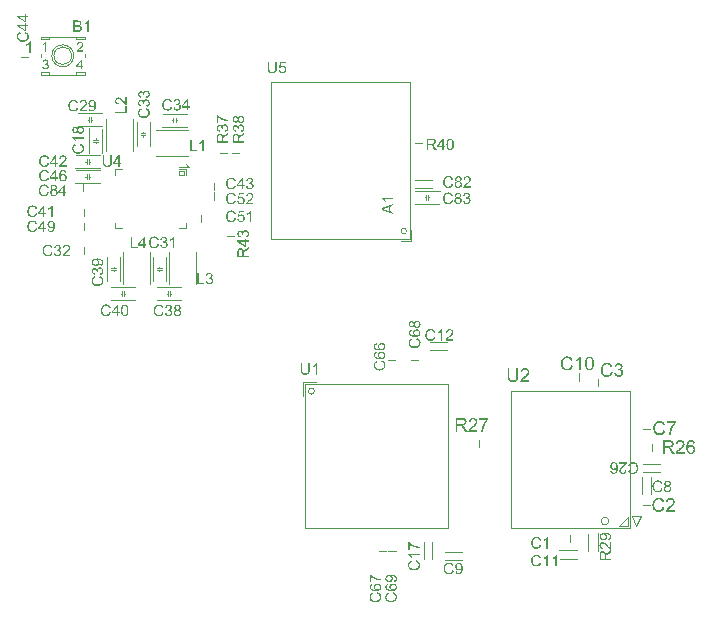
<source format=gto>
G04 Layer_Color=65535*
%FSLAX43Y43*%
%MOMM*%
G71*
G01*
G75*
%ADD24C,0.120*%
%ADD27C,0.100*%
%ADD42C,0.080*%
G36*
X4902Y87538D02*
X5032D01*
Y87430D01*
X4902D01*
Y87200D01*
X4784D01*
Y87430D01*
X4367D01*
Y87538D01*
X4806Y88160D01*
X4902D01*
Y87538D01*
D02*
G37*
G36*
X5494Y88162D02*
X5505Y88161D01*
X5519Y88160D01*
X5534Y88157D01*
X5550Y88154D01*
X5586Y88144D01*
X5622Y88131D01*
X5640Y88122D01*
X5658Y88113D01*
X5674Y88100D01*
X5690Y88086D01*
X5691Y88085D01*
X5694Y88083D01*
X5697Y88078D01*
X5702Y88072D01*
X5709Y88065D01*
X5716Y88056D01*
X5723Y88046D01*
X5731Y88033D01*
X5745Y88007D01*
X5759Y87974D01*
X5765Y87957D01*
X5767Y87938D01*
X5770Y87918D01*
X5772Y87898D01*
Y87895D01*
Y87888D01*
X5770Y87877D01*
X5769Y87862D01*
X5766Y87845D01*
X5760Y87825D01*
X5755Y87805D01*
X5747Y87784D01*
X5745Y87781D01*
X5742Y87774D01*
X5737Y87763D01*
X5729Y87748D01*
X5717Y87731D01*
X5704Y87710D01*
X5687Y87690D01*
X5668Y87666D01*
X5665Y87663D01*
X5658Y87655D01*
X5651Y87648D01*
X5644Y87641D01*
X5636Y87633D01*
X5625Y87622D01*
X5613Y87611D01*
X5600Y87598D01*
X5586Y87584D01*
X5569Y87569D01*
X5551Y87554D01*
X5532Y87536D01*
X5509Y87518D01*
X5487Y87498D01*
X5486Y87497D01*
X5483Y87494D01*
X5478Y87490D01*
X5471Y87484D01*
X5462Y87476D01*
X5453Y87468D01*
X5430Y87450D01*
X5407Y87429D01*
X5385Y87408D01*
X5365Y87390D01*
X5357Y87383D01*
X5350Y87376D01*
X5349Y87375D01*
X5344Y87371D01*
X5339Y87365D01*
X5332Y87357D01*
X5325Y87347D01*
X5317Y87337D01*
X5300Y87314D01*
X5773D01*
Y87200D01*
X5136D01*
Y87201D01*
Y87207D01*
Y87215D01*
X5138Y87226D01*
X5139Y87239D01*
X5142Y87253D01*
X5145Y87267D01*
X5150Y87282D01*
Y87283D01*
X5152Y87285D01*
X5154Y87293D01*
X5160Y87305D01*
X5168Y87322D01*
X5179Y87341D01*
X5193Y87364D01*
X5209Y87386D01*
X5228Y87409D01*
Y87411D01*
X5231Y87412D01*
X5238Y87421D01*
X5250Y87433D01*
X5268Y87451D01*
X5289Y87472D01*
X5315Y87497D01*
X5347Y87525D01*
X5382Y87554D01*
X5383Y87555D01*
X5389Y87559D01*
X5397Y87566D01*
X5407Y87574D01*
X5419Y87586D01*
X5435Y87598D01*
X5450Y87612D01*
X5468Y87627D01*
X5503Y87660D01*
X5537Y87694D01*
X5554Y87710D01*
X5569Y87727D01*
X5583Y87742D01*
X5594Y87758D01*
Y87759D01*
X5597Y87760D01*
X5600Y87764D01*
X5602Y87770D01*
X5612Y87785D01*
X5623Y87803D01*
X5633Y87825D01*
X5643Y87849D01*
X5648Y87875D01*
X5651Y87900D01*
Y87902D01*
Y87903D01*
X5650Y87911D01*
X5648Y87925D01*
X5644Y87941D01*
X5638Y87960D01*
X5629Y87979D01*
X5616Y87999D01*
X5600Y88018D01*
X5597Y88021D01*
X5590Y88027D01*
X5580Y88033D01*
X5565Y88043D01*
X5546Y88052D01*
X5523Y88060D01*
X5497Y88065D01*
X5468Y88067D01*
X5460D01*
X5454Y88065D01*
X5437Y88064D01*
X5418Y88060D01*
X5397Y88054D01*
X5374Y88045D01*
X5351Y88032D01*
X5331Y88015D01*
X5328Y88013D01*
X5322Y88006D01*
X5314Y87995D01*
X5306Y87978D01*
X5296Y87959D01*
X5288Y87934D01*
X5282Y87906D01*
X5279Y87874D01*
X5159Y87886D01*
Y87888D01*
X5160Y87892D01*
Y87899D01*
X5161Y87909D01*
X5164Y87920D01*
X5167Y87932D01*
X5171Y87948D01*
X5175Y87963D01*
X5186Y87996D01*
X5203Y88029D01*
X5213Y88046D01*
X5225Y88063D01*
X5238Y88078D01*
X5252Y88092D01*
X5253Y88093D01*
X5256Y88095D01*
X5260Y88099D01*
X5267Y88103D01*
X5275Y88108D01*
X5285Y88114D01*
X5296Y88121D01*
X5310Y88128D01*
X5325Y88135D01*
X5342Y88142D01*
X5360Y88147D01*
X5379Y88153D01*
X5400Y88157D01*
X5422Y88161D01*
X5446Y88162D01*
X5471Y88164D01*
X5484D01*
X5494Y88162D01*
D02*
G37*
G36*
X2926Y82650D02*
X2938Y82649D01*
X2953Y82647D01*
X2969Y82646D01*
X2987Y82642D01*
X3024Y82633D01*
X3066Y82621D01*
X3087Y82613D01*
X3106Y82603D01*
X3125Y82590D01*
X3145Y82578D01*
X3146Y82576D01*
X3149Y82575D01*
X3155Y82571D01*
X3161Y82564D01*
X3168Y82557D01*
X3178Y82547D01*
X3188Y82536D01*
X3199Y82525D01*
X3210Y82511D01*
X3221Y82495D01*
X3234Y82478D01*
X3245Y82460D01*
X3254Y82439D01*
X3265Y82418D01*
X3274Y82396D01*
X3282Y82371D01*
X3157Y82342D01*
Y82343D01*
X3156Y82346D01*
X3153Y82352D01*
X3150Y82359D01*
X3148Y82367D01*
X3143Y82378D01*
X3132Y82400D01*
X3118Y82425D01*
X3102Y82450D01*
X3081Y82474D01*
X3059Y82495D01*
X3056Y82497D01*
X3048Y82503D01*
X3034Y82510D01*
X3016Y82520D01*
X2992Y82528D01*
X2966Y82536D01*
X2934Y82542D01*
X2899Y82543D01*
X2888D01*
X2881Y82542D01*
X2872D01*
X2861Y82540D01*
X2834Y82536D01*
X2805Y82531D01*
X2775Y82521D01*
X2743Y82507D01*
X2714Y82489D01*
X2712D01*
X2711Y82486D01*
X2701Y82479D01*
X2689Y82468D01*
X2673Y82452D01*
X2655Y82431D01*
X2639Y82407D01*
X2623Y82378D01*
X2609Y82346D01*
Y82345D01*
X2608Y82342D01*
X2607Y82338D01*
X2605Y82331D01*
X2603Y82323D01*
X2600Y82313D01*
X2596Y82289D01*
X2590Y82262D01*
X2585Y82231D01*
X2582Y82198D01*
X2580Y82162D01*
Y82160D01*
Y82156D01*
Y82149D01*
Y82141D01*
X2582Y82131D01*
Y82119D01*
X2583Y82105D01*
X2585Y82090D01*
X2589Y82056D01*
X2596Y82020D01*
X2604Y81984D01*
X2615Y81948D01*
Y81947D01*
X2616Y81944D01*
X2619Y81940D01*
X2622Y81933D01*
X2630Y81916D01*
X2643Y81897D01*
X2658Y81875D01*
X2677Y81851D01*
X2700Y81830D01*
X2726Y81811D01*
X2727D01*
X2730Y81810D01*
X2734Y81807D01*
X2740Y81804D01*
X2747Y81801D01*
X2755Y81797D01*
X2775Y81789D01*
X2799Y81780D01*
X2827Y81773D01*
X2858Y81768D01*
X2890Y81767D01*
X2899D01*
X2908Y81768D01*
X2917D01*
X2927Y81769D01*
X2952Y81775D01*
X2981Y81782D01*
X3010Y81793D01*
X3041Y81808D01*
X3056Y81816D01*
X3070Y81828D01*
X3071Y81829D01*
X3073Y81830D01*
X3077Y81834D01*
X3082Y81839D01*
X3088Y81846D01*
X3095Y81854D01*
X3103Y81862D01*
X3110Y81873D01*
X3118Y81886D01*
X3128Y81900D01*
X3136Y81914D01*
X3145Y81930D01*
X3152Y81948D01*
X3159Y81968D01*
X3166Y81988D01*
X3171Y82011D01*
X3299Y81979D01*
Y81977D01*
X3297Y81972D01*
X3295Y81963D01*
X3290Y81952D01*
X3286Y81940D01*
X3281Y81925D01*
X3274Y81908D01*
X3265Y81890D01*
X3246Y81851D01*
X3221Y81812D01*
X3206Y81793D01*
X3191Y81773D01*
X3174Y81757D01*
X3155Y81740D01*
X3153Y81739D01*
X3150Y81736D01*
X3143Y81733D01*
X3136Y81728D01*
X3125Y81721D01*
X3114Y81714D01*
X3099Y81707D01*
X3084Y81700D01*
X3066Y81692D01*
X3046Y81685D01*
X3026Y81678D01*
X3003Y81671D01*
X2980Y81665D01*
X2955Y81663D01*
X2928Y81660D01*
X2901Y81658D01*
X2885D01*
X2874Y81660D01*
X2862D01*
X2847Y81661D01*
X2830Y81664D01*
X2811Y81667D01*
X2770Y81674D01*
X2729Y81685D01*
X2687Y81700D01*
X2668Y81710D01*
X2648Y81721D01*
X2647Y81722D01*
X2644Y81724D01*
X2639Y81728D01*
X2633Y81733D01*
X2625Y81739D01*
X2615Y81747D01*
X2604Y81757D01*
X2593Y81768D01*
X2582Y81780D01*
X2569Y81793D01*
X2544Y81825D01*
X2521Y81862D01*
X2500Y81904D01*
Y81905D01*
X2497Y81909D01*
X2496Y81916D01*
X2492Y81925D01*
X2489Y81936D01*
X2485Y81950D01*
X2479Y81965D01*
X2475Y81981D01*
X2471Y82000D01*
X2465Y82020D01*
X2458Y82063D01*
X2453Y82112D01*
X2450Y82162D01*
Y82163D01*
Y82169D01*
Y82177D01*
X2451Y82187D01*
Y82201D01*
X2453Y82214D01*
X2454Y82233D01*
X2457Y82251D01*
X2464Y82291D01*
X2474Y82335D01*
X2487Y82380D01*
X2507Y82423D01*
X2508Y82424D01*
X2510Y82428D01*
X2512Y82434D01*
X2518Y82441D01*
X2523Y82450D01*
X2530Y82461D01*
X2548Y82486D01*
X2572Y82514D01*
X2600Y82542D01*
X2632Y82570D01*
X2669Y82593D01*
X2671Y82594D01*
X2675Y82596D01*
X2680Y82599D01*
X2687Y82603D01*
X2698Y82607D01*
X2709Y82611D01*
X2723Y82617D01*
X2738Y82622D01*
X2755Y82628D01*
X2773Y82633D01*
X2812Y82642D01*
X2856Y82649D01*
X2902Y82651D01*
X2916D01*
X2926Y82650D01*
D02*
G37*
G36*
X3902Y82013D02*
X4032D01*
Y81905D01*
X3902D01*
Y81675D01*
X3784D01*
Y81905D01*
X3367D01*
Y82013D01*
X3806Y82635D01*
X3902D01*
Y82013D01*
D02*
G37*
G36*
X4471Y82637D02*
X4478D01*
X4487Y82636D01*
X4511Y82632D01*
X4537Y82626D01*
X4566Y82617D01*
X4595Y82604D01*
X4625Y82588D01*
X4626D01*
X4627Y82585D01*
X4631Y82582D01*
X4637Y82578D01*
X4651Y82567D01*
X4669Y82551D01*
X4687Y82531D01*
X4708Y82506D01*
X4726Y82477D01*
X4742Y82443D01*
Y82442D01*
X4744Y82439D01*
X4747Y82434D01*
X4749Y82427D01*
X4752Y82417D01*
X4756Y82404D01*
X4759Y82391D01*
X4763Y82375D01*
X4767Y82357D01*
X4772Y82337D01*
X4774Y82314D01*
X4777Y82291D01*
X4780Y82264D01*
X4783Y82237D01*
X4784Y82206D01*
Y82174D01*
Y82173D01*
Y82166D01*
Y82156D01*
Y82144D01*
X4783Y82129D01*
Y82110D01*
X4781Y82090D01*
X4779Y82069D01*
X4774Y82022D01*
X4767Y81972D01*
X4758Y81925D01*
X4751Y81901D01*
X4744Y81880D01*
Y81879D01*
X4742Y81876D01*
X4740Y81871D01*
X4737Y81862D01*
X4733Y81854D01*
X4727Y81843D01*
X4713Y81819D01*
X4697Y81793D01*
X4677Y81765D01*
X4652Y81739D01*
X4625Y81715D01*
X4623D01*
X4620Y81712D01*
X4616Y81710D01*
X4611Y81707D01*
X4602Y81703D01*
X4594Y81697D01*
X4583Y81692D01*
X4572Y81687D01*
X4546Y81676D01*
X4514Y81667D01*
X4479Y81661D01*
X4440Y81658D01*
X4429D01*
X4422Y81660D01*
X4412D01*
X4401Y81661D01*
X4375Y81667D01*
X4346Y81674D01*
X4315Y81685D01*
X4285Y81700D01*
X4270Y81710D01*
X4256Y81721D01*
X4254Y81722D01*
X4253Y81724D01*
X4249Y81728D01*
X4245Y81732D01*
X4239Y81739D01*
X4232Y81747D01*
X4218Y81767D01*
X4204Y81791D01*
X4190Y81822D01*
X4179Y81857D01*
X4171Y81897D01*
X4285Y81907D01*
Y81905D01*
X4286Y81902D01*
Y81900D01*
X4288Y81894D01*
X4292Y81879D01*
X4297Y81862D01*
X4304Y81843D01*
X4314Y81823D01*
X4325Y81805D01*
X4339Y81790D01*
X4340Y81789D01*
X4346Y81785D01*
X4356Y81779D01*
X4367Y81773D01*
X4382Y81767D01*
X4400Y81761D01*
X4421Y81757D01*
X4443Y81755D01*
X4453D01*
X4462Y81757D01*
X4475Y81758D01*
X4490Y81761D01*
X4505Y81765D01*
X4522Y81771D01*
X4537Y81779D01*
X4539Y81780D01*
X4544Y81783D01*
X4552Y81789D01*
X4561Y81797D01*
X4572Y81807D01*
X4583Y81818D01*
X4594Y81830D01*
X4605Y81846D01*
X4607Y81847D01*
X4609Y81854D01*
X4615Y81864D01*
X4620Y81876D01*
X4627Y81893D01*
X4634Y81912D01*
X4641Y81934D01*
X4648Y81959D01*
Y81961D01*
X4650Y81962D01*
Y81966D01*
X4651Y81972D01*
X4654Y81986D01*
X4658Y82004D01*
X4661Y82026D01*
X4663Y82049D01*
X4665Y82076D01*
X4666Y82104D01*
Y82105D01*
Y82109D01*
Y82116D01*
Y82127D01*
X4665Y82124D01*
X4659Y82117D01*
X4651Y82108D01*
X4641Y82094D01*
X4627Y82080D01*
X4611Y82065D01*
X4591Y82049D01*
X4569Y82036D01*
X4566Y82034D01*
X4558Y82030D01*
X4546Y82024D01*
X4530Y82019D01*
X4509Y82012D01*
X4487Y82006D01*
X4462Y82002D01*
X4436Y82001D01*
X4425D01*
X4417Y82002D01*
X4405Y82004D01*
X4394Y82005D01*
X4380Y82008D01*
X4367Y82012D01*
X4335Y82022D01*
X4318Y82029D01*
X4301Y82037D01*
X4283Y82047D01*
X4267Y82059D01*
X4250Y82072D01*
X4235Y82087D01*
X4233Y82088D01*
X4231Y82091D01*
X4228Y82095D01*
X4222Y82102D01*
X4215Y82112D01*
X4209Y82122D01*
X4202Y82134D01*
X4195Y82148D01*
X4186Y82163D01*
X4179Y82180D01*
X4172Y82199D01*
X4166Y82219D01*
X4160Y82241D01*
X4157Y82264D01*
X4154Y82288D01*
X4153Y82314D01*
Y82316D01*
Y82321D01*
Y82328D01*
X4154Y82338D01*
X4156Y82350D01*
X4157Y82366D01*
X4160Y82381D01*
X4164Y82399D01*
X4174Y82435D01*
X4181Y82454D01*
X4189Y82475D01*
X4199Y82495D01*
X4211Y82513D01*
X4224Y82532D01*
X4239Y82549D01*
X4240Y82550D01*
X4243Y82553D01*
X4247Y82557D01*
X4254Y82563D01*
X4263Y82570D01*
X4274Y82578D01*
X4285Y82585D01*
X4299Y82594D01*
X4313Y82603D01*
X4329Y82610D01*
X4367Y82625D01*
X4386Y82631D01*
X4408Y82635D01*
X4430Y82637D01*
X4454Y82639D01*
X4464D01*
X4471Y82637D01*
D02*
G37*
G36*
X9151Y75550D02*
X9163Y75549D01*
X9178Y75547D01*
X9194Y75546D01*
X9212Y75542D01*
X9249Y75533D01*
X9291Y75521D01*
X9312Y75512D01*
X9331Y75503D01*
X9350Y75490D01*
X9370Y75478D01*
X9371Y75476D01*
X9374Y75475D01*
X9380Y75471D01*
X9386Y75464D01*
X9393Y75457D01*
X9403Y75447D01*
X9413Y75436D01*
X9424Y75425D01*
X9435Y75411D01*
X9446Y75395D01*
X9459Y75378D01*
X9470Y75360D01*
X9479Y75339D01*
X9490Y75318D01*
X9499Y75296D01*
X9507Y75271D01*
X9382Y75242D01*
Y75243D01*
X9381Y75246D01*
X9378Y75252D01*
X9375Y75259D01*
X9373Y75267D01*
X9368Y75278D01*
X9357Y75300D01*
X9343Y75325D01*
X9327Y75350D01*
X9306Y75374D01*
X9284Y75395D01*
X9281Y75397D01*
X9273Y75403D01*
X9259Y75410D01*
X9241Y75420D01*
X9217Y75428D01*
X9191Y75436D01*
X9159Y75442D01*
X9124Y75443D01*
X9113D01*
X9106Y75442D01*
X9097D01*
X9085Y75440D01*
X9059Y75436D01*
X9030Y75431D01*
X9000Y75421D01*
X8968Y75407D01*
X8939Y75389D01*
X8937D01*
X8936Y75386D01*
X8926Y75379D01*
X8914Y75368D01*
X8898Y75352D01*
X8880Y75331D01*
X8864Y75307D01*
X8848Y75278D01*
X8834Y75246D01*
Y75245D01*
X8833Y75242D01*
X8832Y75238D01*
X8830Y75231D01*
X8828Y75223D01*
X8825Y75213D01*
X8821Y75189D01*
X8815Y75162D01*
X8810Y75131D01*
X8807Y75098D01*
X8805Y75062D01*
Y75060D01*
Y75056D01*
Y75049D01*
Y75041D01*
X8807Y75031D01*
Y75019D01*
X8808Y75005D01*
X8810Y74990D01*
X8814Y74956D01*
X8821Y74920D01*
X8829Y74884D01*
X8840Y74848D01*
Y74847D01*
X8841Y74844D01*
X8844Y74840D01*
X8847Y74833D01*
X8855Y74816D01*
X8868Y74797D01*
X8883Y74775D01*
X8902Y74751D01*
X8925Y74730D01*
X8951Y74711D01*
X8952D01*
X8955Y74710D01*
X8959Y74707D01*
X8965Y74704D01*
X8972Y74701D01*
X8980Y74697D01*
X9000Y74689D01*
X9024Y74680D01*
X9052Y74673D01*
X9083Y74668D01*
X9115Y74667D01*
X9124D01*
X9133Y74668D01*
X9142D01*
X9152Y74669D01*
X9177Y74675D01*
X9206Y74682D01*
X9235Y74693D01*
X9266Y74708D01*
X9281Y74716D01*
X9295Y74728D01*
X9296Y74729D01*
X9298Y74730D01*
X9302Y74734D01*
X9307Y74739D01*
X9313Y74746D01*
X9320Y74754D01*
X9328Y74762D01*
X9335Y74773D01*
X9343Y74786D01*
X9353Y74800D01*
X9361Y74814D01*
X9370Y74830D01*
X9377Y74848D01*
X9384Y74868D01*
X9391Y74888D01*
X9396Y74911D01*
X9524Y74879D01*
Y74877D01*
X9522Y74872D01*
X9520Y74863D01*
X9515Y74852D01*
X9511Y74840D01*
X9506Y74825D01*
X9499Y74808D01*
X9490Y74790D01*
X9471Y74751D01*
X9446Y74712D01*
X9431Y74693D01*
X9416Y74673D01*
X9399Y74657D01*
X9380Y74640D01*
X9378Y74639D01*
X9375Y74636D01*
X9368Y74633D01*
X9361Y74628D01*
X9350Y74621D01*
X9339Y74614D01*
X9324Y74607D01*
X9309Y74600D01*
X9291Y74592D01*
X9271Y74585D01*
X9251Y74578D01*
X9228Y74571D01*
X9205Y74565D01*
X9180Y74563D01*
X9153Y74560D01*
X9126Y74558D01*
X9110D01*
X9099Y74560D01*
X9087D01*
X9072Y74561D01*
X9055Y74564D01*
X9036Y74567D01*
X8995Y74574D01*
X8954Y74585D01*
X8912Y74600D01*
X8893Y74610D01*
X8873Y74621D01*
X8872Y74622D01*
X8869Y74624D01*
X8864Y74628D01*
X8858Y74633D01*
X8850Y74639D01*
X8840Y74647D01*
X8829Y74657D01*
X8818Y74668D01*
X8807Y74680D01*
X8794Y74693D01*
X8769Y74725D01*
X8746Y74762D01*
X8725Y74804D01*
Y74805D01*
X8722Y74809D01*
X8721Y74816D01*
X8717Y74825D01*
X8714Y74836D01*
X8710Y74850D01*
X8704Y74865D01*
X8700Y74881D01*
X8696Y74900D01*
X8690Y74920D01*
X8683Y74963D01*
X8678Y75012D01*
X8675Y75062D01*
Y75063D01*
Y75069D01*
Y75077D01*
X8676Y75087D01*
Y75101D01*
X8678Y75114D01*
X8679Y75133D01*
X8682Y75151D01*
X8689Y75191D01*
X8699Y75235D01*
X8712Y75280D01*
X8732Y75323D01*
X8733Y75324D01*
X8735Y75328D01*
X8737Y75334D01*
X8743Y75341D01*
X8748Y75350D01*
X8755Y75361D01*
X8773Y75386D01*
X8797Y75414D01*
X8825Y75442D01*
X8857Y75470D01*
X8894Y75493D01*
X8896Y75494D01*
X8900Y75496D01*
X8905Y75499D01*
X8912Y75503D01*
X8923Y75507D01*
X8934Y75511D01*
X8948Y75517D01*
X8963Y75522D01*
X8980Y75528D01*
X8998Y75533D01*
X9037Y75542D01*
X9081Y75549D01*
X9127Y75551D01*
X9141D01*
X9151Y75550D01*
D02*
G37*
G36*
X8578Y77947D02*
X8587Y77945D01*
X8598Y77940D01*
X8610Y77936D01*
X8625Y77931D01*
X8642Y77924D01*
X8660Y77915D01*
X8699Y77896D01*
X8738Y77871D01*
X8757Y77856D01*
X8777Y77841D01*
X8793Y77824D01*
X8810Y77805D01*
X8811Y77803D01*
X8814Y77800D01*
X8817Y77793D01*
X8822Y77786D01*
X8829Y77775D01*
X8836Y77764D01*
X8843Y77749D01*
X8850Y77734D01*
X8858Y77716D01*
X8865Y77696D01*
X8872Y77676D01*
X8879Y77653D01*
X8885Y77630D01*
X8887Y77605D01*
X8890Y77578D01*
X8892Y77551D01*
Y77549D01*
Y77544D01*
Y77535D01*
X8890Y77524D01*
Y77512D01*
X8889Y77497D01*
X8886Y77480D01*
X8883Y77461D01*
X8876Y77420D01*
X8865Y77379D01*
X8850Y77337D01*
X8840Y77318D01*
X8829Y77298D01*
X8828Y77297D01*
X8826Y77294D01*
X8822Y77289D01*
X8817Y77283D01*
X8811Y77275D01*
X8803Y77265D01*
X8793Y77254D01*
X8782Y77243D01*
X8770Y77232D01*
X8757Y77219D01*
X8725Y77194D01*
X8688Y77171D01*
X8646Y77150D01*
X8645D01*
X8641Y77147D01*
X8634Y77146D01*
X8625Y77142D01*
X8614Y77139D01*
X8600Y77135D01*
X8585Y77129D01*
X8569Y77125D01*
X8550Y77121D01*
X8530Y77115D01*
X8487Y77108D01*
X8438Y77103D01*
X8388Y77100D01*
X8373D01*
X8363Y77101D01*
X8349D01*
X8336Y77103D01*
X8317Y77104D01*
X8299Y77107D01*
X8259Y77114D01*
X8215Y77124D01*
X8170Y77137D01*
X8127Y77157D01*
X8126Y77158D01*
X8122Y77160D01*
X8116Y77162D01*
X8109Y77168D01*
X8100Y77174D01*
X8089Y77180D01*
X8064Y77198D01*
X8036Y77222D01*
X8008Y77250D01*
X7980Y77282D01*
X7957Y77319D01*
X7956Y77321D01*
X7954Y77325D01*
X7951Y77330D01*
X7947Y77337D01*
X7943Y77348D01*
X7939Y77359D01*
X7933Y77373D01*
X7928Y77388D01*
X7922Y77405D01*
X7917Y77423D01*
X7908Y77462D01*
X7901Y77506D01*
X7899Y77552D01*
Y77553D01*
Y77559D01*
Y77566D01*
X7900Y77576D01*
X7901Y77588D01*
X7903Y77603D01*
X7904Y77619D01*
X7908Y77637D01*
X7917Y77674D01*
X7929Y77716D01*
X7937Y77737D01*
X7947Y77756D01*
X7960Y77775D01*
X7972Y77795D01*
X7974Y77796D01*
X7975Y77799D01*
X7979Y77805D01*
X7986Y77811D01*
X7993Y77818D01*
X8003Y77828D01*
X8014Y77838D01*
X8025Y77849D01*
X8039Y77860D01*
X8055Y77871D01*
X8072Y77884D01*
X8090Y77895D01*
X8111Y77904D01*
X8132Y77915D01*
X8154Y77924D01*
X8179Y77932D01*
X8208Y77807D01*
X8207D01*
X8204Y77806D01*
X8198Y77803D01*
X8191Y77800D01*
X8183Y77798D01*
X8172Y77793D01*
X8150Y77782D01*
X8125Y77768D01*
X8100Y77752D01*
X8076Y77731D01*
X8055Y77709D01*
X8053Y77706D01*
X8047Y77698D01*
X8040Y77684D01*
X8030Y77666D01*
X8022Y77642D01*
X8014Y77616D01*
X8008Y77584D01*
X8007Y77549D01*
Y77548D01*
Y77544D01*
Y77538D01*
X8008Y77531D01*
Y77522D01*
X8010Y77511D01*
X8014Y77484D01*
X8019Y77455D01*
X8029Y77425D01*
X8043Y77393D01*
X8061Y77364D01*
Y77362D01*
X8064Y77361D01*
X8071Y77351D01*
X8082Y77339D01*
X8098Y77323D01*
X8119Y77305D01*
X8143Y77289D01*
X8172Y77273D01*
X8204Y77259D01*
X8205D01*
X8208Y77258D01*
X8212Y77257D01*
X8219Y77255D01*
X8227Y77253D01*
X8237Y77250D01*
X8261Y77246D01*
X8288Y77240D01*
X8319Y77235D01*
X8352Y77232D01*
X8388Y77230D01*
X8409D01*
X8419Y77232D01*
X8431D01*
X8445Y77233D01*
X8460Y77235D01*
X8494Y77239D01*
X8530Y77246D01*
X8566Y77254D01*
X8602Y77265D01*
X8603D01*
X8606Y77266D01*
X8610Y77269D01*
X8617Y77272D01*
X8634Y77280D01*
X8653Y77293D01*
X8675Y77308D01*
X8699Y77327D01*
X8720Y77350D01*
X8739Y77376D01*
Y77377D01*
X8740Y77380D01*
X8743Y77384D01*
X8746Y77390D01*
X8749Y77397D01*
X8753Y77405D01*
X8761Y77425D01*
X8770Y77449D01*
X8777Y77477D01*
X8782Y77508D01*
X8783Y77540D01*
Y77541D01*
Y77544D01*
Y77549D01*
X8782Y77558D01*
Y77567D01*
X8781Y77577D01*
X8775Y77602D01*
X8768Y77631D01*
X8757Y77660D01*
X8742Y77691D01*
X8734Y77706D01*
X8722Y77720D01*
X8721Y77721D01*
X8720Y77723D01*
X8716Y77727D01*
X8711Y77732D01*
X8704Y77738D01*
X8696Y77745D01*
X8688Y77753D01*
X8677Y77760D01*
X8664Y77768D01*
X8650Y77778D01*
X8636Y77786D01*
X8620Y77795D01*
X8602Y77802D01*
X8582Y77809D01*
X8562Y77816D01*
X8539Y77821D01*
X8571Y77949D01*
X8573D01*
X8578Y77947D01*
D02*
G37*
G36*
X10127Y74913D02*
X10257D01*
Y74805D01*
X10127D01*
Y74575D01*
X10009D01*
Y74805D01*
X9592D01*
Y74913D01*
X10031Y75535D01*
X10127D01*
Y74913D01*
D02*
G37*
G36*
X3926Y88175D02*
X3938Y88174D01*
X3953Y88172D01*
X3969Y88171D01*
X3987Y88167D01*
X4024Y88158D01*
X4066Y88146D01*
X4087Y88137D01*
X4106Y88128D01*
X4125Y88115D01*
X4145Y88103D01*
X4146Y88101D01*
X4149Y88100D01*
X4155Y88096D01*
X4161Y88089D01*
X4168Y88082D01*
X4178Y88072D01*
X4188Y88061D01*
X4199Y88050D01*
X4210Y88036D01*
X4221Y88020D01*
X4234Y88003D01*
X4245Y87985D01*
X4254Y87964D01*
X4265Y87943D01*
X4274Y87921D01*
X4282Y87896D01*
X4157Y87867D01*
Y87868D01*
X4156Y87871D01*
X4153Y87877D01*
X4150Y87884D01*
X4148Y87892D01*
X4143Y87903D01*
X4132Y87925D01*
X4118Y87950D01*
X4102Y87975D01*
X4081Y87999D01*
X4059Y88020D01*
X4056Y88022D01*
X4048Y88028D01*
X4034Y88035D01*
X4016Y88045D01*
X3992Y88053D01*
X3966Y88061D01*
X3934Y88067D01*
X3899Y88068D01*
X3888D01*
X3881Y88067D01*
X3872D01*
X3861Y88065D01*
X3834Y88061D01*
X3805Y88056D01*
X3775Y88046D01*
X3743Y88032D01*
X3714Y88014D01*
X3712D01*
X3711Y88011D01*
X3701Y88004D01*
X3689Y87993D01*
X3673Y87977D01*
X3655Y87956D01*
X3639Y87932D01*
X3623Y87903D01*
X3609Y87871D01*
Y87870D01*
X3608Y87867D01*
X3607Y87863D01*
X3605Y87856D01*
X3603Y87848D01*
X3600Y87838D01*
X3596Y87814D01*
X3590Y87787D01*
X3585Y87756D01*
X3582Y87723D01*
X3580Y87687D01*
Y87685D01*
Y87681D01*
Y87674D01*
Y87666D01*
X3582Y87656D01*
Y87644D01*
X3583Y87630D01*
X3585Y87615D01*
X3589Y87581D01*
X3596Y87545D01*
X3604Y87509D01*
X3615Y87473D01*
Y87472D01*
X3616Y87469D01*
X3619Y87465D01*
X3622Y87458D01*
X3630Y87441D01*
X3643Y87422D01*
X3658Y87400D01*
X3677Y87376D01*
X3700Y87355D01*
X3726Y87336D01*
X3727D01*
X3730Y87335D01*
X3734Y87332D01*
X3740Y87329D01*
X3747Y87326D01*
X3755Y87322D01*
X3775Y87314D01*
X3799Y87305D01*
X3827Y87298D01*
X3858Y87293D01*
X3890Y87292D01*
X3899D01*
X3908Y87293D01*
X3917D01*
X3927Y87294D01*
X3952Y87300D01*
X3981Y87307D01*
X4010Y87318D01*
X4041Y87333D01*
X4056Y87341D01*
X4070Y87353D01*
X4071Y87354D01*
X4073Y87355D01*
X4077Y87359D01*
X4082Y87364D01*
X4088Y87371D01*
X4095Y87379D01*
X4103Y87387D01*
X4110Y87398D01*
X4118Y87411D01*
X4128Y87425D01*
X4136Y87439D01*
X4145Y87455D01*
X4152Y87473D01*
X4159Y87493D01*
X4166Y87513D01*
X4171Y87536D01*
X4299Y87504D01*
Y87502D01*
X4297Y87497D01*
X4295Y87488D01*
X4290Y87477D01*
X4286Y87465D01*
X4281Y87450D01*
X4274Y87433D01*
X4265Y87415D01*
X4246Y87376D01*
X4221Y87337D01*
X4206Y87318D01*
X4191Y87298D01*
X4174Y87282D01*
X4155Y87265D01*
X4153Y87264D01*
X4150Y87261D01*
X4143Y87258D01*
X4136Y87253D01*
X4125Y87246D01*
X4114Y87239D01*
X4099Y87232D01*
X4084Y87225D01*
X4066Y87217D01*
X4046Y87210D01*
X4026Y87203D01*
X4003Y87196D01*
X3980Y87190D01*
X3955Y87188D01*
X3928Y87185D01*
X3901Y87183D01*
X3885D01*
X3874Y87185D01*
X3862D01*
X3847Y87186D01*
X3830Y87189D01*
X3811Y87192D01*
X3770Y87199D01*
X3729Y87210D01*
X3687Y87225D01*
X3668Y87235D01*
X3648Y87246D01*
X3647Y87247D01*
X3644Y87249D01*
X3639Y87253D01*
X3633Y87258D01*
X3625Y87264D01*
X3615Y87272D01*
X3604Y87282D01*
X3593Y87293D01*
X3582Y87305D01*
X3569Y87318D01*
X3544Y87350D01*
X3521Y87387D01*
X3500Y87429D01*
Y87430D01*
X3497Y87434D01*
X3496Y87441D01*
X3492Y87450D01*
X3489Y87461D01*
X3485Y87475D01*
X3479Y87490D01*
X3475Y87506D01*
X3471Y87525D01*
X3465Y87545D01*
X3458Y87588D01*
X3453Y87637D01*
X3450Y87687D01*
Y87688D01*
Y87694D01*
Y87702D01*
X3451Y87712D01*
Y87726D01*
X3453Y87739D01*
X3454Y87758D01*
X3457Y87776D01*
X3464Y87816D01*
X3474Y87860D01*
X3487Y87905D01*
X3507Y87948D01*
X3508Y87949D01*
X3510Y87953D01*
X3512Y87959D01*
X3518Y87966D01*
X3523Y87975D01*
X3530Y87986D01*
X3548Y88011D01*
X3572Y88039D01*
X3600Y88067D01*
X3632Y88095D01*
X3669Y88118D01*
X3671Y88119D01*
X3675Y88121D01*
X3680Y88124D01*
X3687Y88128D01*
X3698Y88132D01*
X3709Y88136D01*
X3723Y88142D01*
X3738Y88147D01*
X3755Y88153D01*
X3773Y88158D01*
X3812Y88167D01*
X3856Y88174D01*
X3902Y88176D01*
X3916D01*
X3926Y88175D01*
D02*
G37*
G36*
X10719Y75537D02*
X10737Y75535D01*
X10758Y75531D01*
X10780Y75525D01*
X10804Y75518D01*
X10826Y75507D01*
X10827D01*
X10829Y75506D01*
X10836Y75501D01*
X10847Y75494D01*
X10861Y75485D01*
X10876Y75471D01*
X10893Y75456D01*
X10908Y75438D01*
X10923Y75417D01*
X10924Y75414D01*
X10930Y75407D01*
X10936Y75395D01*
X10945Y75377D01*
X10954Y75356D01*
X10965Y75332D01*
X10974Y75304D01*
X10983Y75274D01*
Y75273D01*
X10984Y75270D01*
X10985Y75266D01*
X10987Y75259D01*
X10988Y75250D01*
X10990Y75241D01*
X10992Y75228D01*
X10994Y75214D01*
X10997Y75199D01*
X10998Y75182D01*
X10999Y75163D01*
X11002Y75144D01*
X11003Y75121D01*
Y75099D01*
X11005Y75074D01*
Y75048D01*
Y75047D01*
Y75041D01*
Y75031D01*
Y75020D01*
X11003Y75005D01*
Y74988D01*
X11002Y74970D01*
X11001Y74951D01*
X10997Y74906D01*
X10990Y74861D01*
X10981Y74816D01*
X10976Y74796D01*
X10969Y74775D01*
Y74773D01*
X10967Y74771D01*
X10965Y74765D01*
X10962Y74758D01*
X10959Y74748D01*
X10954Y74739D01*
X10942Y74715D01*
X10929Y74690D01*
X10911Y74662D01*
X10890Y74637D01*
X10865Y74614D01*
X10863D01*
X10862Y74611D01*
X10858Y74608D01*
X10852Y74606D01*
X10845Y74601D01*
X10838Y74596D01*
X10818Y74586D01*
X10793Y74576D01*
X10764Y74567D01*
X10729Y74561D01*
X10691Y74558D01*
X10678D01*
X10668Y74560D01*
X10657Y74561D01*
X10643Y74564D01*
X10628Y74567D01*
X10611Y74571D01*
X10594Y74576D01*
X10576Y74582D01*
X10558Y74590D01*
X10540Y74600D01*
X10522Y74611D01*
X10504Y74625D01*
X10488Y74640D01*
X10472Y74657D01*
X10471Y74658D01*
X10468Y74662D01*
X10464Y74669D01*
X10457Y74680D01*
X10450Y74693D01*
X10443Y74710D01*
X10434Y74729D01*
X10425Y74751D01*
X10417Y74776D01*
X10409Y74805D01*
X10400Y74837D01*
X10393Y74873D01*
X10386Y74912D01*
X10382Y74954D01*
X10379Y74999D01*
X10378Y75048D01*
Y75049D01*
Y75055D01*
Y75065D01*
Y75076D01*
X10379Y75091D01*
Y75108D01*
X10381Y75126D01*
X10382Y75146D01*
X10386Y75189D01*
X10393Y75235D01*
X10402Y75281D01*
X10407Y75302D01*
X10413Y75323D01*
Y75324D01*
X10414Y75327D01*
X10417Y75332D01*
X10420Y75339D01*
X10422Y75349D01*
X10428Y75359D01*
X10439Y75382D01*
X10453Y75407D01*
X10471Y75433D01*
X10492Y75460D01*
X10517Y75482D01*
X10518D01*
X10519Y75485D01*
X10524Y75488D01*
X10529Y75490D01*
X10536Y75496D01*
X10544Y75500D01*
X10565Y75511D01*
X10590Y75521D01*
X10619Y75531D01*
X10654Y75536D01*
X10691Y75539D01*
X10704D01*
X10719Y75537D01*
D02*
G37*
G36*
X19751Y83500D02*
X19763Y83499D01*
X19778Y83497D01*
X19794Y83496D01*
X19812Y83492D01*
X19849Y83483D01*
X19891Y83471D01*
X19912Y83463D01*
X19931Y83453D01*
X19950Y83440D01*
X19970Y83428D01*
X19971Y83426D01*
X19974Y83425D01*
X19980Y83421D01*
X19986Y83414D01*
X19993Y83407D01*
X20003Y83397D01*
X20013Y83386D01*
X20024Y83375D01*
X20035Y83361D01*
X20046Y83345D01*
X20059Y83328D01*
X20070Y83310D01*
X20079Y83289D01*
X20090Y83268D01*
X20099Y83246D01*
X20107Y83221D01*
X19982Y83192D01*
Y83193D01*
X19981Y83196D01*
X19978Y83202D01*
X19975Y83209D01*
X19973Y83217D01*
X19968Y83228D01*
X19957Y83250D01*
X19943Y83275D01*
X19927Y83300D01*
X19906Y83324D01*
X19884Y83345D01*
X19881Y83347D01*
X19873Y83353D01*
X19859Y83360D01*
X19841Y83370D01*
X19817Y83378D01*
X19791Y83386D01*
X19759Y83392D01*
X19724Y83393D01*
X19713D01*
X19706Y83392D01*
X19697D01*
X19686Y83390D01*
X19659Y83386D01*
X19630Y83381D01*
X19600Y83371D01*
X19568Y83357D01*
X19538Y83339D01*
X19537D01*
X19536Y83336D01*
X19526Y83329D01*
X19514Y83318D01*
X19498Y83302D01*
X19480Y83281D01*
X19464Y83257D01*
X19448Y83228D01*
X19434Y83196D01*
Y83195D01*
X19433Y83192D01*
X19432Y83188D01*
X19430Y83181D01*
X19428Y83173D01*
X19425Y83163D01*
X19421Y83139D01*
X19415Y83112D01*
X19410Y83081D01*
X19407Y83048D01*
X19405Y83012D01*
Y83010D01*
Y83006D01*
Y82999D01*
Y82991D01*
X19407Y82981D01*
Y82969D01*
X19408Y82955D01*
X19410Y82940D01*
X19414Y82906D01*
X19421Y82870D01*
X19429Y82834D01*
X19440Y82798D01*
Y82797D01*
X19441Y82794D01*
X19444Y82790D01*
X19447Y82783D01*
X19455Y82766D01*
X19468Y82747D01*
X19483Y82725D01*
X19502Y82701D01*
X19525Y82680D01*
X19551Y82661D01*
X19552D01*
X19555Y82660D01*
X19559Y82657D01*
X19565Y82654D01*
X19572Y82651D01*
X19580Y82647D01*
X19600Y82639D01*
X19624Y82630D01*
X19652Y82623D01*
X19683Y82618D01*
X19715Y82617D01*
X19724D01*
X19733Y82618D01*
X19742D01*
X19752Y82619D01*
X19777Y82625D01*
X19806Y82632D01*
X19835Y82643D01*
X19866Y82658D01*
X19881Y82666D01*
X19895Y82678D01*
X19896Y82679D01*
X19898Y82680D01*
X19902Y82684D01*
X19907Y82689D01*
X19913Y82696D01*
X19920Y82704D01*
X19928Y82712D01*
X19935Y82723D01*
X19943Y82736D01*
X19953Y82750D01*
X19961Y82764D01*
X19970Y82780D01*
X19977Y82798D01*
X19984Y82818D01*
X19991Y82838D01*
X19996Y82861D01*
X20124Y82829D01*
Y82827D01*
X20122Y82822D01*
X20120Y82813D01*
X20115Y82802D01*
X20111Y82790D01*
X20106Y82775D01*
X20099Y82758D01*
X20090Y82740D01*
X20071Y82701D01*
X20046Y82662D01*
X20031Y82643D01*
X20016Y82623D01*
X19999Y82607D01*
X19980Y82590D01*
X19978Y82589D01*
X19975Y82586D01*
X19968Y82583D01*
X19961Y82578D01*
X19950Y82571D01*
X19939Y82564D01*
X19924Y82557D01*
X19909Y82550D01*
X19891Y82542D01*
X19871Y82535D01*
X19851Y82528D01*
X19828Y82521D01*
X19805Y82515D01*
X19780Y82513D01*
X19753Y82510D01*
X19726Y82508D01*
X19710D01*
X19699Y82510D01*
X19687D01*
X19672Y82511D01*
X19655Y82514D01*
X19636Y82517D01*
X19595Y82524D01*
X19554Y82535D01*
X19512Y82550D01*
X19493Y82560D01*
X19473Y82571D01*
X19472Y82572D01*
X19469Y82574D01*
X19464Y82578D01*
X19458Y82583D01*
X19450Y82589D01*
X19440Y82597D01*
X19429Y82607D01*
X19418Y82618D01*
X19407Y82630D01*
X19394Y82643D01*
X19369Y82675D01*
X19346Y82712D01*
X19325Y82754D01*
Y82755D01*
X19322Y82759D01*
X19321Y82766D01*
X19317Y82775D01*
X19314Y82786D01*
X19310Y82800D01*
X19304Y82815D01*
X19300Y82831D01*
X19296Y82850D01*
X19290Y82870D01*
X19283Y82913D01*
X19278Y82962D01*
X19275Y83012D01*
Y83013D01*
Y83019D01*
Y83027D01*
X19276Y83037D01*
Y83051D01*
X19278Y83064D01*
X19279Y83083D01*
X19282Y83101D01*
X19289Y83141D01*
X19299Y83185D01*
X19312Y83230D01*
X19332Y83273D01*
X19333Y83274D01*
X19335Y83278D01*
X19337Y83284D01*
X19343Y83291D01*
X19348Y83300D01*
X19355Y83311D01*
X19373Y83336D01*
X19397Y83364D01*
X19425Y83392D01*
X19457Y83420D01*
X19494Y83443D01*
X19496Y83444D01*
X19500Y83446D01*
X19505Y83449D01*
X19512Y83453D01*
X19523Y83457D01*
X19534Y83461D01*
X19548Y83467D01*
X19563Y83472D01*
X19580Y83478D01*
X19598Y83483D01*
X19637Y83492D01*
X19681Y83499D01*
X19727Y83501D01*
X19741D01*
X19751Y83500D01*
D02*
G37*
G36*
X7225Y89583D02*
X6475D01*
X6476Y89581D01*
X6482Y89575D01*
X6490Y89566D01*
X6500Y89552D01*
X6512Y89537D01*
X6526Y89518D01*
X6541Y89495D01*
X6557Y89470D01*
Y89469D01*
X6558Y89468D01*
X6563Y89459D01*
X6570Y89446D01*
X6579Y89429D01*
X6588Y89409D01*
X6598Y89389D01*
X6608Y89368D01*
X6616Y89347D01*
X6502D01*
Y89348D01*
X6500Y89351D01*
X6498Y89357D01*
X6494Y89364D01*
X6490Y89372D01*
X6484Y89382D01*
X6471Y89405D01*
X6455Y89433D01*
X6436Y89461D01*
X6414Y89490D01*
X6390Y89519D01*
X6389Y89520D01*
X6387Y89522D01*
X6383Y89526D01*
X6379Y89532D01*
X6365Y89544D01*
X6349Y89561D01*
X6329Y89577D01*
X6307Y89595D01*
X6285Y89611D01*
X6261Y89624D01*
Y89701D01*
X7225D01*
Y89583D01*
D02*
G37*
G36*
X6973Y90633D02*
X6982Y90631D01*
X6995Y90630D01*
X7009Y90627D01*
X7024Y90623D01*
X7056Y90613D01*
X7074Y90606D01*
X7090Y90597D01*
X7109Y90587D01*
X7125Y90576D01*
X7142Y90562D01*
X7158Y90547D01*
X7160Y90545D01*
X7163Y90543D01*
X7167Y90538D01*
X7171Y90531D01*
X7178Y90522D01*
X7185Y90512D01*
X7192Y90500D01*
X7200Y90486D01*
X7208Y90470D01*
X7215Y90452D01*
X7222Y90433D01*
X7229Y90414D01*
X7233Y90391D01*
X7237Y90368D01*
X7240Y90344D01*
X7242Y90318D01*
Y90316D01*
Y90311D01*
Y90304D01*
X7240Y90294D01*
X7239Y90282D01*
X7237Y90268D01*
X7235Y90253D01*
X7231Y90236D01*
X7221Y90199D01*
X7214Y90179D01*
X7207Y90161D01*
X7197Y90142D01*
X7186Y90122D01*
X7174Y90104D01*
X7158Y90088D01*
X7157Y90086D01*
X7154Y90083D01*
X7150Y90079D01*
X7143Y90074D01*
X7135Y90068D01*
X7125Y90060D01*
X7114Y90053D01*
X7100Y90045D01*
X7086Y90036D01*
X7070Y90029D01*
X7035Y90016D01*
X7014Y90010D01*
X6993Y90006D01*
X6971Y90003D01*
X6949Y90002D01*
X6939D01*
X6934Y90003D01*
X6925D01*
X6916Y90004D01*
X6894Y90007D01*
X6869Y90013D01*
X6844Y90021D01*
X6817Y90034D01*
X6792Y90049D01*
X6791D01*
X6790Y90052D01*
X6783Y90057D01*
X6772Y90068D01*
X6758Y90083D01*
X6744Y90103D01*
X6729Y90126D01*
X6716Y90153D01*
X6706Y90185D01*
Y90183D01*
X6705Y90182D01*
X6704Y90178D01*
X6701Y90172D01*
X6695Y90160D01*
X6687Y90143D01*
X6676Y90125D01*
X6662Y90107D01*
X6647Y90090D01*
X6630Y90075D01*
X6627Y90074D01*
X6622Y90070D01*
X6611Y90064D01*
X6597Y90059D01*
X6579Y90052D01*
X6558Y90046D01*
X6534Y90042D01*
X6509Y90040D01*
X6500D01*
X6491Y90042D01*
X6483Y90043D01*
X6472Y90045D01*
X6448Y90050D01*
X6421Y90059D01*
X6392Y90072D01*
X6376Y90081D01*
X6361Y90090D01*
X6347Y90103D01*
X6333Y90115D01*
X6332Y90117D01*
X6330Y90120D01*
X6326Y90124D01*
X6322Y90129D01*
X6317Y90136D01*
X6311Y90146D01*
X6304Y90157D01*
X6297Y90168D01*
X6290Y90182D01*
X6283Y90197D01*
X6278Y90214D01*
X6272Y90232D01*
X6264Y90271D01*
X6263Y90293D01*
X6261Y90315D01*
Y90316D01*
Y90321D01*
Y90328D01*
X6263Y90336D01*
X6264Y90347D01*
X6265Y90359D01*
X6267Y90373D01*
X6271Y90387D01*
X6279Y90420D01*
X6292Y90454D01*
X6300Y90470D01*
X6310Y90487D01*
X6322Y90502D01*
X6335Y90518D01*
X6336Y90519D01*
X6337Y90520D01*
X6342Y90524D01*
X6347Y90530D01*
X6355Y90536D01*
X6364Y90543D01*
X6385Y90556D01*
X6411Y90570D01*
X6441Y90583D01*
X6476Y90592D01*
X6494Y90594D01*
X6514Y90595D01*
X6525D01*
X6537Y90594D01*
X6552Y90591D01*
X6572Y90587D01*
X6591Y90580D01*
X6611Y90572D01*
X6630Y90559D01*
X6633Y90558D01*
X6638Y90552D01*
X6647Y90544D01*
X6658Y90533D01*
X6670Y90518D01*
X6683Y90500D01*
X6695Y90479D01*
X6706Y90454D01*
Y90455D01*
X6708Y90458D01*
X6709Y90462D01*
X6712Y90468D01*
X6719Y90484D01*
X6729Y90504D01*
X6742Y90524D01*
X6758Y90547D01*
X6777Y90567D01*
X6799Y90587D01*
X6801D01*
X6802Y90588D01*
X6810Y90594D01*
X6824Y90602D01*
X6842Y90610D01*
X6864Y90619D01*
X6891Y90627D01*
X6920Y90633D01*
X6952Y90634D01*
X6964D01*
X6973Y90633D01*
D02*
G37*
G36*
X6928Y89147D02*
X6937Y89145D01*
X6948Y89140D01*
X6960Y89136D01*
X6975Y89131D01*
X6992Y89124D01*
X7010Y89115D01*
X7049Y89096D01*
X7088Y89071D01*
X7107Y89056D01*
X7127Y89041D01*
X7143Y89024D01*
X7160Y89005D01*
X7161Y89003D01*
X7164Y89000D01*
X7167Y88993D01*
X7172Y88986D01*
X7179Y88975D01*
X7186Y88964D01*
X7193Y88949D01*
X7200Y88934D01*
X7208Y88916D01*
X7215Y88896D01*
X7222Y88876D01*
X7229Y88853D01*
X7235Y88830D01*
X7237Y88805D01*
X7240Y88778D01*
X7242Y88751D01*
Y88749D01*
Y88744D01*
Y88735D01*
X7240Y88724D01*
Y88712D01*
X7239Y88697D01*
X7236Y88680D01*
X7233Y88661D01*
X7226Y88620D01*
X7215Y88579D01*
X7200Y88537D01*
X7190Y88518D01*
X7179Y88498D01*
X7178Y88497D01*
X7176Y88494D01*
X7172Y88489D01*
X7167Y88483D01*
X7161Y88475D01*
X7153Y88465D01*
X7143Y88454D01*
X7132Y88443D01*
X7120Y88432D01*
X7107Y88419D01*
X7075Y88394D01*
X7038Y88371D01*
X6996Y88350D01*
X6995D01*
X6991Y88347D01*
X6984Y88346D01*
X6975Y88342D01*
X6964Y88339D01*
X6950Y88335D01*
X6935Y88329D01*
X6919Y88325D01*
X6900Y88321D01*
X6880Y88315D01*
X6837Y88308D01*
X6788Y88303D01*
X6738Y88300D01*
X6723D01*
X6713Y88301D01*
X6699D01*
X6686Y88303D01*
X6667Y88304D01*
X6649Y88307D01*
X6609Y88314D01*
X6565Y88324D01*
X6520Y88337D01*
X6477Y88357D01*
X6476Y88358D01*
X6472Y88360D01*
X6466Y88362D01*
X6459Y88368D01*
X6450Y88373D01*
X6439Y88380D01*
X6414Y88398D01*
X6386Y88422D01*
X6358Y88450D01*
X6330Y88482D01*
X6307Y88519D01*
X6306Y88521D01*
X6304Y88525D01*
X6301Y88530D01*
X6297Y88537D01*
X6293Y88548D01*
X6289Y88559D01*
X6283Y88573D01*
X6278Y88588D01*
X6272Y88605D01*
X6267Y88623D01*
X6258Y88662D01*
X6251Y88706D01*
X6249Y88752D01*
Y88754D01*
Y88759D01*
Y88766D01*
X6250Y88776D01*
X6251Y88788D01*
X6253Y88803D01*
X6254Y88819D01*
X6258Y88837D01*
X6267Y88874D01*
X6279Y88916D01*
X6287Y88937D01*
X6297Y88956D01*
X6310Y88975D01*
X6322Y88995D01*
X6324Y88996D01*
X6325Y88999D01*
X6329Y89005D01*
X6336Y89011D01*
X6343Y89018D01*
X6353Y89028D01*
X6364Y89038D01*
X6375Y89049D01*
X6389Y89060D01*
X6405Y89071D01*
X6422Y89084D01*
X6440Y89095D01*
X6461Y89104D01*
X6482Y89115D01*
X6504Y89124D01*
X6529Y89132D01*
X6558Y89007D01*
X6557D01*
X6554Y89006D01*
X6548Y89003D01*
X6541Y89000D01*
X6533Y88998D01*
X6522Y88993D01*
X6500Y88982D01*
X6475Y88968D01*
X6450Y88952D01*
X6426Y88931D01*
X6405Y88909D01*
X6403Y88906D01*
X6397Y88898D01*
X6390Y88884D01*
X6380Y88866D01*
X6372Y88842D01*
X6364Y88816D01*
X6358Y88784D01*
X6357Y88749D01*
Y88748D01*
Y88744D01*
Y88738D01*
X6358Y88731D01*
Y88722D01*
X6360Y88711D01*
X6364Y88684D01*
X6369Y88655D01*
X6379Y88625D01*
X6393Y88593D01*
X6411Y88563D01*
Y88562D01*
X6414Y88561D01*
X6421Y88551D01*
X6432Y88539D01*
X6448Y88523D01*
X6469Y88505D01*
X6493Y88489D01*
X6522Y88473D01*
X6554Y88459D01*
X6555D01*
X6558Y88458D01*
X6562Y88457D01*
X6569Y88455D01*
X6577Y88453D01*
X6587Y88450D01*
X6611Y88446D01*
X6638Y88440D01*
X6669Y88435D01*
X6702Y88432D01*
X6738Y88430D01*
X6759D01*
X6769Y88432D01*
X6781D01*
X6795Y88433D01*
X6810Y88435D01*
X6844Y88439D01*
X6880Y88446D01*
X6916Y88454D01*
X6952Y88465D01*
X6953D01*
X6956Y88466D01*
X6960Y88469D01*
X6967Y88472D01*
X6984Y88480D01*
X7003Y88493D01*
X7025Y88508D01*
X7049Y88527D01*
X7070Y88550D01*
X7089Y88576D01*
Y88577D01*
X7090Y88580D01*
X7093Y88584D01*
X7096Y88590D01*
X7099Y88597D01*
X7103Y88605D01*
X7111Y88625D01*
X7120Y88649D01*
X7127Y88677D01*
X7132Y88708D01*
X7133Y88740D01*
Y88741D01*
Y88744D01*
Y88749D01*
X7132Y88758D01*
Y88767D01*
X7131Y88777D01*
X7125Y88802D01*
X7118Y88831D01*
X7107Y88860D01*
X7092Y88891D01*
X7084Y88906D01*
X7072Y88920D01*
X7071Y88921D01*
X7070Y88923D01*
X7066Y88927D01*
X7061Y88932D01*
X7054Y88938D01*
X7046Y88945D01*
X7038Y88953D01*
X7027Y88960D01*
X7014Y88968D01*
X7000Y88978D01*
X6986Y88986D01*
X6970Y88995D01*
X6952Y89002D01*
X6932Y89009D01*
X6912Y89016D01*
X6889Y89021D01*
X6921Y89149D01*
X6923D01*
X6928Y89147D01*
D02*
G37*
G36*
X7946Y92862D02*
X7953D01*
X7962Y92861D01*
X7986Y92857D01*
X8012Y92851D01*
X8041Y92842D01*
X8070Y92829D01*
X8100Y92813D01*
X8101D01*
X8102Y92810D01*
X8106Y92807D01*
X8112Y92803D01*
X8126Y92792D01*
X8144Y92776D01*
X8162Y92756D01*
X8183Y92731D01*
X8201Y92702D01*
X8217Y92668D01*
Y92667D01*
X8219Y92664D01*
X8222Y92659D01*
X8224Y92652D01*
X8227Y92642D01*
X8231Y92629D01*
X8234Y92616D01*
X8238Y92600D01*
X8242Y92582D01*
X8247Y92562D01*
X8249Y92539D01*
X8252Y92516D01*
X8255Y92489D01*
X8258Y92462D01*
X8259Y92431D01*
Y92399D01*
Y92398D01*
Y92391D01*
Y92381D01*
Y92369D01*
X8258Y92354D01*
Y92335D01*
X8256Y92315D01*
X8253Y92294D01*
X8249Y92247D01*
X8242Y92197D01*
X8233Y92150D01*
X8226Y92126D01*
X8219Y92105D01*
Y92104D01*
X8217Y92101D01*
X8215Y92096D01*
X8212Y92087D01*
X8208Y92079D01*
X8202Y92068D01*
X8188Y92044D01*
X8172Y92018D01*
X8152Y91990D01*
X8127Y91964D01*
X8100Y91940D01*
X8098D01*
X8095Y91937D01*
X8091Y91935D01*
X8086Y91932D01*
X8077Y91928D01*
X8069Y91922D01*
X8058Y91917D01*
X8047Y91912D01*
X8021Y91901D01*
X7989Y91892D01*
X7954Y91886D01*
X7915Y91883D01*
X7904D01*
X7897Y91885D01*
X7887D01*
X7876Y91886D01*
X7850Y91892D01*
X7821Y91899D01*
X7790Y91910D01*
X7760Y91925D01*
X7745Y91935D01*
X7731Y91946D01*
X7729Y91947D01*
X7728Y91949D01*
X7724Y91953D01*
X7720Y91957D01*
X7714Y91964D01*
X7707Y91972D01*
X7693Y91992D01*
X7679Y92016D01*
X7665Y92047D01*
X7654Y92082D01*
X7646Y92122D01*
X7760Y92132D01*
Y92130D01*
X7761Y92127D01*
Y92125D01*
X7763Y92119D01*
X7767Y92104D01*
X7772Y92087D01*
X7779Y92068D01*
X7789Y92048D01*
X7800Y92030D01*
X7814Y92015D01*
X7815Y92014D01*
X7821Y92010D01*
X7831Y92004D01*
X7842Y91998D01*
X7857Y91992D01*
X7875Y91986D01*
X7896Y91982D01*
X7918Y91980D01*
X7928D01*
X7937Y91982D01*
X7950Y91983D01*
X7965Y91986D01*
X7980Y91990D01*
X7997Y91996D01*
X8012Y92004D01*
X8014Y92005D01*
X8019Y92008D01*
X8027Y92014D01*
X8036Y92022D01*
X8047Y92032D01*
X8058Y92043D01*
X8069Y92055D01*
X8080Y92071D01*
X8082Y92072D01*
X8084Y92079D01*
X8090Y92089D01*
X8095Y92101D01*
X8102Y92118D01*
X8109Y92137D01*
X8116Y92159D01*
X8123Y92184D01*
Y92186D01*
X8125Y92187D01*
Y92191D01*
X8126Y92197D01*
X8129Y92211D01*
X8133Y92229D01*
X8136Y92251D01*
X8138Y92274D01*
X8140Y92301D01*
X8141Y92329D01*
Y92330D01*
Y92334D01*
Y92341D01*
Y92352D01*
X8140Y92349D01*
X8134Y92342D01*
X8126Y92333D01*
X8116Y92319D01*
X8102Y92305D01*
X8086Y92290D01*
X8066Y92274D01*
X8044Y92261D01*
X8041Y92259D01*
X8033Y92255D01*
X8021Y92249D01*
X8005Y92244D01*
X7984Y92237D01*
X7962Y92231D01*
X7937Y92227D01*
X7911Y92226D01*
X7900D01*
X7892Y92227D01*
X7880Y92229D01*
X7869Y92230D01*
X7855Y92233D01*
X7842Y92237D01*
X7810Y92247D01*
X7793Y92254D01*
X7776Y92262D01*
X7758Y92272D01*
X7742Y92284D01*
X7725Y92297D01*
X7710Y92312D01*
X7708Y92313D01*
X7706Y92316D01*
X7703Y92320D01*
X7697Y92327D01*
X7690Y92337D01*
X7684Y92347D01*
X7677Y92359D01*
X7670Y92373D01*
X7661Y92388D01*
X7654Y92405D01*
X7647Y92424D01*
X7641Y92444D01*
X7635Y92466D01*
X7632Y92489D01*
X7629Y92513D01*
X7628Y92539D01*
Y92541D01*
Y92546D01*
Y92553D01*
X7629Y92563D01*
X7631Y92575D01*
X7632Y92591D01*
X7635Y92606D01*
X7639Y92624D01*
X7649Y92660D01*
X7656Y92679D01*
X7664Y92700D01*
X7674Y92720D01*
X7686Y92738D01*
X7699Y92757D01*
X7714Y92774D01*
X7715Y92775D01*
X7718Y92778D01*
X7722Y92782D01*
X7729Y92788D01*
X7738Y92795D01*
X7749Y92803D01*
X7760Y92810D01*
X7774Y92819D01*
X7788Y92828D01*
X7804Y92835D01*
X7842Y92850D01*
X7861Y92856D01*
X7883Y92860D01*
X7905Y92862D01*
X7929Y92864D01*
X7939D01*
X7946Y92862D01*
D02*
G37*
G36*
X6401Y92875D02*
X6413Y92874D01*
X6428Y92872D01*
X6444Y92871D01*
X6462Y92867D01*
X6499Y92858D01*
X6541Y92846D01*
X6562Y92838D01*
X6581Y92828D01*
X6600Y92815D01*
X6620Y92803D01*
X6621Y92801D01*
X6624Y92800D01*
X6630Y92796D01*
X6636Y92789D01*
X6643Y92782D01*
X6653Y92772D01*
X6663Y92761D01*
X6674Y92750D01*
X6685Y92736D01*
X6696Y92720D01*
X6709Y92703D01*
X6720Y92685D01*
X6729Y92664D01*
X6740Y92643D01*
X6749Y92621D01*
X6757Y92596D01*
X6632Y92567D01*
Y92568D01*
X6631Y92571D01*
X6628Y92577D01*
X6625Y92584D01*
X6623Y92592D01*
X6618Y92603D01*
X6607Y92625D01*
X6593Y92650D01*
X6577Y92675D01*
X6556Y92699D01*
X6534Y92720D01*
X6531Y92722D01*
X6523Y92728D01*
X6509Y92735D01*
X6491Y92745D01*
X6467Y92753D01*
X6441Y92761D01*
X6409Y92767D01*
X6374Y92768D01*
X6363D01*
X6356Y92767D01*
X6347D01*
X6335Y92765D01*
X6309Y92761D01*
X6280Y92756D01*
X6250Y92746D01*
X6218Y92732D01*
X6188Y92714D01*
X6187D01*
X6186Y92711D01*
X6176Y92704D01*
X6164Y92693D01*
X6148Y92677D01*
X6130Y92656D01*
X6114Y92632D01*
X6098Y92603D01*
X6084Y92571D01*
Y92570D01*
X6083Y92567D01*
X6082Y92563D01*
X6080Y92556D01*
X6078Y92548D01*
X6075Y92538D01*
X6071Y92514D01*
X6065Y92487D01*
X6060Y92456D01*
X6057Y92423D01*
X6055Y92387D01*
Y92385D01*
Y92381D01*
Y92374D01*
Y92366D01*
X6057Y92356D01*
Y92344D01*
X6058Y92330D01*
X6060Y92315D01*
X6064Y92281D01*
X6071Y92245D01*
X6079Y92209D01*
X6090Y92173D01*
Y92172D01*
X6091Y92169D01*
X6094Y92165D01*
X6097Y92158D01*
X6105Y92141D01*
X6118Y92122D01*
X6133Y92100D01*
X6152Y92076D01*
X6175Y92055D01*
X6201Y92036D01*
X6202D01*
X6205Y92035D01*
X6209Y92032D01*
X6215Y92029D01*
X6222Y92026D01*
X6230Y92022D01*
X6250Y92014D01*
X6274Y92005D01*
X6302Y91998D01*
X6333Y91993D01*
X6365Y91992D01*
X6374D01*
X6383Y91993D01*
X6392D01*
X6402Y91994D01*
X6427Y92000D01*
X6456Y92007D01*
X6485Y92018D01*
X6516Y92033D01*
X6531Y92041D01*
X6545Y92053D01*
X6546Y92054D01*
X6548Y92055D01*
X6552Y92059D01*
X6557Y92064D01*
X6563Y92071D01*
X6570Y92079D01*
X6578Y92087D01*
X6585Y92098D01*
X6593Y92111D01*
X6603Y92125D01*
X6611Y92139D01*
X6620Y92155D01*
X6627Y92173D01*
X6634Y92193D01*
X6641Y92213D01*
X6646Y92236D01*
X6774Y92204D01*
Y92202D01*
X6772Y92197D01*
X6770Y92188D01*
X6765Y92177D01*
X6761Y92165D01*
X6756Y92150D01*
X6749Y92133D01*
X6740Y92115D01*
X6721Y92076D01*
X6696Y92037D01*
X6681Y92018D01*
X6666Y91998D01*
X6649Y91982D01*
X6630Y91965D01*
X6628Y91964D01*
X6625Y91961D01*
X6618Y91958D01*
X6611Y91953D01*
X6600Y91946D01*
X6589Y91939D01*
X6574Y91932D01*
X6559Y91925D01*
X6541Y91917D01*
X6521Y91910D01*
X6501Y91903D01*
X6478Y91896D01*
X6455Y91890D01*
X6430Y91888D01*
X6403Y91885D01*
X6376Y91883D01*
X6360D01*
X6349Y91885D01*
X6337D01*
X6322Y91886D01*
X6305Y91889D01*
X6286Y91892D01*
X6245Y91899D01*
X6204Y91910D01*
X6162Y91925D01*
X6143Y91935D01*
X6123Y91946D01*
X6122Y91947D01*
X6119Y91949D01*
X6114Y91953D01*
X6108Y91958D01*
X6100Y91964D01*
X6090Y91972D01*
X6079Y91982D01*
X6068Y91993D01*
X6057Y92005D01*
X6044Y92018D01*
X6019Y92050D01*
X5996Y92087D01*
X5975Y92129D01*
Y92130D01*
X5972Y92134D01*
X5971Y92141D01*
X5967Y92150D01*
X5964Y92161D01*
X5960Y92175D01*
X5954Y92190D01*
X5950Y92206D01*
X5946Y92225D01*
X5940Y92245D01*
X5933Y92288D01*
X5928Y92337D01*
X5925Y92387D01*
Y92388D01*
Y92394D01*
Y92402D01*
X5926Y92412D01*
Y92426D01*
X5928Y92439D01*
X5929Y92458D01*
X5932Y92476D01*
X5939Y92516D01*
X5949Y92560D01*
X5962Y92605D01*
X5982Y92648D01*
X5983Y92649D01*
X5985Y92653D01*
X5987Y92659D01*
X5993Y92666D01*
X5998Y92675D01*
X6005Y92686D01*
X6023Y92711D01*
X6047Y92739D01*
X6075Y92767D01*
X6107Y92795D01*
X6144Y92818D01*
X6146Y92819D01*
X6150Y92821D01*
X6155Y92824D01*
X6162Y92828D01*
X6173Y92832D01*
X6184Y92836D01*
X6198Y92842D01*
X6213Y92847D01*
X6230Y92853D01*
X6248Y92858D01*
X6287Y92867D01*
X6331Y92874D01*
X6377Y92876D01*
X6391D01*
X6401Y92875D01*
D02*
G37*
G36*
X21422Y82525D02*
X21304D01*
Y83275D01*
X21303Y83274D01*
X21296Y83268D01*
X21287Y83260D01*
X21273Y83250D01*
X21258Y83238D01*
X21239Y83224D01*
X21217Y83209D01*
X21192Y83193D01*
X21190D01*
X21189Y83192D01*
X21181Y83187D01*
X21167Y83180D01*
X21150Y83171D01*
X21131Y83162D01*
X21110Y83152D01*
X21089Y83142D01*
X21068Y83134D01*
Y83248D01*
X21070D01*
X21072Y83250D01*
X21078Y83252D01*
X21085Y83256D01*
X21093Y83260D01*
X21103Y83266D01*
X21126Y83279D01*
X21154Y83295D01*
X21182Y83314D01*
X21211Y83336D01*
X21240Y83360D01*
X21242Y83361D01*
X21243Y83363D01*
X21247Y83367D01*
X21253Y83371D01*
X21265Y83385D01*
X21282Y83401D01*
X21298Y83421D01*
X21316Y83443D01*
X21332Y83465D01*
X21346Y83489D01*
X21422D01*
Y82525D01*
D02*
G37*
G36*
X20823Y83360D02*
X20439D01*
X20387Y83101D01*
X20389Y83102D01*
X20391Y83103D01*
X20396Y83106D01*
X20403Y83110D01*
X20411Y83114D01*
X20421Y83120D01*
X20443Y83131D01*
X20470Y83142D01*
X20501Y83152D01*
X20534Y83159D01*
X20551Y83162D01*
X20581D01*
X20590Y83160D01*
X20601Y83159D01*
X20613Y83157D01*
X20627Y83155D01*
X20642Y83150D01*
X20676Y83141D01*
X20694Y83134D01*
X20712Y83124D01*
X20730Y83114D01*
X20748Y83103D01*
X20764Y83089D01*
X20781Y83074D01*
X20782Y83073D01*
X20785Y83070D01*
X20789Y83066D01*
X20795Y83059D01*
X20802Y83049D01*
X20809Y83040D01*
X20817Y83027D01*
X20825Y83013D01*
X20832Y82998D01*
X20841Y82981D01*
X20848Y82962D01*
X20855Y82942D01*
X20860Y82922D01*
X20864Y82898D01*
X20867Y82874D01*
X20868Y82850D01*
Y82848D01*
Y82844D01*
Y82837D01*
X20867Y82827D01*
X20866Y82816D01*
X20864Y82804D01*
X20862Y82788D01*
X20859Y82773D01*
X20850Y82737D01*
X20837Y82700D01*
X20828Y82680D01*
X20817Y82662D01*
X20806Y82643D01*
X20792Y82625D01*
X20791Y82623D01*
X20788Y82619D01*
X20782Y82614D01*
X20776Y82607D01*
X20766Y82599D01*
X20755Y82587D01*
X20741Y82578D01*
X20726Y82567D01*
X20709Y82556D01*
X20690Y82546D01*
X20669Y82536D01*
X20647Y82526D01*
X20623Y82519D01*
X20597Y82514D01*
X20569Y82510D01*
X20540Y82508D01*
X20527D01*
X20518Y82510D01*
X20507Y82511D01*
X20494Y82513D01*
X20479Y82514D01*
X20464Y82518D01*
X20429Y82526D01*
X20394Y82539D01*
X20376Y82547D01*
X20358Y82557D01*
X20341Y82568D01*
X20325Y82580D01*
X20323Y82582D01*
X20321Y82583D01*
X20318Y82589D01*
X20312Y82594D01*
X20305Y82601D01*
X20298Y82610D01*
X20290Y82621D01*
X20283Y82633D01*
X20275Y82646D01*
X20267Y82661D01*
X20251Y82694D01*
X20239Y82733D01*
X20235Y82754D01*
X20232Y82776D01*
X20355Y82786D01*
Y82784D01*
Y82782D01*
X20357Y82777D01*
X20358Y82770D01*
X20362Y82755D01*
X20368Y82734D01*
X20376Y82714D01*
X20387Y82690D01*
X20401Y82669D01*
X20418Y82650D01*
X20421Y82648D01*
X20426Y82643D01*
X20437Y82636D01*
X20452Y82628D01*
X20469Y82619D01*
X20490Y82612D01*
X20513Y82607D01*
X20540Y82605D01*
X20548D01*
X20554Y82607D01*
X20570Y82608D01*
X20590Y82614D01*
X20613Y82621D01*
X20637Y82632D01*
X20662Y82648D01*
X20673Y82658D01*
X20684Y82669D01*
X20685Y82671D01*
X20687Y82672D01*
X20690Y82676D01*
X20694Y82680D01*
X20703Y82696D01*
X20715Y82715D01*
X20724Y82739D01*
X20734Y82768D01*
X20741Y82802D01*
X20744Y82820D01*
Y82840D01*
Y82841D01*
Y82844D01*
Y82850D01*
X20742Y82856D01*
Y82865D01*
X20741Y82874D01*
X20737Y82897D01*
X20730Y82923D01*
X20720Y82949D01*
X20706Y82974D01*
X20687Y82998D01*
Y82999D01*
X20684Y83001D01*
X20677Y83008D01*
X20665Y83017D01*
X20648Y83028D01*
X20626Y83038D01*
X20601Y83048D01*
X20572Y83055D01*
X20555Y83058D01*
X20529D01*
X20518Y83056D01*
X20504Y83055D01*
X20487Y83051D01*
X20470Y83046D01*
X20452Y83040D01*
X20434Y83031D01*
X20433Y83030D01*
X20427Y83027D01*
X20419Y83020D01*
X20408Y83013D01*
X20397Y83003D01*
X20386Y82991D01*
X20373Y82979D01*
X20364Y82963D01*
X20253Y82979D01*
X20346Y83472D01*
X20823D01*
Y83360D01*
D02*
G37*
G36*
X19751Y85000D02*
X19763Y84999D01*
X19778Y84997D01*
X19794Y84996D01*
X19812Y84992D01*
X19849Y84983D01*
X19891Y84971D01*
X19912Y84963D01*
X19931Y84953D01*
X19950Y84940D01*
X19970Y84928D01*
X19971Y84926D01*
X19974Y84925D01*
X19980Y84921D01*
X19986Y84914D01*
X19993Y84907D01*
X20003Y84897D01*
X20013Y84886D01*
X20024Y84875D01*
X20035Y84861D01*
X20046Y84845D01*
X20059Y84828D01*
X20070Y84810D01*
X20079Y84789D01*
X20090Y84768D01*
X20099Y84746D01*
X20107Y84721D01*
X19982Y84692D01*
Y84693D01*
X19981Y84696D01*
X19978Y84702D01*
X19975Y84709D01*
X19973Y84717D01*
X19968Y84728D01*
X19957Y84750D01*
X19943Y84775D01*
X19927Y84800D01*
X19906Y84824D01*
X19884Y84845D01*
X19881Y84847D01*
X19873Y84853D01*
X19859Y84860D01*
X19841Y84870D01*
X19817Y84878D01*
X19791Y84886D01*
X19759Y84892D01*
X19724Y84893D01*
X19713D01*
X19706Y84892D01*
X19697D01*
X19686Y84890D01*
X19659Y84886D01*
X19630Y84881D01*
X19600Y84871D01*
X19568Y84857D01*
X19538Y84839D01*
X19537D01*
X19536Y84836D01*
X19526Y84829D01*
X19514Y84818D01*
X19498Y84802D01*
X19480Y84781D01*
X19464Y84757D01*
X19448Y84728D01*
X19434Y84696D01*
Y84695D01*
X19433Y84692D01*
X19432Y84688D01*
X19430Y84681D01*
X19428Y84673D01*
X19425Y84663D01*
X19421Y84639D01*
X19415Y84612D01*
X19410Y84581D01*
X19407Y84548D01*
X19405Y84512D01*
Y84510D01*
Y84506D01*
Y84499D01*
Y84491D01*
X19407Y84481D01*
Y84469D01*
X19408Y84455D01*
X19410Y84440D01*
X19414Y84406D01*
X19421Y84370D01*
X19429Y84334D01*
X19440Y84298D01*
Y84297D01*
X19441Y84294D01*
X19444Y84290D01*
X19447Y84283D01*
X19455Y84266D01*
X19468Y84247D01*
X19483Y84225D01*
X19502Y84201D01*
X19525Y84180D01*
X19551Y84161D01*
X19552D01*
X19555Y84160D01*
X19559Y84157D01*
X19565Y84154D01*
X19572Y84151D01*
X19580Y84147D01*
X19600Y84139D01*
X19624Y84130D01*
X19652Y84123D01*
X19683Y84118D01*
X19715Y84117D01*
X19724D01*
X19733Y84118D01*
X19742D01*
X19752Y84119D01*
X19777Y84125D01*
X19806Y84132D01*
X19835Y84143D01*
X19866Y84158D01*
X19881Y84166D01*
X19895Y84178D01*
X19896Y84179D01*
X19898Y84180D01*
X19902Y84184D01*
X19907Y84189D01*
X19913Y84196D01*
X19920Y84204D01*
X19928Y84212D01*
X19935Y84223D01*
X19943Y84236D01*
X19953Y84250D01*
X19961Y84264D01*
X19970Y84280D01*
X19977Y84298D01*
X19984Y84318D01*
X19991Y84338D01*
X19996Y84361D01*
X20124Y84329D01*
Y84327D01*
X20122Y84322D01*
X20120Y84313D01*
X20115Y84302D01*
X20111Y84290D01*
X20106Y84275D01*
X20099Y84258D01*
X20090Y84240D01*
X20071Y84201D01*
X20046Y84162D01*
X20031Y84143D01*
X20016Y84123D01*
X19999Y84107D01*
X19980Y84090D01*
X19978Y84089D01*
X19975Y84086D01*
X19968Y84083D01*
X19961Y84078D01*
X19950Y84071D01*
X19939Y84064D01*
X19924Y84057D01*
X19909Y84050D01*
X19891Y84042D01*
X19871Y84035D01*
X19851Y84028D01*
X19828Y84021D01*
X19805Y84015D01*
X19780Y84013D01*
X19753Y84010D01*
X19726Y84008D01*
X19710D01*
X19699Y84010D01*
X19687D01*
X19672Y84011D01*
X19655Y84014D01*
X19636Y84017D01*
X19595Y84024D01*
X19554Y84035D01*
X19512Y84050D01*
X19493Y84060D01*
X19473Y84071D01*
X19472Y84072D01*
X19469Y84074D01*
X19464Y84078D01*
X19458Y84083D01*
X19450Y84089D01*
X19440Y84097D01*
X19429Y84107D01*
X19418Y84118D01*
X19407Y84130D01*
X19394Y84143D01*
X19369Y84175D01*
X19346Y84212D01*
X19325Y84254D01*
Y84255D01*
X19322Y84259D01*
X19321Y84266D01*
X19317Y84275D01*
X19314Y84286D01*
X19310Y84300D01*
X19304Y84315D01*
X19300Y84331D01*
X19296Y84350D01*
X19290Y84370D01*
X19283Y84413D01*
X19278Y84462D01*
X19275Y84512D01*
Y84513D01*
Y84519D01*
Y84527D01*
X19276Y84537D01*
Y84551D01*
X19278Y84564D01*
X19279Y84583D01*
X19282Y84601D01*
X19289Y84641D01*
X19299Y84685D01*
X19312Y84730D01*
X19332Y84773D01*
X19333Y84774D01*
X19335Y84778D01*
X19337Y84784D01*
X19343Y84791D01*
X19348Y84800D01*
X19355Y84811D01*
X19373Y84836D01*
X19397Y84864D01*
X19425Y84892D01*
X19457Y84920D01*
X19494Y84943D01*
X19496Y84944D01*
X19500Y84946D01*
X19505Y84949D01*
X19512Y84953D01*
X19523Y84957D01*
X19534Y84961D01*
X19548Y84967D01*
X19563Y84972D01*
X19580Y84978D01*
X19598Y84983D01*
X19637Y84992D01*
X19681Y84999D01*
X19727Y85001D01*
X19741D01*
X19751Y85000D01*
D02*
G37*
G36*
X21319Y84987D02*
X21330Y84986D01*
X21344Y84985D01*
X21359Y84982D01*
X21375Y84979D01*
X21411Y84969D01*
X21447Y84956D01*
X21465Y84947D01*
X21483Y84938D01*
X21499Y84925D01*
X21515Y84911D01*
X21516Y84910D01*
X21519Y84908D01*
X21522Y84903D01*
X21527Y84897D01*
X21534Y84890D01*
X21541Y84881D01*
X21548Y84871D01*
X21556Y84858D01*
X21570Y84832D01*
X21584Y84799D01*
X21590Y84782D01*
X21592Y84763D01*
X21595Y84743D01*
X21597Y84723D01*
Y84720D01*
Y84713D01*
X21595Y84702D01*
X21594Y84687D01*
X21591Y84670D01*
X21585Y84650D01*
X21580Y84630D01*
X21572Y84609D01*
X21570Y84606D01*
X21567Y84599D01*
X21562Y84588D01*
X21554Y84573D01*
X21542Y84556D01*
X21529Y84535D01*
X21512Y84515D01*
X21493Y84491D01*
X21490Y84488D01*
X21483Y84480D01*
X21476Y84473D01*
X21469Y84466D01*
X21461Y84458D01*
X21450Y84447D01*
X21438Y84436D01*
X21425Y84423D01*
X21411Y84409D01*
X21394Y84394D01*
X21376Y84379D01*
X21357Y84361D01*
X21334Y84343D01*
X21312Y84323D01*
X21311Y84322D01*
X21308Y84319D01*
X21303Y84315D01*
X21296Y84309D01*
X21287Y84301D01*
X21278Y84293D01*
X21255Y84275D01*
X21232Y84254D01*
X21210Y84233D01*
X21190Y84215D01*
X21182Y84208D01*
X21175Y84201D01*
X21174Y84200D01*
X21169Y84196D01*
X21164Y84190D01*
X21157Y84182D01*
X21150Y84172D01*
X21142Y84162D01*
X21125Y84139D01*
X21598D01*
Y84025D01*
X20961D01*
Y84026D01*
Y84032D01*
Y84040D01*
X20963Y84051D01*
X20964Y84064D01*
X20967Y84078D01*
X20970Y84092D01*
X20975Y84107D01*
Y84108D01*
X20977Y84110D01*
X20979Y84118D01*
X20985Y84130D01*
X20993Y84147D01*
X21004Y84166D01*
X21018Y84189D01*
X21034Y84211D01*
X21053Y84234D01*
Y84236D01*
X21056Y84237D01*
X21063Y84246D01*
X21075Y84258D01*
X21093Y84276D01*
X21114Y84297D01*
X21140Y84322D01*
X21172Y84350D01*
X21207Y84379D01*
X21208Y84380D01*
X21214Y84384D01*
X21222Y84391D01*
X21232Y84399D01*
X21244Y84411D01*
X21260Y84423D01*
X21275Y84437D01*
X21293Y84452D01*
X21328Y84485D01*
X21362Y84519D01*
X21379Y84535D01*
X21394Y84552D01*
X21408Y84567D01*
X21419Y84583D01*
Y84584D01*
X21422Y84585D01*
X21425Y84589D01*
X21427Y84595D01*
X21437Y84610D01*
X21448Y84628D01*
X21458Y84650D01*
X21468Y84674D01*
X21473Y84700D01*
X21476Y84725D01*
Y84727D01*
Y84728D01*
X21475Y84736D01*
X21473Y84750D01*
X21469Y84766D01*
X21463Y84785D01*
X21454Y84804D01*
X21441Y84824D01*
X21425Y84843D01*
X21422Y84846D01*
X21415Y84852D01*
X21405Y84858D01*
X21390Y84868D01*
X21371Y84877D01*
X21348Y84885D01*
X21322Y84890D01*
X21293Y84892D01*
X21285D01*
X21279Y84890D01*
X21262Y84889D01*
X21243Y84885D01*
X21222Y84879D01*
X21199Y84870D01*
X21176Y84857D01*
X21156Y84840D01*
X21153Y84838D01*
X21147Y84831D01*
X21139Y84820D01*
X21131Y84803D01*
X21121Y84784D01*
X21113Y84759D01*
X21107Y84731D01*
X21104Y84699D01*
X20984Y84711D01*
Y84713D01*
X20985Y84717D01*
Y84724D01*
X20986Y84734D01*
X20989Y84745D01*
X20992Y84757D01*
X20996Y84773D01*
X21000Y84788D01*
X21011Y84821D01*
X21028Y84854D01*
X21038Y84871D01*
X21050Y84888D01*
X21063Y84903D01*
X21077Y84917D01*
X21078Y84918D01*
X21081Y84920D01*
X21085Y84924D01*
X21092Y84928D01*
X21100Y84933D01*
X21110Y84939D01*
X21121Y84946D01*
X21135Y84953D01*
X21150Y84960D01*
X21167Y84967D01*
X21185Y84972D01*
X21204Y84978D01*
X21225Y84982D01*
X21247Y84986D01*
X21271Y84987D01*
X21296Y84989D01*
X21309D01*
X21319Y84987D01*
D02*
G37*
G36*
X20823Y84860D02*
X20439D01*
X20387Y84601D01*
X20389Y84602D01*
X20391Y84603D01*
X20396Y84606D01*
X20403Y84610D01*
X20411Y84614D01*
X20421Y84620D01*
X20443Y84631D01*
X20470Y84642D01*
X20501Y84652D01*
X20534Y84659D01*
X20551Y84662D01*
X20581D01*
X20590Y84660D01*
X20601Y84659D01*
X20613Y84657D01*
X20627Y84655D01*
X20642Y84650D01*
X20676Y84641D01*
X20694Y84634D01*
X20712Y84624D01*
X20730Y84614D01*
X20748Y84603D01*
X20764Y84589D01*
X20781Y84574D01*
X20782Y84573D01*
X20785Y84570D01*
X20789Y84566D01*
X20795Y84559D01*
X20802Y84549D01*
X20809Y84540D01*
X20817Y84527D01*
X20825Y84513D01*
X20832Y84498D01*
X20841Y84481D01*
X20848Y84462D01*
X20855Y84442D01*
X20860Y84422D01*
X20864Y84398D01*
X20867Y84374D01*
X20868Y84350D01*
Y84348D01*
Y84344D01*
Y84337D01*
X20867Y84327D01*
X20866Y84316D01*
X20864Y84304D01*
X20862Y84288D01*
X20859Y84273D01*
X20850Y84237D01*
X20837Y84200D01*
X20828Y84180D01*
X20817Y84162D01*
X20806Y84143D01*
X20792Y84125D01*
X20791Y84123D01*
X20788Y84119D01*
X20782Y84114D01*
X20776Y84107D01*
X20766Y84099D01*
X20755Y84087D01*
X20741Y84078D01*
X20726Y84067D01*
X20709Y84056D01*
X20690Y84046D01*
X20669Y84036D01*
X20647Y84026D01*
X20623Y84019D01*
X20597Y84014D01*
X20569Y84010D01*
X20540Y84008D01*
X20527D01*
X20518Y84010D01*
X20507Y84011D01*
X20494Y84013D01*
X20479Y84014D01*
X20464Y84018D01*
X20429Y84026D01*
X20394Y84039D01*
X20376Y84047D01*
X20358Y84057D01*
X20341Y84068D01*
X20325Y84080D01*
X20323Y84082D01*
X20321Y84083D01*
X20318Y84089D01*
X20312Y84094D01*
X20305Y84101D01*
X20298Y84110D01*
X20290Y84121D01*
X20283Y84133D01*
X20275Y84146D01*
X20267Y84161D01*
X20251Y84194D01*
X20239Y84233D01*
X20235Y84254D01*
X20232Y84276D01*
X20355Y84286D01*
Y84284D01*
Y84282D01*
X20357Y84277D01*
X20358Y84270D01*
X20362Y84255D01*
X20368Y84234D01*
X20376Y84214D01*
X20387Y84190D01*
X20401Y84169D01*
X20418Y84150D01*
X20421Y84148D01*
X20426Y84143D01*
X20437Y84136D01*
X20452Y84128D01*
X20469Y84119D01*
X20490Y84112D01*
X20513Y84107D01*
X20540Y84105D01*
X20548D01*
X20554Y84107D01*
X20570Y84108D01*
X20590Y84114D01*
X20613Y84121D01*
X20637Y84132D01*
X20662Y84148D01*
X20673Y84158D01*
X20684Y84169D01*
X20685Y84171D01*
X20687Y84172D01*
X20690Y84176D01*
X20694Y84180D01*
X20703Y84196D01*
X20715Y84215D01*
X20724Y84239D01*
X20734Y84268D01*
X20741Y84302D01*
X20744Y84320D01*
Y84340D01*
Y84341D01*
Y84344D01*
Y84350D01*
X20742Y84356D01*
Y84365D01*
X20741Y84374D01*
X20737Y84397D01*
X20730Y84423D01*
X20720Y84449D01*
X20706Y84474D01*
X20687Y84498D01*
Y84499D01*
X20684Y84501D01*
X20677Y84508D01*
X20665Y84517D01*
X20648Y84528D01*
X20626Y84538D01*
X20601Y84548D01*
X20572Y84555D01*
X20555Y84558D01*
X20529D01*
X20518Y84556D01*
X20504Y84555D01*
X20487Y84551D01*
X20470Y84546D01*
X20452Y84540D01*
X20434Y84531D01*
X20433Y84530D01*
X20427Y84527D01*
X20419Y84520D01*
X20408Y84513D01*
X20397Y84503D01*
X20386Y84491D01*
X20373Y84479D01*
X20364Y84463D01*
X20253Y84479D01*
X20346Y84972D01*
X20823D01*
Y84860D01*
D02*
G37*
G36*
X8613Y78685D02*
X8624Y78684D01*
X8636Y78681D01*
X8650Y78678D01*
X8666Y78675D01*
X8699Y78664D01*
X8717Y78656D01*
X8734Y78648D01*
X8752Y78637D01*
X8770Y78624D01*
X8788Y78610D01*
X8804Y78594D01*
X8806Y78592D01*
X8808Y78589D01*
X8813Y78584D01*
X8818Y78577D01*
X8825Y78569D01*
X8832Y78558D01*
X8840Y78545D01*
X8847Y78530D01*
X8856Y78515D01*
X8864Y78497D01*
X8871Y78479D01*
X8878Y78458D01*
X8883Y78436D01*
X8887Y78412D01*
X8890Y78388D01*
X8892Y78362D01*
Y78361D01*
Y78356D01*
Y78350D01*
X8890Y78341D01*
X8889Y78330D01*
X8887Y78318D01*
X8885Y78304D01*
X8882Y78289D01*
X8874Y78255D01*
X8860Y78221D01*
X8851Y78203D01*
X8842Y78186D01*
X8829Y78169D01*
X8817Y78153D01*
X8815Y78151D01*
X8813Y78148D01*
X8808Y78144D01*
X8803Y78140D01*
X8796Y78133D01*
X8786Y78126D01*
X8777Y78118D01*
X8764Y78110D01*
X8750Y78101D01*
X8736Y78093D01*
X8703Y78078D01*
X8664Y78065D01*
X8643Y78061D01*
X8621Y78058D01*
X8606Y78176D01*
X8607D01*
X8610Y78178D01*
X8616Y78179D01*
X8623Y78180D01*
X8631Y78182D01*
X8641Y78185D01*
X8661Y78191D01*
X8686Y78201D01*
X8710Y78214D01*
X8732Y78228D01*
X8752Y78244D01*
X8753Y78247D01*
X8759Y78252D01*
X8765Y78264D01*
X8772Y78277D01*
X8781Y78294D01*
X8788Y78315D01*
X8793Y78338D01*
X8795Y78363D01*
Y78365D01*
Y78368D01*
Y78372D01*
X8793Y78377D01*
X8792Y78393D01*
X8788Y78412D01*
X8781Y78434D01*
X8771Y78458D01*
X8757Y78481D01*
X8738Y78503D01*
X8735Y78506D01*
X8727Y78513D01*
X8714Y78522D01*
X8697Y78533D01*
X8677Y78544D01*
X8653Y78552D01*
X8625Y78559D01*
X8595Y78562D01*
X8587D01*
X8581Y78560D01*
X8566Y78559D01*
X8548Y78555D01*
X8526Y78549D01*
X8503Y78540D01*
X8481Y78526D01*
X8460Y78508D01*
X8458Y78505D01*
X8452Y78498D01*
X8444Y78487D01*
X8434Y78472D01*
X8424Y78452D01*
X8416Y78429D01*
X8410Y78402D01*
X8408Y78373D01*
Y78372D01*
Y78368D01*
Y78361D01*
X8409Y78351D01*
X8410Y78338D01*
X8413Y78325D01*
X8416Y78308D01*
X8420Y78290D01*
X8316Y78304D01*
Y78305D01*
Y78311D01*
X8317Y78316D01*
Y78322D01*
Y78323D01*
Y78325D01*
Y78329D01*
Y78334D01*
X8315Y78350D01*
X8312Y78368D01*
X8308Y78388D01*
X8301Y78412D01*
X8291Y78434D01*
X8279Y78458D01*
Y78459D01*
X8277Y78460D01*
X8272Y78467D01*
X8262Y78477D01*
X8250Y78488D01*
X8232Y78499D01*
X8211Y78509D01*
X8187Y78516D01*
X8173Y78519D01*
X8147D01*
X8136Y78516D01*
X8121Y78513D01*
X8104Y78508D01*
X8086Y78501D01*
X8068Y78490D01*
X8051Y78474D01*
X8050Y78473D01*
X8044Y78466D01*
X8037Y78456D01*
X8029Y78444D01*
X8022Y78427D01*
X8015Y78408D01*
X8010Y78386D01*
X8008Y78361D01*
Y78359D01*
Y78358D01*
Y78350D01*
X8011Y78337D01*
X8014Y78320D01*
X8019Y78302D01*
X8026Y78284D01*
X8037Y78265D01*
X8051Y78247D01*
X8053Y78246D01*
X8060Y78240D01*
X8069Y78232D01*
X8083Y78222D01*
X8101Y78212D01*
X8123Y78203D01*
X8150Y78194D01*
X8180Y78189D01*
X8159Y78071D01*
X8158D01*
X8154Y78072D01*
X8148Y78074D01*
X8140Y78075D01*
X8130Y78078D01*
X8119Y78082D01*
X8093Y78090D01*
X8062Y78104D01*
X8032Y78121D01*
X8003Y78142D01*
X7976Y78168D01*
X7975Y78169D01*
X7974Y78172D01*
X7971Y78176D01*
X7967Y78182D01*
X7961Y78189D01*
X7956Y78198D01*
X7950Y78208D01*
X7943Y78221D01*
X7932Y78248D01*
X7921Y78280D01*
X7914Y78318D01*
X7911Y78337D01*
Y78358D01*
Y78359D01*
Y78362D01*
Y78366D01*
Y78372D01*
X7913Y78387D01*
X7915Y78405D01*
X7919Y78427D01*
X7926Y78452D01*
X7935Y78477D01*
X7946Y78502D01*
Y78503D01*
X7947Y78505D01*
X7951Y78513D01*
X7960Y78526D01*
X7969Y78540D01*
X7983Y78556D01*
X7999Y78573D01*
X8017Y78589D01*
X8037Y78603D01*
X8040Y78605D01*
X8047Y78609D01*
X8060Y78614D01*
X8075Y78621D01*
X8093Y78628D01*
X8114Y78634D01*
X8137Y78638D01*
X8161Y78639D01*
X8172D01*
X8183Y78638D01*
X8198Y78635D01*
X8216Y78631D01*
X8236Y78624D01*
X8255Y78616D01*
X8274Y78605D01*
X8277Y78603D01*
X8283Y78599D01*
X8293Y78591D01*
X8304Y78580D01*
X8316Y78566D01*
X8330Y78549D01*
X8342Y78530D01*
X8355Y78506D01*
Y78508D01*
X8356Y78510D01*
X8358Y78515D01*
X8359Y78520D01*
X8365Y78535D01*
X8373Y78555D01*
X8384Y78577D01*
X8398Y78599D01*
X8416Y78620D01*
X8437Y78639D01*
X8440Y78641D01*
X8448Y78646D01*
X8462Y78655D01*
X8480Y78663D01*
X8502Y78671D01*
X8528Y78680D01*
X8559Y78685D01*
X8592Y78687D01*
X8605D01*
X8613Y78685D01*
D02*
G37*
G36*
X5512Y86937D02*
X5522D01*
X5533Y86936D01*
X5559Y86931D01*
X5589Y86924D01*
X5619Y86912D01*
X5650Y86896D01*
X5665Y86886D01*
X5679Y86875D01*
X5680Y86874D01*
X5681Y86872D01*
X5686Y86868D01*
X5690Y86864D01*
X5697Y86857D01*
X5702Y86849D01*
X5717Y86829D01*
X5733Y86804D01*
X5747Y86774D01*
X5759Y86739D01*
X5767Y86700D01*
X5650Y86691D01*
Y86692D01*
X5648Y86693D01*
X5647Y86702D01*
X5643Y86714D01*
X5637Y86729D01*
X5631Y86746D01*
X5623Y86763D01*
X5613Y86778D01*
X5604Y86790D01*
X5601Y86793D01*
X5595Y86799D01*
X5586Y86807D01*
X5572Y86817D01*
X5554Y86825D01*
X5534Y86833D01*
X5511Y86839D01*
X5486Y86842D01*
X5476D01*
X5465Y86840D01*
X5453Y86838D01*
X5436Y86833D01*
X5419Y86828D01*
X5403Y86821D01*
X5386Y86810D01*
X5383Y86808D01*
X5376Y86803D01*
X5367Y86793D01*
X5354Y86779D01*
X5340Y86763D01*
X5325Y86743D01*
X5311Y86718D01*
X5297Y86691D01*
Y86689D01*
X5296Y86686D01*
X5294Y86682D01*
X5292Y86677D01*
X5290Y86668D01*
X5288Y86659D01*
X5285Y86648D01*
X5282Y86634D01*
X5278Y86618D01*
X5275Y86602D01*
X5272Y86584D01*
X5271Y86564D01*
X5268Y86542D01*
X5267Y86520D01*
X5265Y86495D01*
Y86470D01*
X5267Y86471D01*
X5272Y86480D01*
X5282Y86491D01*
X5294Y86505D01*
X5308Y86521D01*
X5326Y86537D01*
X5346Y86552D01*
X5368Y86566D01*
X5369D01*
X5371Y86567D01*
X5379Y86571D01*
X5392Y86576D01*
X5408Y86582D01*
X5428Y86588D01*
X5450Y86592D01*
X5473Y86596D01*
X5498Y86598D01*
X5509D01*
X5518Y86596D01*
X5529Y86595D01*
X5540Y86594D01*
X5554Y86591D01*
X5568Y86587D01*
X5600Y86577D01*
X5616Y86570D01*
X5633Y86560D01*
X5650Y86551D01*
X5668Y86539D01*
X5684Y86526D01*
X5699Y86510D01*
X5701Y86509D01*
X5704Y86506D01*
X5708Y86502D01*
X5712Y86495D01*
X5719Y86485D01*
X5726Y86476D01*
X5733Y86463D01*
X5741Y86449D01*
X5749Y86434D01*
X5756Y86417D01*
X5763Y86398D01*
X5770Y86379D01*
X5774Y86358D01*
X5779Y86334D01*
X5781Y86311D01*
X5783Y86286D01*
Y86284D01*
Y86281D01*
Y86277D01*
Y86270D01*
X5781Y86262D01*
Y86254D01*
X5777Y86232D01*
X5773Y86205D01*
X5766Y86177D01*
X5756Y86147D01*
X5742Y86118D01*
Y86116D01*
X5741Y86115D01*
X5738Y86111D01*
X5736Y86105D01*
X5727Y86091D01*
X5715Y86073D01*
X5699Y86054D01*
X5681Y86035D01*
X5659Y86015D01*
X5636Y85999D01*
X5634D01*
X5633Y85997D01*
X5629Y85994D01*
X5623Y85993D01*
X5609Y85986D01*
X5591Y85979D01*
X5568Y85971D01*
X5541Y85965D01*
X5512Y85960D01*
X5480Y85958D01*
X5473D01*
X5466Y85960D01*
X5455D01*
X5443Y85961D01*
X5429Y85964D01*
X5412Y85968D01*
X5396Y85972D01*
X5376Y85978D01*
X5357Y85985D01*
X5337Y85993D01*
X5317Y86004D01*
X5297Y86017D01*
X5278Y86030D01*
X5258Y86047D01*
X5240Y86067D01*
X5239Y86068D01*
X5236Y86072D01*
X5232Y86078D01*
X5227Y86087D01*
X5218Y86100D01*
X5211Y86114D01*
X5203Y86132D01*
X5195Y86151D01*
X5185Y86175D01*
X5177Y86201D01*
X5170Y86230D01*
X5163Y86262D01*
X5156Y86298D01*
X5152Y86337D01*
X5149Y86379D01*
X5147Y86423D01*
Y86424D01*
Y86426D01*
Y86430D01*
Y86435D01*
X5149Y86449D01*
Y86469D01*
X5150Y86491D01*
X5153Y86517D01*
X5156Y86546D01*
X5160Y86578D01*
X5166Y86610D01*
X5172Y86645D01*
X5181Y86678D01*
X5190Y86711D01*
X5203Y86743D01*
X5217Y86774D01*
X5232Y86803D01*
X5250Y86828D01*
X5252Y86829D01*
X5254Y86832D01*
X5260Y86838D01*
X5267Y86846D01*
X5275Y86854D01*
X5286Y86863D01*
X5300Y86874D01*
X5314Y86883D01*
X5331Y86893D01*
X5349Y86904D01*
X5369Y86912D01*
X5390Y86922D01*
X5414Y86929D01*
X5439Y86935D01*
X5465Y86937D01*
X5493Y86939D01*
X5504D01*
X5512Y86937D01*
D02*
G37*
G36*
X32103Y51172D02*
X32112Y51170D01*
X32123Y51165D01*
X32135Y51161D01*
X32150Y51156D01*
X32167Y51149D01*
X32185Y51140D01*
X32224Y51121D01*
X32263Y51096D01*
X32282Y51081D01*
X32302Y51066D01*
X32318Y51049D01*
X32335Y51030D01*
X32336Y51028D01*
X32339Y51025D01*
X32342Y51018D01*
X32347Y51011D01*
X32354Y51000D01*
X32361Y50989D01*
X32368Y50974D01*
X32375Y50959D01*
X32383Y50941D01*
X32390Y50921D01*
X32397Y50901D01*
X32404Y50878D01*
X32410Y50855D01*
X32412Y50830D01*
X32415Y50803D01*
X32417Y50776D01*
Y50774D01*
Y50769D01*
Y50760D01*
X32415Y50749D01*
Y50737D01*
X32414Y50722D01*
X32411Y50705D01*
X32408Y50686D01*
X32401Y50645D01*
X32390Y50604D01*
X32375Y50562D01*
X32365Y50543D01*
X32354Y50523D01*
X32353Y50522D01*
X32351Y50519D01*
X32347Y50514D01*
X32342Y50508D01*
X32336Y50500D01*
X32328Y50490D01*
X32318Y50479D01*
X32307Y50468D01*
X32295Y50457D01*
X32282Y50444D01*
X32250Y50419D01*
X32213Y50396D01*
X32171Y50375D01*
X32170D01*
X32166Y50372D01*
X32159Y50371D01*
X32150Y50367D01*
X32139Y50364D01*
X32125Y50360D01*
X32110Y50354D01*
X32094Y50350D01*
X32075Y50346D01*
X32055Y50340D01*
X32012Y50333D01*
X31963Y50328D01*
X31913Y50325D01*
X31898D01*
X31888Y50326D01*
X31874D01*
X31861Y50328D01*
X31842Y50329D01*
X31824Y50332D01*
X31784Y50339D01*
X31740Y50349D01*
X31695Y50362D01*
X31652Y50382D01*
X31651Y50383D01*
X31647Y50385D01*
X31641Y50387D01*
X31634Y50393D01*
X31625Y50398D01*
X31614Y50405D01*
X31589Y50423D01*
X31561Y50447D01*
X31533Y50475D01*
X31505Y50507D01*
X31482Y50544D01*
X31481Y50546D01*
X31479Y50550D01*
X31476Y50555D01*
X31472Y50562D01*
X31468Y50573D01*
X31464Y50584D01*
X31458Y50598D01*
X31453Y50613D01*
X31447Y50630D01*
X31442Y50648D01*
X31433Y50687D01*
X31426Y50731D01*
X31424Y50777D01*
Y50778D01*
Y50784D01*
Y50791D01*
X31425Y50801D01*
X31426Y50813D01*
X31428Y50828D01*
X31429Y50844D01*
X31433Y50862D01*
X31442Y50899D01*
X31454Y50941D01*
X31462Y50962D01*
X31472Y50981D01*
X31485Y51000D01*
X31497Y51020D01*
X31499Y51021D01*
X31500Y51024D01*
X31504Y51030D01*
X31511Y51036D01*
X31518Y51043D01*
X31528Y51053D01*
X31539Y51063D01*
X31550Y51074D01*
X31564Y51085D01*
X31580Y51096D01*
X31597Y51109D01*
X31615Y51120D01*
X31636Y51129D01*
X31657Y51140D01*
X31679Y51149D01*
X31704Y51157D01*
X31733Y51032D01*
X31732D01*
X31729Y51031D01*
X31723Y51028D01*
X31716Y51025D01*
X31708Y51023D01*
X31697Y51018D01*
X31675Y51007D01*
X31650Y50993D01*
X31625Y50977D01*
X31601Y50956D01*
X31580Y50934D01*
X31578Y50931D01*
X31572Y50923D01*
X31565Y50909D01*
X31555Y50891D01*
X31547Y50867D01*
X31539Y50841D01*
X31533Y50809D01*
X31532Y50774D01*
Y50773D01*
Y50769D01*
Y50763D01*
X31533Y50756D01*
Y50747D01*
X31535Y50736D01*
X31539Y50709D01*
X31544Y50680D01*
X31554Y50650D01*
X31568Y50618D01*
X31586Y50589D01*
Y50587D01*
X31589Y50586D01*
X31596Y50576D01*
X31607Y50564D01*
X31623Y50548D01*
X31644Y50530D01*
X31668Y50514D01*
X31697Y50498D01*
X31729Y50484D01*
X31730D01*
X31733Y50483D01*
X31737Y50482D01*
X31744Y50480D01*
X31752Y50478D01*
X31762Y50475D01*
X31786Y50471D01*
X31813Y50465D01*
X31844Y50460D01*
X31877Y50457D01*
X31913Y50455D01*
X31934D01*
X31944Y50457D01*
X31956D01*
X31970Y50458D01*
X31985Y50460D01*
X32019Y50464D01*
X32055Y50471D01*
X32091Y50479D01*
X32127Y50490D01*
X32128D01*
X32131Y50491D01*
X32135Y50494D01*
X32142Y50497D01*
X32159Y50505D01*
X32178Y50518D01*
X32200Y50533D01*
X32224Y50552D01*
X32245Y50575D01*
X32264Y50601D01*
Y50602D01*
X32265Y50605D01*
X32268Y50609D01*
X32271Y50615D01*
X32274Y50622D01*
X32278Y50630D01*
X32286Y50650D01*
X32295Y50674D01*
X32302Y50702D01*
X32307Y50733D01*
X32308Y50765D01*
Y50766D01*
Y50769D01*
Y50774D01*
X32307Y50783D01*
Y50792D01*
X32306Y50802D01*
X32300Y50827D01*
X32293Y50856D01*
X32282Y50885D01*
X32267Y50916D01*
X32259Y50931D01*
X32247Y50945D01*
X32246Y50946D01*
X32245Y50948D01*
X32241Y50952D01*
X32236Y50957D01*
X32229Y50963D01*
X32221Y50970D01*
X32213Y50978D01*
X32202Y50985D01*
X32189Y50993D01*
X32175Y51003D01*
X32161Y51011D01*
X32145Y51020D01*
X32127Y51027D01*
X32107Y51034D01*
X32087Y51041D01*
X32064Y51046D01*
X32096Y51174D01*
X32098D01*
X32103Y51172D01*
D02*
G37*
G36*
X3926Y86950D02*
X3938Y86949D01*
X3953Y86947D01*
X3969Y86946D01*
X3987Y86942D01*
X4024Y86933D01*
X4066Y86921D01*
X4087Y86912D01*
X4106Y86903D01*
X4125Y86890D01*
X4145Y86878D01*
X4146Y86876D01*
X4149Y86875D01*
X4155Y86871D01*
X4161Y86864D01*
X4168Y86857D01*
X4178Y86847D01*
X4188Y86836D01*
X4199Y86825D01*
X4210Y86811D01*
X4221Y86795D01*
X4234Y86778D01*
X4245Y86760D01*
X4254Y86739D01*
X4265Y86718D01*
X4274Y86696D01*
X4282Y86671D01*
X4157Y86642D01*
Y86643D01*
X4156Y86646D01*
X4153Y86652D01*
X4150Y86659D01*
X4148Y86667D01*
X4143Y86678D01*
X4132Y86700D01*
X4118Y86725D01*
X4102Y86750D01*
X4081Y86774D01*
X4059Y86795D01*
X4056Y86797D01*
X4048Y86803D01*
X4034Y86810D01*
X4016Y86820D01*
X3992Y86828D01*
X3966Y86836D01*
X3934Y86842D01*
X3899Y86843D01*
X3888D01*
X3881Y86842D01*
X3872D01*
X3861Y86840D01*
X3834Y86836D01*
X3805Y86831D01*
X3775Y86821D01*
X3743Y86807D01*
X3714Y86789D01*
X3712D01*
X3711Y86786D01*
X3701Y86779D01*
X3689Y86768D01*
X3673Y86752D01*
X3655Y86731D01*
X3639Y86707D01*
X3623Y86678D01*
X3609Y86646D01*
Y86645D01*
X3608Y86642D01*
X3607Y86638D01*
X3605Y86631D01*
X3603Y86623D01*
X3600Y86613D01*
X3596Y86589D01*
X3590Y86562D01*
X3585Y86531D01*
X3582Y86498D01*
X3580Y86462D01*
Y86460D01*
Y86456D01*
Y86449D01*
Y86441D01*
X3582Y86431D01*
Y86419D01*
X3583Y86405D01*
X3585Y86390D01*
X3589Y86356D01*
X3596Y86320D01*
X3604Y86284D01*
X3615Y86248D01*
Y86247D01*
X3616Y86244D01*
X3619Y86240D01*
X3622Y86233D01*
X3630Y86216D01*
X3643Y86197D01*
X3658Y86175D01*
X3677Y86151D01*
X3700Y86130D01*
X3726Y86111D01*
X3727D01*
X3730Y86110D01*
X3734Y86107D01*
X3740Y86104D01*
X3747Y86101D01*
X3755Y86097D01*
X3775Y86089D01*
X3799Y86080D01*
X3827Y86073D01*
X3858Y86068D01*
X3890Y86067D01*
X3899D01*
X3908Y86068D01*
X3917D01*
X3927Y86069D01*
X3952Y86075D01*
X3981Y86082D01*
X4010Y86093D01*
X4041Y86108D01*
X4056Y86116D01*
X4070Y86128D01*
X4071Y86129D01*
X4073Y86130D01*
X4077Y86134D01*
X4082Y86139D01*
X4088Y86146D01*
X4095Y86154D01*
X4103Y86162D01*
X4110Y86173D01*
X4118Y86186D01*
X4128Y86200D01*
X4136Y86214D01*
X4145Y86230D01*
X4152Y86248D01*
X4159Y86268D01*
X4166Y86288D01*
X4171Y86311D01*
X4299Y86279D01*
Y86277D01*
X4297Y86272D01*
X4295Y86263D01*
X4290Y86252D01*
X4286Y86240D01*
X4281Y86225D01*
X4274Y86208D01*
X4265Y86190D01*
X4246Y86151D01*
X4221Y86112D01*
X4206Y86093D01*
X4191Y86073D01*
X4174Y86057D01*
X4155Y86040D01*
X4153Y86039D01*
X4150Y86036D01*
X4143Y86033D01*
X4136Y86028D01*
X4125Y86021D01*
X4114Y86014D01*
X4099Y86007D01*
X4084Y86000D01*
X4066Y85992D01*
X4046Y85985D01*
X4026Y85978D01*
X4003Y85971D01*
X3980Y85965D01*
X3955Y85963D01*
X3928Y85960D01*
X3901Y85958D01*
X3885D01*
X3874Y85960D01*
X3862D01*
X3847Y85961D01*
X3830Y85964D01*
X3811Y85967D01*
X3770Y85974D01*
X3729Y85985D01*
X3687Y86000D01*
X3668Y86010D01*
X3648Y86021D01*
X3647Y86022D01*
X3644Y86024D01*
X3639Y86028D01*
X3633Y86033D01*
X3625Y86039D01*
X3615Y86047D01*
X3604Y86057D01*
X3593Y86068D01*
X3582Y86080D01*
X3569Y86093D01*
X3544Y86125D01*
X3521Y86162D01*
X3500Y86204D01*
Y86205D01*
X3497Y86209D01*
X3496Y86216D01*
X3492Y86225D01*
X3489Y86236D01*
X3485Y86250D01*
X3479Y86265D01*
X3475Y86281D01*
X3471Y86300D01*
X3465Y86320D01*
X3458Y86363D01*
X3453Y86412D01*
X3450Y86462D01*
Y86463D01*
Y86469D01*
Y86477D01*
X3451Y86487D01*
Y86501D01*
X3453Y86514D01*
X3454Y86533D01*
X3457Y86551D01*
X3464Y86591D01*
X3474Y86635D01*
X3487Y86680D01*
X3507Y86723D01*
X3508Y86724D01*
X3510Y86728D01*
X3512Y86734D01*
X3518Y86741D01*
X3523Y86750D01*
X3530Y86761D01*
X3548Y86786D01*
X3572Y86814D01*
X3600Y86842D01*
X3632Y86870D01*
X3669Y86893D01*
X3671Y86894D01*
X3675Y86896D01*
X3680Y86899D01*
X3687Y86903D01*
X3698Y86907D01*
X3709Y86911D01*
X3723Y86917D01*
X3738Y86922D01*
X3755Y86928D01*
X3773Y86933D01*
X3812Y86942D01*
X3856Y86949D01*
X3902Y86951D01*
X3916D01*
X3926Y86950D01*
D02*
G37*
G36*
X7645Y98625D02*
X7527D01*
Y99375D01*
X7526Y99374D01*
X7519Y99368D01*
X7511Y99360D01*
X7497Y99350D01*
X7482Y99338D01*
X7462Y99324D01*
X7440Y99309D01*
X7415Y99293D01*
X7414D01*
X7412Y99292D01*
X7404Y99287D01*
X7390Y99280D01*
X7373Y99271D01*
X7354Y99262D01*
X7333Y99252D01*
X7312Y99242D01*
X7292Y99234D01*
Y99348D01*
X7293D01*
X7296Y99350D01*
X7301Y99352D01*
X7308Y99356D01*
X7317Y99360D01*
X7326Y99366D01*
X7350Y99379D01*
X7378Y99395D01*
X7405Y99414D01*
X7435Y99436D01*
X7464Y99460D01*
X7465Y99461D01*
X7466Y99463D01*
X7471Y99467D01*
X7476Y99471D01*
X7489Y99485D01*
X7505Y99501D01*
X7522Y99521D01*
X7540Y99543D01*
X7555Y99565D01*
X7569Y99589D01*
X7645D01*
Y98625D01*
D02*
G37*
G36*
X4902Y86313D02*
X5032D01*
Y86205D01*
X4902D01*
Y85975D01*
X4784D01*
Y86205D01*
X4367D01*
Y86313D01*
X4806Y86935D01*
X4902D01*
Y86313D01*
D02*
G37*
G36*
X32466Y71535D02*
X32475D01*
X32497Y71531D01*
X32523Y71527D01*
X32551Y71520D01*
X32581Y71510D01*
X32611Y71496D01*
X32612D01*
X32613Y71495D01*
X32617Y71492D01*
X32623Y71489D01*
X32637Y71481D01*
X32655Y71469D01*
X32674Y71453D01*
X32694Y71435D01*
X32713Y71413D01*
X32730Y71390D01*
Y71388D01*
X32731Y71387D01*
X32734Y71383D01*
X32735Y71377D01*
X32742Y71363D01*
X32749Y71345D01*
X32758Y71322D01*
X32763Y71295D01*
X32769Y71266D01*
X32770Y71234D01*
Y71233D01*
Y71227D01*
X32769Y71220D01*
Y71209D01*
X32767Y71197D01*
X32764Y71183D01*
X32760Y71166D01*
X32756Y71150D01*
X32751Y71130D01*
X32744Y71111D01*
X32735Y71091D01*
X32724Y71071D01*
X32712Y71051D01*
X32698Y71032D01*
X32681Y71012D01*
X32662Y70994D01*
X32660Y70993D01*
X32656Y70990D01*
X32651Y70986D01*
X32641Y70980D01*
X32629Y70972D01*
X32615Y70965D01*
X32597Y70957D01*
X32577Y70949D01*
X32554Y70939D01*
X32527Y70930D01*
X32498Y70924D01*
X32466Y70917D01*
X32430Y70910D01*
X32391Y70906D01*
X32350Y70903D01*
X32305Y70901D01*
X32293D01*
X32279Y70903D01*
X32260D01*
X32237Y70904D01*
X32211Y70907D01*
X32182Y70910D01*
X32150Y70914D01*
X32118Y70919D01*
X32084Y70926D01*
X32050Y70935D01*
X32017Y70944D01*
X31985Y70957D01*
X31955Y70971D01*
X31925Y70986D01*
X31900Y71004D01*
X31899Y71005D01*
X31896Y71008D01*
X31891Y71014D01*
X31882Y71021D01*
X31874Y71029D01*
X31866Y71040D01*
X31855Y71054D01*
X31845Y71068D01*
X31835Y71084D01*
X31824Y71102D01*
X31816Y71123D01*
X31806Y71144D01*
X31799Y71168D01*
X31794Y71193D01*
X31791Y71219D01*
X31790Y71247D01*
Y71248D01*
Y71252D01*
Y71258D01*
X31791Y71266D01*
Y71276D01*
X31792Y71287D01*
X31798Y71313D01*
X31805Y71342D01*
X31816Y71373D01*
X31833Y71403D01*
X31842Y71419D01*
X31853Y71433D01*
X31855Y71434D01*
X31856Y71435D01*
X31860Y71439D01*
X31864Y71444D01*
X31871Y71451D01*
X31880Y71456D01*
X31899Y71471D01*
X31924Y71487D01*
X31955Y71500D01*
X31989Y71513D01*
X32028Y71521D01*
X32038Y71403D01*
X32036D01*
X32035Y71402D01*
X32027Y71401D01*
X32014Y71396D01*
X31999Y71391D01*
X31982Y71385D01*
X31966Y71377D01*
X31950Y71367D01*
X31938Y71358D01*
X31935Y71355D01*
X31930Y71349D01*
X31921Y71340D01*
X31912Y71326D01*
X31903Y71308D01*
X31895Y71288D01*
X31889Y71265D01*
X31887Y71240D01*
Y71237D01*
Y71230D01*
X31888Y71219D01*
X31891Y71206D01*
X31895Y71190D01*
X31900Y71173D01*
X31907Y71157D01*
X31919Y71140D01*
X31920Y71137D01*
X31925Y71130D01*
X31935Y71120D01*
X31949Y71108D01*
X31966Y71094D01*
X31985Y71079D01*
X32010Y71065D01*
X32038Y71051D01*
X32039D01*
X32042Y71050D01*
X32046Y71048D01*
X32052Y71046D01*
X32060Y71044D01*
X32070Y71041D01*
X32081Y71039D01*
X32095Y71036D01*
X32110Y71032D01*
X32127Y71029D01*
X32145Y71026D01*
X32164Y71025D01*
X32186Y71022D01*
X32208Y71021D01*
X32233Y71019D01*
X32258D01*
X32257Y71021D01*
X32249Y71026D01*
X32237Y71036D01*
X32224Y71048D01*
X32207Y71062D01*
X32192Y71080D01*
X32176Y71100D01*
X32163Y71122D01*
Y71123D01*
X32161Y71125D01*
X32157Y71133D01*
X32153Y71145D01*
X32146Y71162D01*
X32140Y71182D01*
X32136Y71204D01*
X32132Y71227D01*
X32131Y71252D01*
Y71254D01*
Y71258D01*
Y71263D01*
X32132Y71272D01*
X32133Y71283D01*
X32135Y71294D01*
X32138Y71308D01*
X32142Y71322D01*
X32152Y71353D01*
X32158Y71370D01*
X32168Y71387D01*
X32178Y71403D01*
X32189Y71421D01*
X32203Y71438D01*
X32218Y71453D01*
X32219Y71455D01*
X32222Y71457D01*
X32226Y71462D01*
X32233Y71466D01*
X32243Y71473D01*
X32253Y71480D01*
X32265Y71487D01*
X32279Y71495D01*
X32294Y71503D01*
X32311Y71510D01*
X32330Y71517D01*
X32350Y71524D01*
X32371Y71528D01*
X32394Y71532D01*
X32418Y71535D01*
X32443Y71537D01*
X32458D01*
X32466Y71535D01*
D02*
G37*
G36*
Y72281D02*
X32475D01*
X32497Y72277D01*
X32523Y72273D01*
X32551Y72266D01*
X32581Y72256D01*
X32611Y72242D01*
X32612D01*
X32613Y72241D01*
X32617Y72238D01*
X32623Y72236D01*
X32637Y72227D01*
X32655Y72215D01*
X32674Y72199D01*
X32694Y72181D01*
X32713Y72159D01*
X32730Y72136D01*
Y72134D01*
X32731Y72133D01*
X32734Y72129D01*
X32735Y72123D01*
X32742Y72109D01*
X32749Y72091D01*
X32758Y72068D01*
X32763Y72041D01*
X32769Y72012D01*
X32770Y71980D01*
Y71979D01*
Y71973D01*
X32769Y71966D01*
Y71955D01*
X32767Y71943D01*
X32764Y71929D01*
X32760Y71912D01*
X32756Y71896D01*
X32751Y71876D01*
X32744Y71857D01*
X32735Y71837D01*
X32724Y71817D01*
X32712Y71797D01*
X32698Y71778D01*
X32681Y71758D01*
X32662Y71740D01*
X32660Y71739D01*
X32656Y71736D01*
X32651Y71732D01*
X32641Y71727D01*
X32629Y71718D01*
X32615Y71711D01*
X32597Y71703D01*
X32577Y71695D01*
X32554Y71685D01*
X32527Y71677D01*
X32498Y71670D01*
X32466Y71663D01*
X32430Y71656D01*
X32391Y71652D01*
X32350Y71649D01*
X32305Y71647D01*
X32293D01*
X32279Y71649D01*
X32260D01*
X32237Y71650D01*
X32211Y71653D01*
X32182Y71656D01*
X32150Y71660D01*
X32118Y71666D01*
X32084Y71672D01*
X32050Y71681D01*
X32017Y71690D01*
X31985Y71703D01*
X31955Y71717D01*
X31925Y71732D01*
X31900Y71750D01*
X31899Y71752D01*
X31896Y71754D01*
X31891Y71760D01*
X31882Y71767D01*
X31874Y71775D01*
X31866Y71786D01*
X31855Y71800D01*
X31845Y71814D01*
X31835Y71831D01*
X31824Y71849D01*
X31816Y71869D01*
X31806Y71890D01*
X31799Y71914D01*
X31794Y71939D01*
X31791Y71965D01*
X31790Y71993D01*
Y71994D01*
Y71998D01*
Y72004D01*
X31791Y72012D01*
Y72022D01*
X31792Y72033D01*
X31798Y72059D01*
X31805Y72089D01*
X31816Y72119D01*
X31833Y72150D01*
X31842Y72165D01*
X31853Y72179D01*
X31855Y72180D01*
X31856Y72181D01*
X31860Y72186D01*
X31864Y72190D01*
X31871Y72197D01*
X31880Y72202D01*
X31899Y72217D01*
X31924Y72233D01*
X31955Y72247D01*
X31989Y72259D01*
X32028Y72267D01*
X32038Y72150D01*
X32036D01*
X32035Y72148D01*
X32027Y72147D01*
X32014Y72143D01*
X31999Y72137D01*
X31982Y72132D01*
X31966Y72123D01*
X31950Y72113D01*
X31938Y72104D01*
X31935Y72101D01*
X31930Y72095D01*
X31921Y72086D01*
X31912Y72072D01*
X31903Y72054D01*
X31895Y72034D01*
X31889Y72011D01*
X31887Y71986D01*
Y71983D01*
Y71976D01*
X31888Y71965D01*
X31891Y71953D01*
X31895Y71936D01*
X31900Y71919D01*
X31907Y71903D01*
X31919Y71886D01*
X31920Y71883D01*
X31925Y71876D01*
X31935Y71867D01*
X31949Y71854D01*
X31966Y71840D01*
X31985Y71825D01*
X32010Y71811D01*
X32038Y71797D01*
X32039D01*
X32042Y71796D01*
X32046Y71795D01*
X32052Y71792D01*
X32060Y71790D01*
X32070Y71788D01*
X32081Y71785D01*
X32095Y71782D01*
X32110Y71778D01*
X32127Y71775D01*
X32145Y71772D01*
X32164Y71771D01*
X32186Y71768D01*
X32208Y71767D01*
X32233Y71765D01*
X32258D01*
X32257Y71767D01*
X32249Y71772D01*
X32237Y71782D01*
X32224Y71795D01*
X32207Y71808D01*
X32192Y71826D01*
X32176Y71846D01*
X32163Y71868D01*
Y71869D01*
X32161Y71871D01*
X32157Y71879D01*
X32153Y71892D01*
X32146Y71908D01*
X32140Y71928D01*
X32136Y71950D01*
X32132Y71973D01*
X32131Y71998D01*
Y72000D01*
Y72004D01*
Y72009D01*
X32132Y72018D01*
X32133Y72029D01*
X32135Y72040D01*
X32138Y72054D01*
X32142Y72068D01*
X32152Y72100D01*
X32158Y72116D01*
X32168Y72133D01*
X32178Y72150D01*
X32189Y72168D01*
X32203Y72184D01*
X32218Y72199D01*
X32219Y72201D01*
X32222Y72204D01*
X32226Y72208D01*
X32233Y72212D01*
X32243Y72219D01*
X32253Y72226D01*
X32265Y72233D01*
X32279Y72241D01*
X32294Y72249D01*
X32311Y72256D01*
X32330Y72263D01*
X32350Y72270D01*
X32371Y72274D01*
X32394Y72279D01*
X32418Y72281D01*
X32443Y72283D01*
X32458D01*
X32466Y72281D01*
D02*
G37*
G36*
X32457Y70797D02*
X32465Y70795D01*
X32476Y70790D01*
X32489Y70786D01*
X32504Y70781D01*
X32520Y70774D01*
X32538Y70765D01*
X32577Y70746D01*
X32616Y70721D01*
X32636Y70706D01*
X32655Y70691D01*
X32672Y70674D01*
X32688Y70655D01*
X32690Y70653D01*
X32692Y70650D01*
X32695Y70643D01*
X32701Y70636D01*
X32708Y70625D01*
X32715Y70614D01*
X32722Y70599D01*
X32728Y70584D01*
X32737Y70566D01*
X32744Y70546D01*
X32751Y70526D01*
X32758Y70503D01*
X32763Y70480D01*
X32766Y70455D01*
X32769Y70428D01*
X32770Y70401D01*
Y70399D01*
Y70394D01*
Y70385D01*
X32769Y70374D01*
Y70362D01*
X32767Y70347D01*
X32764Y70330D01*
X32762Y70311D01*
X32755Y70270D01*
X32744Y70229D01*
X32728Y70187D01*
X32719Y70168D01*
X32708Y70148D01*
X32706Y70147D01*
X32705Y70144D01*
X32701Y70139D01*
X32695Y70133D01*
X32690Y70125D01*
X32681Y70115D01*
X32672Y70104D01*
X32660Y70093D01*
X32648Y70082D01*
X32636Y70069D01*
X32604Y70044D01*
X32566Y70021D01*
X32525Y70000D01*
X32523D01*
X32519Y69997D01*
X32512Y69996D01*
X32504Y69992D01*
X32493Y69989D01*
X32479Y69985D01*
X32464Y69979D01*
X32447Y69975D01*
X32429Y69971D01*
X32408Y69965D01*
X32365Y69958D01*
X32317Y69953D01*
X32267Y69950D01*
X32251D01*
X32242Y69951D01*
X32228D01*
X32214Y69953D01*
X32196Y69954D01*
X32178Y69957D01*
X32138Y69964D01*
X32093Y69974D01*
X32049Y69987D01*
X32006Y70007D01*
X32005Y70008D01*
X32000Y70010D01*
X31995Y70012D01*
X31988Y70018D01*
X31978Y70023D01*
X31967Y70030D01*
X31942Y70048D01*
X31914Y70072D01*
X31887Y70100D01*
X31859Y70132D01*
X31835Y70169D01*
X31834Y70171D01*
X31833Y70175D01*
X31830Y70180D01*
X31826Y70187D01*
X31821Y70198D01*
X31817Y70209D01*
X31812Y70223D01*
X31806Y70238D01*
X31801Y70255D01*
X31795Y70273D01*
X31787Y70312D01*
X31780Y70356D01*
X31777Y70402D01*
Y70404D01*
Y70409D01*
Y70416D01*
X31778Y70426D01*
X31780Y70438D01*
X31781Y70453D01*
X31783Y70469D01*
X31787Y70487D01*
X31795Y70524D01*
X31808Y70566D01*
X31816Y70587D01*
X31826Y70606D01*
X31838Y70625D01*
X31851Y70645D01*
X31852Y70646D01*
X31853Y70649D01*
X31858Y70655D01*
X31864Y70661D01*
X31871Y70668D01*
X31881Y70678D01*
X31892Y70688D01*
X31903Y70699D01*
X31917Y70710D01*
X31934Y70721D01*
X31950Y70734D01*
X31968Y70745D01*
X31989Y70754D01*
X32010Y70765D01*
X32032Y70774D01*
X32057Y70782D01*
X32086Y70657D01*
X32085D01*
X32082Y70656D01*
X32077Y70653D01*
X32070Y70650D01*
X32061Y70648D01*
X32050Y70643D01*
X32028Y70632D01*
X32003Y70618D01*
X31978Y70602D01*
X31955Y70581D01*
X31934Y70559D01*
X31931Y70556D01*
X31925Y70548D01*
X31919Y70534D01*
X31909Y70516D01*
X31900Y70492D01*
X31892Y70466D01*
X31887Y70434D01*
X31885Y70399D01*
Y70398D01*
Y70394D01*
Y70388D01*
X31887Y70381D01*
Y70372D01*
X31888Y70360D01*
X31892Y70334D01*
X31898Y70305D01*
X31907Y70275D01*
X31921Y70243D01*
X31939Y70214D01*
Y70212D01*
X31942Y70211D01*
X31949Y70201D01*
X31960Y70189D01*
X31977Y70173D01*
X31998Y70155D01*
X32021Y70139D01*
X32050Y70123D01*
X32082Y70109D01*
X32084D01*
X32086Y70108D01*
X32090Y70107D01*
X32097Y70105D01*
X32106Y70103D01*
X32115Y70100D01*
X32139Y70096D01*
X32167Y70090D01*
X32197Y70085D01*
X32231Y70082D01*
X32267Y70080D01*
X32287D01*
X32297Y70082D01*
X32310D01*
X32323Y70083D01*
X32339Y70085D01*
X32372Y70089D01*
X32408Y70096D01*
X32444Y70104D01*
X32480Y70115D01*
X32482D01*
X32484Y70116D01*
X32489Y70119D01*
X32495Y70122D01*
X32512Y70130D01*
X32532Y70143D01*
X32554Y70158D01*
X32577Y70177D01*
X32598Y70200D01*
X32617Y70226D01*
Y70227D01*
X32619Y70230D01*
X32622Y70234D01*
X32624Y70240D01*
X32627Y70247D01*
X32631Y70255D01*
X32640Y70275D01*
X32648Y70299D01*
X32655Y70327D01*
X32660Y70358D01*
X32662Y70390D01*
Y70391D01*
Y70394D01*
Y70399D01*
X32660Y70408D01*
Y70417D01*
X32659Y70427D01*
X32654Y70452D01*
X32647Y70481D01*
X32636Y70510D01*
X32620Y70541D01*
X32612Y70556D01*
X32601Y70570D01*
X32599Y70571D01*
X32598Y70573D01*
X32594Y70577D01*
X32590Y70582D01*
X32583Y70588D01*
X32575Y70595D01*
X32566Y70603D01*
X32555Y70610D01*
X32543Y70618D01*
X32529Y70628D01*
X32515Y70636D01*
X32498Y70645D01*
X32480Y70652D01*
X32461Y70659D01*
X32440Y70666D01*
X32418Y70671D01*
X32450Y70799D01*
X32451D01*
X32457Y70797D01*
D02*
G37*
G36*
X32113Y51910D02*
X32121D01*
X32143Y51906D01*
X32170Y51902D01*
X32198Y51895D01*
X32228Y51885D01*
X32257Y51871D01*
X32259D01*
X32260Y51870D01*
X32264Y51867D01*
X32270Y51864D01*
X32284Y51856D01*
X32302Y51844D01*
X32321Y51828D01*
X32340Y51810D01*
X32360Y51788D01*
X32376Y51765D01*
Y51763D01*
X32378Y51762D01*
X32381Y51758D01*
X32382Y51752D01*
X32389Y51738D01*
X32396Y51720D01*
X32404Y51697D01*
X32410Y51670D01*
X32415Y51641D01*
X32417Y51609D01*
Y51608D01*
Y51602D01*
X32415Y51595D01*
Y51584D01*
X32414Y51572D01*
X32411Y51558D01*
X32407Y51541D01*
X32403Y51525D01*
X32397Y51505D01*
X32390Y51486D01*
X32382Y51466D01*
X32371Y51446D01*
X32358Y51426D01*
X32345Y51407D01*
X32328Y51387D01*
X32308Y51369D01*
X32307Y51368D01*
X32303Y51365D01*
X32297Y51361D01*
X32288Y51355D01*
X32275Y51347D01*
X32261Y51340D01*
X32243Y51332D01*
X32224Y51324D01*
X32200Y51314D01*
X32174Y51306D01*
X32145Y51299D01*
X32113Y51292D01*
X32077Y51285D01*
X32038Y51281D01*
X31996Y51278D01*
X31952Y51276D01*
X31940D01*
X31926Y51278D01*
X31906D01*
X31884Y51279D01*
X31858Y51282D01*
X31829Y51285D01*
X31797Y51289D01*
X31765Y51294D01*
X31730Y51301D01*
X31697Y51310D01*
X31664Y51319D01*
X31632Y51332D01*
X31601Y51346D01*
X31572Y51361D01*
X31547Y51379D01*
X31546Y51380D01*
X31543Y51383D01*
X31537Y51389D01*
X31529Y51396D01*
X31521Y51404D01*
X31512Y51415D01*
X31501Y51429D01*
X31492Y51443D01*
X31482Y51459D01*
X31471Y51477D01*
X31462Y51498D01*
X31453Y51519D01*
X31446Y51543D01*
X31440Y51568D01*
X31438Y51594D01*
X31436Y51622D01*
Y51623D01*
Y51627D01*
Y51633D01*
X31438Y51641D01*
Y51651D01*
X31439Y51662D01*
X31444Y51688D01*
X31451Y51717D01*
X31462Y51748D01*
X31479Y51778D01*
X31489Y51794D01*
X31500Y51808D01*
X31501Y51809D01*
X31503Y51810D01*
X31507Y51814D01*
X31511Y51819D01*
X31518Y51826D01*
X31526Y51831D01*
X31546Y51846D01*
X31571Y51862D01*
X31601Y51875D01*
X31636Y51888D01*
X31675Y51896D01*
X31684Y51778D01*
X31683D01*
X31682Y51777D01*
X31673Y51776D01*
X31661Y51771D01*
X31646Y51766D01*
X31629Y51760D01*
X31612Y51752D01*
X31597Y51742D01*
X31585Y51733D01*
X31582Y51730D01*
X31576Y51724D01*
X31568Y51715D01*
X31558Y51701D01*
X31550Y51683D01*
X31542Y51663D01*
X31536Y51640D01*
X31533Y51615D01*
Y51612D01*
Y51605D01*
X31535Y51594D01*
X31537Y51581D01*
X31542Y51565D01*
X31547Y51548D01*
X31554Y51532D01*
X31565Y51515D01*
X31567Y51512D01*
X31572Y51505D01*
X31582Y51495D01*
X31596Y51483D01*
X31612Y51469D01*
X31632Y51454D01*
X31657Y51440D01*
X31684Y51426D01*
X31686D01*
X31689Y51425D01*
X31693Y51423D01*
X31698Y51421D01*
X31707Y51419D01*
X31716Y51416D01*
X31727Y51414D01*
X31741Y51411D01*
X31757Y51407D01*
X31773Y51404D01*
X31791Y51401D01*
X31811Y51400D01*
X31833Y51397D01*
X31855Y51396D01*
X31880Y51394D01*
X31905D01*
X31904Y51396D01*
X31895Y51401D01*
X31884Y51411D01*
X31870Y51423D01*
X31854Y51437D01*
X31838Y51455D01*
X31823Y51475D01*
X31809Y51497D01*
Y51498D01*
X31808Y51500D01*
X31804Y51508D01*
X31799Y51520D01*
X31793Y51537D01*
X31787Y51557D01*
X31783Y51579D01*
X31779Y51602D01*
X31777Y51627D01*
Y51629D01*
Y51633D01*
Y51638D01*
X31779Y51647D01*
X31780Y51658D01*
X31781Y51669D01*
X31784Y51683D01*
X31788Y51697D01*
X31798Y51728D01*
X31805Y51745D01*
X31815Y51762D01*
X31824Y51778D01*
X31836Y51796D01*
X31849Y51813D01*
X31865Y51828D01*
X31866Y51830D01*
X31869Y51832D01*
X31873Y51837D01*
X31880Y51841D01*
X31890Y51848D01*
X31899Y51855D01*
X31912Y51862D01*
X31926Y51870D01*
X31941Y51878D01*
X31958Y51885D01*
X31977Y51892D01*
X31996Y51899D01*
X32017Y51903D01*
X32041Y51907D01*
X32064Y51910D01*
X32089Y51912D01*
X32105D01*
X32113Y51910D01*
D02*
G37*
G36*
X31547Y52656D02*
X31550Y52653D01*
X31555Y52648D01*
X31564Y52642D01*
X31573Y52634D01*
X31585Y52623D01*
X31598Y52612D01*
X31615Y52599D01*
X31632Y52587D01*
X31651Y52572D01*
X31673Y52556D01*
X31695Y52541D01*
X31720Y52525D01*
X31747Y52508D01*
X31776Y52491D01*
X31805Y52475D01*
X31806Y52473D01*
X31812Y52470D01*
X31820Y52466D01*
X31833Y52459D01*
X31848Y52452D01*
X31865Y52444D01*
X31884Y52434D01*
X31906Y52425D01*
X31931Y52414D01*
X31956Y52401D01*
X31984Y52390D01*
X32013Y52379D01*
X32073Y52357D01*
X32137Y52336D01*
X32138D01*
X32142Y52335D01*
X32149Y52333D01*
X32157Y52330D01*
X32168Y52328D01*
X32182Y52325D01*
X32198Y52321D01*
X32214Y52318D01*
X32234Y52314D01*
X32254Y52310D01*
X32299Y52303D01*
X32347Y52296D01*
X32400Y52292D01*
Y52171D01*
X32389D01*
X32381Y52172D01*
X32369D01*
X32356Y52174D01*
X32340Y52175D01*
X32324Y52176D01*
X32304Y52179D01*
X32285Y52182D01*
X32261Y52186D01*
X32238Y52190D01*
X32213Y52194D01*
X32185Y52200D01*
X32128Y52214D01*
X32127D01*
X32121Y52215D01*
X32113Y52218D01*
X32100Y52222D01*
X32087Y52226D01*
X32070Y52232D01*
X32051Y52237D01*
X32030Y52246D01*
X32006Y52254D01*
X31983Y52262D01*
X31930Y52283D01*
X31874Y52308D01*
X31819Y52336D01*
X31818Y52337D01*
X31812Y52340D01*
X31805Y52344D01*
X31794Y52350D01*
X31781Y52357D01*
X31766Y52366D01*
X31750Y52376D01*
X31732Y52387D01*
X31691Y52414D01*
X31650Y52441D01*
X31607Y52473D01*
X31567Y52507D01*
Y52036D01*
X31453D01*
Y52658D01*
X31546D01*
X31547Y52656D01*
D02*
G37*
G36*
X6737Y99583D02*
X6748D01*
X6773Y99581D01*
X6801Y99578D01*
X6830Y99572D01*
X6859Y99565D01*
X6885Y99556D01*
X6887D01*
X6888Y99554D01*
X6896Y99550D01*
X6909Y99543D01*
X6923Y99533D01*
X6939Y99521D01*
X6957Y99506D01*
X6974Y99486D01*
X6989Y99465D01*
X6991Y99463D01*
X6995Y99454D01*
X7002Y99443D01*
X7009Y99427D01*
X7016Y99407D01*
X7023Y99386D01*
X7027Y99363D01*
X7028Y99339D01*
Y99336D01*
Y99330D01*
X7027Y99317D01*
X7024Y99302D01*
X7020Y99284D01*
X7013Y99264D01*
X7005Y99245D01*
X6993Y99224D01*
X6992Y99221D01*
X6988Y99216D01*
X6980Y99205D01*
X6969Y99194D01*
X6955Y99180D01*
X6938Y99164D01*
X6917Y99151D01*
X6894Y99137D01*
X6895D01*
X6898Y99135D01*
X6902Y99134D01*
X6908Y99131D01*
X6924Y99126D01*
X6944Y99116D01*
X6964Y99103D01*
X6988Y99088D01*
X7009Y99070D01*
X7028Y99048D01*
X7030Y99045D01*
X7035Y99037D01*
X7043Y99024D01*
X7052Y99008D01*
X7060Y98986D01*
X7068Y98962D01*
X7074Y98934D01*
X7075Y98904D01*
Y98902D01*
Y98901D01*
Y98893D01*
X7074Y98879D01*
X7071Y98862D01*
X7068Y98843D01*
X7063Y98822D01*
X7056Y98800D01*
X7046Y98778D01*
X7045Y98775D01*
X7041Y98768D01*
X7035Y98758D01*
X7027Y98744D01*
X7016Y98730D01*
X7005Y98715D01*
X6991Y98700D01*
X6975Y98687D01*
X6974Y98686D01*
X6969Y98682D01*
X6959Y98676D01*
X6946Y98671D01*
X6931Y98662D01*
X6913Y98654D01*
X6894Y98647D01*
X6870Y98640D01*
X6867D01*
X6859Y98637D01*
X6845Y98636D01*
X6827Y98633D01*
X6805Y98631D01*
X6779Y98628D01*
X6749Y98626D01*
X6716Y98625D01*
X6350D01*
Y99585D01*
X6727D01*
X6737Y99583D01*
D02*
G37*
G36*
X13626Y75525D02*
X13638Y75524D01*
X13653Y75522D01*
X13669Y75521D01*
X13687Y75517D01*
X13724Y75508D01*
X13766Y75496D01*
X13787Y75488D01*
X13806Y75478D01*
X13825Y75465D01*
X13845Y75453D01*
X13846Y75451D01*
X13849Y75450D01*
X13855Y75446D01*
X13861Y75439D01*
X13868Y75432D01*
X13878Y75422D01*
X13888Y75411D01*
X13899Y75400D01*
X13910Y75386D01*
X13921Y75370D01*
X13934Y75353D01*
X13945Y75335D01*
X13954Y75314D01*
X13965Y75293D01*
X13974Y75271D01*
X13982Y75246D01*
X13857Y75217D01*
Y75218D01*
X13856Y75221D01*
X13853Y75227D01*
X13850Y75234D01*
X13848Y75242D01*
X13843Y75253D01*
X13832Y75275D01*
X13818Y75300D01*
X13802Y75325D01*
X13781Y75349D01*
X13759Y75370D01*
X13756Y75372D01*
X13748Y75378D01*
X13734Y75385D01*
X13716Y75395D01*
X13692Y75403D01*
X13666Y75411D01*
X13634Y75417D01*
X13599Y75418D01*
X13588D01*
X13581Y75417D01*
X13572D01*
X13561Y75415D01*
X13534Y75411D01*
X13505Y75406D01*
X13475Y75396D01*
X13443Y75382D01*
X13413Y75364D01*
X13412D01*
X13411Y75361D01*
X13401Y75354D01*
X13389Y75343D01*
X13373Y75327D01*
X13355Y75306D01*
X13339Y75282D01*
X13323Y75253D01*
X13309Y75221D01*
Y75220D01*
X13308Y75217D01*
X13307Y75213D01*
X13305Y75206D01*
X13303Y75198D01*
X13300Y75188D01*
X13296Y75164D01*
X13290Y75137D01*
X13285Y75106D01*
X13282Y75073D01*
X13280Y75037D01*
Y75035D01*
Y75031D01*
Y75024D01*
Y75016D01*
X13282Y75006D01*
Y74994D01*
X13283Y74980D01*
X13285Y74965D01*
X13289Y74931D01*
X13296Y74895D01*
X13304Y74859D01*
X13315Y74823D01*
Y74822D01*
X13316Y74819D01*
X13319Y74815D01*
X13322Y74808D01*
X13330Y74791D01*
X13343Y74772D01*
X13358Y74750D01*
X13377Y74726D01*
X13400Y74705D01*
X13426Y74686D01*
X13427D01*
X13430Y74685D01*
X13434Y74682D01*
X13440Y74679D01*
X13447Y74676D01*
X13455Y74672D01*
X13475Y74664D01*
X13499Y74655D01*
X13527Y74648D01*
X13558Y74643D01*
X13590Y74642D01*
X13599D01*
X13608Y74643D01*
X13617D01*
X13627Y74644D01*
X13652Y74650D01*
X13681Y74657D01*
X13710Y74668D01*
X13741Y74683D01*
X13756Y74691D01*
X13770Y74703D01*
X13771Y74704D01*
X13773Y74705D01*
X13777Y74709D01*
X13782Y74714D01*
X13788Y74721D01*
X13795Y74729D01*
X13803Y74737D01*
X13810Y74748D01*
X13818Y74761D01*
X13828Y74775D01*
X13836Y74789D01*
X13845Y74805D01*
X13852Y74823D01*
X13859Y74843D01*
X13866Y74863D01*
X13871Y74886D01*
X13999Y74854D01*
Y74852D01*
X13997Y74847D01*
X13995Y74838D01*
X13990Y74827D01*
X13986Y74815D01*
X13981Y74800D01*
X13974Y74783D01*
X13965Y74765D01*
X13946Y74726D01*
X13921Y74687D01*
X13906Y74668D01*
X13891Y74648D01*
X13874Y74632D01*
X13855Y74615D01*
X13853Y74614D01*
X13850Y74611D01*
X13843Y74608D01*
X13836Y74603D01*
X13825Y74596D01*
X13814Y74589D01*
X13799Y74582D01*
X13784Y74575D01*
X13766Y74567D01*
X13746Y74560D01*
X13726Y74553D01*
X13703Y74546D01*
X13680Y74540D01*
X13655Y74538D01*
X13628Y74535D01*
X13601Y74533D01*
X13585D01*
X13574Y74535D01*
X13562D01*
X13547Y74536D01*
X13530Y74539D01*
X13511Y74542D01*
X13470Y74549D01*
X13429Y74560D01*
X13387Y74575D01*
X13368Y74585D01*
X13348Y74596D01*
X13347Y74597D01*
X13344Y74599D01*
X13339Y74603D01*
X13333Y74608D01*
X13325Y74614D01*
X13315Y74622D01*
X13304Y74632D01*
X13293Y74643D01*
X13282Y74655D01*
X13269Y74668D01*
X13244Y74700D01*
X13221Y74737D01*
X13200Y74779D01*
Y74780D01*
X13197Y74784D01*
X13196Y74791D01*
X13192Y74800D01*
X13189Y74811D01*
X13185Y74825D01*
X13179Y74840D01*
X13175Y74856D01*
X13171Y74875D01*
X13165Y74895D01*
X13158Y74938D01*
X13153Y74987D01*
X13150Y75037D01*
Y75038D01*
Y75044D01*
Y75052D01*
X13151Y75062D01*
Y75076D01*
X13153Y75089D01*
X13154Y75108D01*
X13157Y75126D01*
X13164Y75166D01*
X13174Y75210D01*
X13187Y75255D01*
X13207Y75298D01*
X13208Y75299D01*
X13210Y75303D01*
X13212Y75309D01*
X13218Y75316D01*
X13224Y75325D01*
X13230Y75336D01*
X13248Y75361D01*
X13272Y75389D01*
X13300Y75417D01*
X13332Y75445D01*
X13369Y75468D01*
X13371Y75469D01*
X13375Y75471D01*
X13380Y75474D01*
X13387Y75478D01*
X13398Y75482D01*
X13409Y75486D01*
X13423Y75492D01*
X13438Y75497D01*
X13455Y75503D01*
X13473Y75508D01*
X13512Y75517D01*
X13556Y75524D01*
X13602Y75526D01*
X13616D01*
X13626Y75525D01*
D02*
G37*
G36*
X16073Y92313D02*
X16204D01*
Y92205D01*
X16073D01*
Y91975D01*
X15955D01*
Y92205D01*
X15538D01*
Y92313D01*
X15977Y92935D01*
X16073D01*
Y92313D01*
D02*
G37*
G36*
X14437Y75512D02*
X14455Y75510D01*
X14477Y75506D01*
X14502Y75499D01*
X14527Y75490D01*
X14552Y75479D01*
X14553D01*
X14555Y75478D01*
X14563Y75474D01*
X14576Y75465D01*
X14590Y75456D01*
X14606Y75442D01*
X14623Y75426D01*
X14639Y75408D01*
X14653Y75388D01*
X14655Y75385D01*
X14659Y75378D01*
X14664Y75365D01*
X14671Y75350D01*
X14678Y75332D01*
X14684Y75311D01*
X14688Y75288D01*
X14689Y75264D01*
Y75261D01*
Y75253D01*
X14688Y75242D01*
X14685Y75227D01*
X14681Y75209D01*
X14674Y75189D01*
X14666Y75170D01*
X14655Y75150D01*
X14653Y75148D01*
X14649Y75142D01*
X14641Y75132D01*
X14630Y75121D01*
X14616Y75109D01*
X14599Y75095D01*
X14580Y75083D01*
X14556Y75070D01*
X14558D01*
X14560Y75069D01*
X14565Y75067D01*
X14570Y75066D01*
X14585Y75060D01*
X14605Y75052D01*
X14627Y75041D01*
X14649Y75027D01*
X14670Y75009D01*
X14689Y74988D01*
X14691Y74985D01*
X14696Y74977D01*
X14705Y74963D01*
X14713Y74945D01*
X14721Y74923D01*
X14730Y74897D01*
X14735Y74866D01*
X14737Y74833D01*
Y74832D01*
Y74827D01*
Y74820D01*
X14735Y74812D01*
X14734Y74801D01*
X14731Y74789D01*
X14728Y74775D01*
X14725Y74759D01*
X14714Y74726D01*
X14706Y74708D01*
X14698Y74691D01*
X14687Y74673D01*
X14674Y74655D01*
X14660Y74637D01*
X14644Y74621D01*
X14642Y74619D01*
X14639Y74617D01*
X14634Y74612D01*
X14627Y74607D01*
X14619Y74600D01*
X14608Y74593D01*
X14595Y74585D01*
X14580Y74578D01*
X14565Y74569D01*
X14547Y74561D01*
X14529Y74554D01*
X14508Y74547D01*
X14486Y74542D01*
X14462Y74538D01*
X14438Y74535D01*
X14412Y74533D01*
X14400D01*
X14391Y74535D01*
X14380Y74536D01*
X14368Y74538D01*
X14354Y74540D01*
X14339Y74543D01*
X14305Y74551D01*
X14271Y74565D01*
X14253Y74574D01*
X14236Y74583D01*
X14219Y74596D01*
X14203Y74608D01*
X14201Y74610D01*
X14198Y74612D01*
X14194Y74617D01*
X14190Y74622D01*
X14183Y74629D01*
X14176Y74639D01*
X14168Y74648D01*
X14160Y74661D01*
X14151Y74675D01*
X14143Y74689D01*
X14128Y74722D01*
X14115Y74761D01*
X14111Y74782D01*
X14108Y74804D01*
X14226Y74819D01*
Y74818D01*
X14228Y74815D01*
X14229Y74809D01*
X14230Y74802D01*
X14232Y74794D01*
X14235Y74784D01*
X14241Y74764D01*
X14251Y74739D01*
X14264Y74715D01*
X14278Y74693D01*
X14294Y74673D01*
X14297Y74672D01*
X14302Y74666D01*
X14314Y74660D01*
X14327Y74653D01*
X14344Y74644D01*
X14365Y74637D01*
X14388Y74632D01*
X14413Y74630D01*
X14422D01*
X14427Y74632D01*
X14443Y74633D01*
X14462Y74637D01*
X14484Y74644D01*
X14508Y74654D01*
X14531Y74668D01*
X14553Y74687D01*
X14556Y74690D01*
X14563Y74698D01*
X14572Y74711D01*
X14583Y74728D01*
X14594Y74748D01*
X14602Y74772D01*
X14609Y74800D01*
X14612Y74830D01*
Y74832D01*
Y74834D01*
Y74838D01*
X14610Y74844D01*
X14609Y74859D01*
X14605Y74877D01*
X14599Y74899D01*
X14590Y74922D01*
X14576Y74944D01*
X14558Y74965D01*
X14555Y74967D01*
X14548Y74973D01*
X14537Y74981D01*
X14522Y74991D01*
X14502Y75001D01*
X14479Y75009D01*
X14452Y75015D01*
X14423Y75017D01*
X14411D01*
X14401Y75016D01*
X14388Y75015D01*
X14375Y75012D01*
X14358Y75009D01*
X14340Y75005D01*
X14354Y75109D01*
X14361D01*
X14366Y75108D01*
X14384D01*
X14400Y75110D01*
X14418Y75113D01*
X14438Y75117D01*
X14462Y75124D01*
X14484Y75134D01*
X14508Y75146D01*
X14509D01*
X14510Y75148D01*
X14517Y75153D01*
X14527Y75163D01*
X14538Y75175D01*
X14549Y75193D01*
X14559Y75214D01*
X14566Y75238D01*
X14569Y75252D01*
Y75267D01*
Y75268D01*
Y75270D01*
Y75278D01*
X14566Y75289D01*
X14563Y75304D01*
X14558Y75321D01*
X14551Y75339D01*
X14540Y75357D01*
X14524Y75374D01*
X14523Y75375D01*
X14516Y75381D01*
X14506Y75388D01*
X14494Y75396D01*
X14477Y75403D01*
X14458Y75410D01*
X14436Y75415D01*
X14411Y75417D01*
X14400D01*
X14387Y75414D01*
X14370Y75411D01*
X14352Y75406D01*
X14334Y75399D01*
X14315Y75388D01*
X14297Y75374D01*
X14296Y75372D01*
X14290Y75365D01*
X14282Y75356D01*
X14272Y75342D01*
X14262Y75324D01*
X14253Y75302D01*
X14244Y75275D01*
X14239Y75245D01*
X14121Y75266D01*
Y75267D01*
X14122Y75271D01*
X14124Y75277D01*
X14125Y75285D01*
X14128Y75295D01*
X14132Y75306D01*
X14140Y75332D01*
X14154Y75363D01*
X14171Y75393D01*
X14192Y75422D01*
X14218Y75449D01*
X14219Y75450D01*
X14222Y75451D01*
X14226Y75454D01*
X14232Y75458D01*
X14239Y75464D01*
X14248Y75469D01*
X14258Y75475D01*
X14271Y75482D01*
X14298Y75493D01*
X14330Y75504D01*
X14368Y75511D01*
X14387Y75514D01*
X14422D01*
X14437Y75512D01*
D02*
G37*
G36*
X8422Y79433D02*
X8440D01*
X8460Y79431D01*
X8481Y79429D01*
X8528Y79424D01*
X8578Y79417D01*
X8625Y79408D01*
X8649Y79401D01*
X8670Y79394D01*
X8671D01*
X8674Y79392D01*
X8679Y79390D01*
X8688Y79387D01*
X8696Y79383D01*
X8707Y79377D01*
X8731Y79363D01*
X8757Y79347D01*
X8785Y79327D01*
X8811Y79302D01*
X8835Y79275D01*
Y79273D01*
X8838Y79270D01*
X8840Y79266D01*
X8843Y79261D01*
X8847Y79252D01*
X8853Y79244D01*
X8858Y79233D01*
X8863Y79222D01*
X8874Y79196D01*
X8883Y79164D01*
X8889Y79129D01*
X8892Y79090D01*
Y79089D01*
Y79085D01*
Y79079D01*
X8890Y79072D01*
Y79062D01*
X8889Y79051D01*
X8883Y79025D01*
X8876Y78996D01*
X8865Y78965D01*
X8850Y78935D01*
X8840Y78920D01*
X8829Y78906D01*
X8828Y78904D01*
X8826Y78903D01*
X8822Y78899D01*
X8818Y78895D01*
X8811Y78889D01*
X8803Y78882D01*
X8783Y78868D01*
X8759Y78854D01*
X8728Y78840D01*
X8693Y78829D01*
X8653Y78821D01*
X8643Y78935D01*
X8645D01*
X8648Y78936D01*
X8650D01*
X8656Y78938D01*
X8671Y78942D01*
X8688Y78947D01*
X8707Y78954D01*
X8727Y78964D01*
X8745Y78975D01*
X8760Y78989D01*
X8761Y78990D01*
X8765Y78996D01*
X8771Y79006D01*
X8777Y79017D01*
X8783Y79032D01*
X8789Y79050D01*
X8793Y79071D01*
X8795Y79093D01*
Y79096D01*
Y79103D01*
X8793Y79112D01*
X8792Y79125D01*
X8789Y79140D01*
X8785Y79155D01*
X8779Y79172D01*
X8771Y79187D01*
X8770Y79189D01*
X8767Y79194D01*
X8761Y79202D01*
X8753Y79211D01*
X8743Y79222D01*
X8732Y79233D01*
X8720Y79244D01*
X8704Y79255D01*
X8703Y79257D01*
X8696Y79259D01*
X8686Y79265D01*
X8674Y79270D01*
X8657Y79277D01*
X8638Y79284D01*
X8616Y79291D01*
X8591Y79298D01*
X8589D01*
X8588Y79300D01*
X8584D01*
X8578Y79301D01*
X8564Y79304D01*
X8546Y79308D01*
X8524Y79311D01*
X8501Y79313D01*
X8474Y79315D01*
X8446Y79316D01*
X8423D01*
X8426Y79315D01*
X8433Y79309D01*
X8442Y79301D01*
X8456Y79291D01*
X8470Y79277D01*
X8485Y79261D01*
X8501Y79241D01*
X8514Y79219D01*
X8516Y79216D01*
X8520Y79208D01*
X8526Y79196D01*
X8531Y79180D01*
X8538Y79159D01*
X8544Y79137D01*
X8548Y79112D01*
X8549Y79086D01*
Y79085D01*
Y79080D01*
Y79075D01*
X8548Y79067D01*
X8546Y79055D01*
X8545Y79044D01*
X8542Y79030D01*
X8538Y79017D01*
X8528Y78985D01*
X8521Y78968D01*
X8513Y78951D01*
X8503Y78933D01*
X8491Y78917D01*
X8478Y78900D01*
X8463Y78885D01*
X8462Y78883D01*
X8459Y78881D01*
X8455Y78878D01*
X8448Y78872D01*
X8438Y78865D01*
X8428Y78859D01*
X8416Y78852D01*
X8402Y78845D01*
X8387Y78836D01*
X8370Y78829D01*
X8351Y78822D01*
X8331Y78816D01*
X8309Y78810D01*
X8286Y78807D01*
X8262Y78804D01*
X8236Y78803D01*
X8222D01*
X8212Y78804D01*
X8200Y78806D01*
X8184Y78807D01*
X8169Y78810D01*
X8151Y78814D01*
X8115Y78824D01*
X8096Y78831D01*
X8075Y78839D01*
X8055Y78849D01*
X8037Y78861D01*
X8018Y78874D01*
X8001Y78889D01*
X8000Y78890D01*
X7997Y78893D01*
X7993Y78897D01*
X7987Y78904D01*
X7980Y78913D01*
X7972Y78924D01*
X7965Y78935D01*
X7956Y78949D01*
X7947Y78963D01*
X7940Y78979D01*
X7925Y79017D01*
X7919Y79036D01*
X7915Y79058D01*
X7913Y79080D01*
X7911Y79104D01*
Y79105D01*
Y79108D01*
Y79114D01*
X7913Y79121D01*
Y79128D01*
X7914Y79137D01*
X7918Y79161D01*
X7924Y79187D01*
X7933Y79216D01*
X7946Y79245D01*
X7962Y79275D01*
Y79276D01*
X7965Y79277D01*
X7968Y79282D01*
X7972Y79287D01*
X7983Y79301D01*
X7999Y79319D01*
X8019Y79337D01*
X8044Y79358D01*
X8073Y79376D01*
X8107Y79392D01*
X8108D01*
X8111Y79394D01*
X8116Y79397D01*
X8123Y79399D01*
X8133Y79402D01*
X8146Y79406D01*
X8159Y79409D01*
X8175Y79413D01*
X8193Y79417D01*
X8213Y79422D01*
X8236Y79424D01*
X8259Y79427D01*
X8286Y79430D01*
X8313Y79433D01*
X8344Y79434D01*
X8406D01*
X8422Y79433D01*
D02*
G37*
G36*
X15186Y75512D02*
X15197Y75511D01*
X15209Y75510D01*
X15223Y75508D01*
X15237Y75504D01*
X15270Y75496D01*
X15304Y75483D01*
X15320Y75475D01*
X15337Y75465D01*
X15352Y75453D01*
X15368Y75440D01*
X15369Y75439D01*
X15370Y75438D01*
X15374Y75433D01*
X15380Y75428D01*
X15386Y75420D01*
X15393Y75411D01*
X15406Y75390D01*
X15420Y75364D01*
X15433Y75334D01*
X15442Y75299D01*
X15444Y75281D01*
X15445Y75261D01*
Y75260D01*
Y75259D01*
Y75250D01*
X15444Y75238D01*
X15441Y75223D01*
X15437Y75203D01*
X15430Y75184D01*
X15422Y75164D01*
X15409Y75145D01*
X15408Y75142D01*
X15402Y75137D01*
X15394Y75128D01*
X15383Y75117D01*
X15368Y75105D01*
X15350Y75092D01*
X15329Y75080D01*
X15304Y75069D01*
X15305D01*
X15308Y75067D01*
X15312Y75066D01*
X15318Y75063D01*
X15334Y75056D01*
X15354Y75046D01*
X15374Y75033D01*
X15397Y75017D01*
X15417Y74998D01*
X15437Y74976D01*
Y74974D01*
X15438Y74973D01*
X15444Y74965D01*
X15452Y74951D01*
X15460Y74933D01*
X15469Y74911D01*
X15477Y74884D01*
X15483Y74855D01*
X15484Y74823D01*
Y74822D01*
Y74818D01*
Y74811D01*
X15483Y74802D01*
X15481Y74793D01*
X15480Y74780D01*
X15477Y74766D01*
X15473Y74751D01*
X15463Y74719D01*
X15456Y74701D01*
X15447Y74685D01*
X15437Y74666D01*
X15426Y74650D01*
X15412Y74633D01*
X15397Y74617D01*
X15395Y74615D01*
X15393Y74612D01*
X15388Y74608D01*
X15381Y74604D01*
X15372Y74597D01*
X15362Y74590D01*
X15350Y74583D01*
X15336Y74575D01*
X15320Y74567D01*
X15302Y74560D01*
X15283Y74553D01*
X15264Y74546D01*
X15241Y74542D01*
X15218Y74538D01*
X15194Y74535D01*
X15168Y74533D01*
X15154D01*
X15144Y74535D01*
X15132Y74536D01*
X15118Y74538D01*
X15103Y74540D01*
X15086Y74544D01*
X15049Y74554D01*
X15029Y74561D01*
X15011Y74568D01*
X14992Y74578D01*
X14972Y74589D01*
X14954Y74601D01*
X14938Y74617D01*
X14936Y74618D01*
X14933Y74621D01*
X14929Y74625D01*
X14924Y74632D01*
X14918Y74640D01*
X14910Y74650D01*
X14903Y74661D01*
X14895Y74675D01*
X14886Y74689D01*
X14879Y74705D01*
X14866Y74740D01*
X14860Y74761D01*
X14856Y74782D01*
X14853Y74804D01*
X14852Y74826D01*
Y74827D01*
Y74830D01*
Y74836D01*
X14853Y74841D01*
Y74850D01*
X14854Y74859D01*
X14857Y74881D01*
X14863Y74906D01*
X14871Y74931D01*
X14884Y74958D01*
X14899Y74983D01*
Y74984D01*
X14902Y74985D01*
X14907Y74992D01*
X14918Y75004D01*
X14933Y75017D01*
X14953Y75031D01*
X14976Y75046D01*
X15003Y75059D01*
X15035Y75069D01*
X15033D01*
X15032Y75070D01*
X15028Y75071D01*
X15022Y75074D01*
X15010Y75080D01*
X14993Y75088D01*
X14975Y75099D01*
X14957Y75113D01*
X14940Y75128D01*
X14925Y75145D01*
X14924Y75148D01*
X14920Y75153D01*
X14914Y75164D01*
X14909Y75178D01*
X14902Y75196D01*
X14896Y75217D01*
X14892Y75241D01*
X14890Y75266D01*
Y75267D01*
Y75270D01*
Y75275D01*
X14892Y75284D01*
X14893Y75292D01*
X14895Y75303D01*
X14900Y75327D01*
X14909Y75354D01*
X14922Y75383D01*
X14931Y75399D01*
X14940Y75414D01*
X14953Y75428D01*
X14965Y75442D01*
X14967Y75443D01*
X14970Y75445D01*
X14974Y75449D01*
X14979Y75453D01*
X14986Y75458D01*
X14996Y75464D01*
X15007Y75471D01*
X15018Y75478D01*
X15032Y75485D01*
X15047Y75492D01*
X15064Y75497D01*
X15082Y75503D01*
X15121Y75511D01*
X15143Y75512D01*
X15165Y75514D01*
X15178D01*
X15186Y75512D01*
D02*
G37*
G36*
X12538Y92910D02*
X12549Y92909D01*
X12561Y92906D01*
X12575Y92903D01*
X12591Y92900D01*
X12624Y92889D01*
X12642Y92881D01*
X12659Y92873D01*
X12677Y92862D01*
X12695Y92849D01*
X12713Y92835D01*
X12729Y92819D01*
X12731Y92817D01*
X12733Y92814D01*
X12738Y92809D01*
X12743Y92802D01*
X12750Y92794D01*
X12757Y92783D01*
X12765Y92770D01*
X12772Y92755D01*
X12781Y92740D01*
X12789Y92722D01*
X12796Y92704D01*
X12803Y92683D01*
X12808Y92661D01*
X12812Y92637D01*
X12815Y92613D01*
X12817Y92587D01*
Y92586D01*
Y92581D01*
Y92575D01*
X12815Y92566D01*
X12814Y92555D01*
X12812Y92543D01*
X12810Y92529D01*
X12807Y92514D01*
X12799Y92480D01*
X12785Y92446D01*
X12776Y92428D01*
X12767Y92411D01*
X12754Y92394D01*
X12742Y92378D01*
X12740Y92376D01*
X12738Y92373D01*
X12733Y92369D01*
X12728Y92365D01*
X12721Y92358D01*
X12711Y92351D01*
X12702Y92343D01*
X12689Y92335D01*
X12675Y92326D01*
X12661Y92318D01*
X12628Y92303D01*
X12589Y92290D01*
X12568Y92286D01*
X12546Y92283D01*
X12531Y92401D01*
X12532D01*
X12535Y92403D01*
X12541Y92404D01*
X12548Y92405D01*
X12556Y92407D01*
X12566Y92410D01*
X12586Y92416D01*
X12611Y92426D01*
X12635Y92439D01*
X12657Y92452D01*
X12677Y92469D01*
X12678Y92472D01*
X12684Y92477D01*
X12690Y92489D01*
X12697Y92502D01*
X12706Y92519D01*
X12713Y92540D01*
X12718Y92563D01*
X12720Y92588D01*
Y92590D01*
Y92593D01*
Y92597D01*
X12718Y92602D01*
X12717Y92618D01*
X12713Y92637D01*
X12706Y92659D01*
X12696Y92683D01*
X12682Y92706D01*
X12663Y92728D01*
X12660Y92731D01*
X12652Y92738D01*
X12639Y92747D01*
X12622Y92758D01*
X12602Y92769D01*
X12578Y92777D01*
X12550Y92784D01*
X12520Y92787D01*
X12512D01*
X12506Y92785D01*
X12491Y92784D01*
X12473Y92780D01*
X12451Y92774D01*
X12428Y92765D01*
X12406Y92751D01*
X12385Y92733D01*
X12383Y92730D01*
X12377Y92723D01*
X12369Y92712D01*
X12359Y92697D01*
X12349Y92677D01*
X12341Y92654D01*
X12335Y92627D01*
X12333Y92598D01*
Y92597D01*
Y92593D01*
Y92586D01*
X12334Y92576D01*
X12335Y92563D01*
X12338Y92550D01*
X12341Y92533D01*
X12345Y92515D01*
X12241Y92529D01*
Y92530D01*
Y92536D01*
X12242Y92541D01*
Y92547D01*
Y92548D01*
Y92550D01*
Y92554D01*
Y92559D01*
X12240Y92575D01*
X12237Y92593D01*
X12233Y92613D01*
X12226Y92637D01*
X12216Y92659D01*
X12204Y92683D01*
Y92684D01*
X12202Y92685D01*
X12197Y92692D01*
X12187Y92702D01*
X12175Y92713D01*
X12157Y92724D01*
X12136Y92734D01*
X12112Y92741D01*
X12098Y92744D01*
X12072D01*
X12061Y92741D01*
X12046Y92738D01*
X12029Y92733D01*
X12011Y92726D01*
X11993Y92715D01*
X11976Y92699D01*
X11975Y92698D01*
X11969Y92691D01*
X11962Y92681D01*
X11954Y92669D01*
X11947Y92652D01*
X11940Y92633D01*
X11935Y92611D01*
X11933Y92586D01*
Y92584D01*
Y92583D01*
Y92575D01*
X11936Y92562D01*
X11939Y92545D01*
X11944Y92527D01*
X11951Y92509D01*
X11962Y92490D01*
X11976Y92472D01*
X11978Y92471D01*
X11985Y92465D01*
X11994Y92457D01*
X12008Y92447D01*
X12026Y92437D01*
X12048Y92428D01*
X12075Y92419D01*
X12105Y92414D01*
X12084Y92296D01*
X12083D01*
X12079Y92297D01*
X12073Y92299D01*
X12065Y92300D01*
X12055Y92303D01*
X12044Y92307D01*
X12018Y92315D01*
X11987Y92329D01*
X11957Y92346D01*
X11928Y92367D01*
X11901Y92393D01*
X11900Y92394D01*
X11899Y92397D01*
X11896Y92401D01*
X11892Y92407D01*
X11886Y92414D01*
X11881Y92423D01*
X11875Y92433D01*
X11868Y92446D01*
X11857Y92473D01*
X11846Y92505D01*
X11839Y92543D01*
X11836Y92562D01*
Y92583D01*
Y92584D01*
Y92587D01*
Y92591D01*
Y92597D01*
X11838Y92612D01*
X11840Y92630D01*
X11844Y92652D01*
X11851Y92677D01*
X11860Y92702D01*
X11871Y92727D01*
Y92728D01*
X11872Y92730D01*
X11876Y92738D01*
X11885Y92751D01*
X11894Y92765D01*
X11908Y92781D01*
X11924Y92798D01*
X11942Y92814D01*
X11962Y92828D01*
X11965Y92830D01*
X11972Y92834D01*
X11985Y92839D01*
X12000Y92846D01*
X12018Y92853D01*
X12039Y92859D01*
X12062Y92863D01*
X12086Y92864D01*
X12097D01*
X12108Y92863D01*
X12123Y92860D01*
X12141Y92856D01*
X12161Y92849D01*
X12180Y92841D01*
X12200Y92830D01*
X12202Y92828D01*
X12208Y92824D01*
X12218Y92816D01*
X12229Y92805D01*
X12241Y92791D01*
X12255Y92774D01*
X12267Y92755D01*
X12280Y92731D01*
Y92733D01*
X12281Y92735D01*
X12283Y92740D01*
X12284Y92745D01*
X12290Y92760D01*
X12298Y92780D01*
X12309Y92802D01*
X12323Y92824D01*
X12341Y92845D01*
X12362Y92864D01*
X12365Y92866D01*
X12373Y92871D01*
X12387Y92880D01*
X12405Y92888D01*
X12427Y92896D01*
X12453Y92905D01*
X12484Y92910D01*
X12517Y92912D01*
X12530D01*
X12538Y92910D01*
D02*
G37*
G36*
Y93656D02*
X12549Y93655D01*
X12561Y93652D01*
X12575Y93649D01*
X12591Y93647D01*
X12624Y93635D01*
X12642Y93627D01*
X12659Y93619D01*
X12677Y93608D01*
X12695Y93595D01*
X12713Y93581D01*
X12729Y93565D01*
X12731Y93563D01*
X12733Y93561D01*
X12738Y93555D01*
X12743Y93548D01*
X12750Y93540D01*
X12757Y93529D01*
X12765Y93516D01*
X12772Y93501D01*
X12781Y93486D01*
X12789Y93468D01*
X12796Y93450D01*
X12803Y93429D01*
X12808Y93407D01*
X12812Y93383D01*
X12815Y93359D01*
X12817Y93333D01*
Y93332D01*
Y93328D01*
Y93321D01*
X12815Y93312D01*
X12814Y93301D01*
X12812Y93289D01*
X12810Y93275D01*
X12807Y93260D01*
X12799Y93226D01*
X12785Y93192D01*
X12776Y93174D01*
X12767Y93157D01*
X12754Y93140D01*
X12742Y93124D01*
X12740Y93122D01*
X12738Y93120D01*
X12733Y93115D01*
X12728Y93111D01*
X12721Y93104D01*
X12711Y93097D01*
X12702Y93089D01*
X12689Y93081D01*
X12675Y93072D01*
X12661Y93064D01*
X12628Y93049D01*
X12589Y93036D01*
X12568Y93032D01*
X12546Y93029D01*
X12531Y93147D01*
X12532D01*
X12535Y93149D01*
X12541Y93150D01*
X12548Y93151D01*
X12556Y93153D01*
X12566Y93156D01*
X12586Y93163D01*
X12611Y93172D01*
X12635Y93185D01*
X12657Y93199D01*
X12677Y93215D01*
X12678Y93218D01*
X12684Y93224D01*
X12690Y93235D01*
X12697Y93249D01*
X12706Y93265D01*
X12713Y93286D01*
X12718Y93310D01*
X12720Y93335D01*
Y93336D01*
Y93339D01*
Y93343D01*
X12718Y93348D01*
X12717Y93364D01*
X12713Y93383D01*
X12706Y93405D01*
X12696Y93429D01*
X12682Y93452D01*
X12663Y93475D01*
X12660Y93477D01*
X12652Y93484D01*
X12639Y93493D01*
X12622Y93504D01*
X12602Y93515D01*
X12578Y93523D01*
X12550Y93530D01*
X12520Y93533D01*
X12512D01*
X12506Y93531D01*
X12491Y93530D01*
X12473Y93526D01*
X12451Y93520D01*
X12428Y93511D01*
X12406Y93497D01*
X12385Y93479D01*
X12383Y93476D01*
X12377Y93469D01*
X12369Y93458D01*
X12359Y93443D01*
X12349Y93423D01*
X12341Y93400D01*
X12335Y93373D01*
X12333Y93344D01*
Y93343D01*
Y93339D01*
Y93332D01*
X12334Y93322D01*
X12335Y93310D01*
X12338Y93296D01*
X12341Y93279D01*
X12345Y93261D01*
X12241Y93275D01*
Y93276D01*
Y93282D01*
X12242Y93287D01*
Y93293D01*
Y93294D01*
Y93296D01*
Y93300D01*
Y93305D01*
X12240Y93321D01*
X12237Y93339D01*
X12233Y93359D01*
X12226Y93383D01*
X12216Y93405D01*
X12204Y93429D01*
Y93430D01*
X12202Y93432D01*
X12197Y93439D01*
X12187Y93448D01*
X12175Y93459D01*
X12157Y93470D01*
X12136Y93480D01*
X12112Y93487D01*
X12098Y93490D01*
X12072D01*
X12061Y93487D01*
X12046Y93484D01*
X12029Y93479D01*
X12011Y93472D01*
X11993Y93461D01*
X11976Y93445D01*
X11975Y93444D01*
X11969Y93437D01*
X11962Y93427D01*
X11954Y93415D01*
X11947Y93398D01*
X11940Y93379D01*
X11935Y93357D01*
X11933Y93332D01*
Y93330D01*
Y93329D01*
Y93321D01*
X11936Y93308D01*
X11939Y93292D01*
X11944Y93274D01*
X11951Y93255D01*
X11962Y93236D01*
X11976Y93218D01*
X11978Y93217D01*
X11985Y93211D01*
X11994Y93203D01*
X12008Y93193D01*
X12026Y93183D01*
X12048Y93174D01*
X12075Y93165D01*
X12105Y93160D01*
X12084Y93042D01*
X12083D01*
X12079Y93043D01*
X12073Y93045D01*
X12065Y93046D01*
X12055Y93049D01*
X12044Y93053D01*
X12018Y93061D01*
X11987Y93075D01*
X11957Y93092D01*
X11928Y93113D01*
X11901Y93139D01*
X11900Y93140D01*
X11899Y93143D01*
X11896Y93147D01*
X11892Y93153D01*
X11886Y93160D01*
X11881Y93170D01*
X11875Y93179D01*
X11868Y93192D01*
X11857Y93219D01*
X11846Y93251D01*
X11839Y93289D01*
X11836Y93308D01*
Y93329D01*
Y93330D01*
Y93333D01*
Y93337D01*
Y93343D01*
X11838Y93358D01*
X11840Y93376D01*
X11844Y93398D01*
X11851Y93423D01*
X11860Y93448D01*
X11871Y93473D01*
Y93475D01*
X11872Y93476D01*
X11876Y93484D01*
X11885Y93497D01*
X11894Y93511D01*
X11908Y93527D01*
X11924Y93544D01*
X11942Y93561D01*
X11962Y93574D01*
X11965Y93576D01*
X11972Y93580D01*
X11985Y93586D01*
X12000Y93592D01*
X12018Y93599D01*
X12039Y93605D01*
X12062Y93609D01*
X12086Y93611D01*
X12097D01*
X12108Y93609D01*
X12123Y93606D01*
X12141Y93602D01*
X12161Y93595D01*
X12180Y93587D01*
X12200Y93576D01*
X12202Y93574D01*
X12208Y93570D01*
X12218Y93562D01*
X12229Y93551D01*
X12241Y93537D01*
X12255Y93520D01*
X12267Y93501D01*
X12280Y93477D01*
Y93479D01*
X12281Y93482D01*
X12283Y93486D01*
X12284Y93491D01*
X12290Y93507D01*
X12298Y93526D01*
X12309Y93548D01*
X12323Y93570D01*
X12341Y93591D01*
X12362Y93611D01*
X12365Y93612D01*
X12373Y93617D01*
X12387Y93626D01*
X12405Y93634D01*
X12427Y93642D01*
X12453Y93651D01*
X12484Y93656D01*
X12517Y93658D01*
X12530D01*
X12538Y93656D01*
D02*
G37*
G36*
X12503Y92172D02*
X12512Y92170D01*
X12523Y92165D01*
X12535Y92161D01*
X12550Y92156D01*
X12567Y92149D01*
X12585Y92140D01*
X12624Y92121D01*
X12663Y92096D01*
X12682Y92081D01*
X12702Y92066D01*
X12718Y92049D01*
X12735Y92030D01*
X12736Y92028D01*
X12739Y92025D01*
X12742Y92018D01*
X12747Y92011D01*
X12754Y92000D01*
X12761Y91989D01*
X12768Y91974D01*
X12775Y91959D01*
X12783Y91941D01*
X12790Y91921D01*
X12797Y91901D01*
X12804Y91878D01*
X12810Y91855D01*
X12812Y91830D01*
X12815Y91803D01*
X12817Y91776D01*
Y91774D01*
Y91769D01*
Y91760D01*
X12815Y91749D01*
Y91737D01*
X12814Y91722D01*
X12811Y91705D01*
X12808Y91686D01*
X12801Y91645D01*
X12790Y91604D01*
X12775Y91562D01*
X12765Y91543D01*
X12754Y91523D01*
X12753Y91522D01*
X12751Y91519D01*
X12747Y91514D01*
X12742Y91508D01*
X12736Y91500D01*
X12728Y91490D01*
X12718Y91479D01*
X12707Y91468D01*
X12695Y91457D01*
X12682Y91444D01*
X12650Y91419D01*
X12613Y91396D01*
X12571Y91375D01*
X12570D01*
X12566Y91372D01*
X12559Y91371D01*
X12550Y91367D01*
X12539Y91364D01*
X12525Y91360D01*
X12510Y91354D01*
X12494Y91350D01*
X12475Y91346D01*
X12455Y91340D01*
X12412Y91333D01*
X12363Y91328D01*
X12313Y91325D01*
X12298D01*
X12288Y91326D01*
X12274D01*
X12261Y91328D01*
X12242Y91329D01*
X12224Y91332D01*
X12184Y91339D01*
X12140Y91349D01*
X12095Y91362D01*
X12052Y91382D01*
X12051Y91383D01*
X12047Y91385D01*
X12041Y91387D01*
X12034Y91393D01*
X12025Y91398D01*
X12014Y91405D01*
X11989Y91423D01*
X11961Y91447D01*
X11933Y91475D01*
X11905Y91507D01*
X11882Y91544D01*
X11881Y91546D01*
X11879Y91550D01*
X11876Y91555D01*
X11872Y91562D01*
X11868Y91573D01*
X11864Y91584D01*
X11858Y91598D01*
X11853Y91613D01*
X11847Y91630D01*
X11842Y91648D01*
X11833Y91687D01*
X11826Y91731D01*
X11824Y91777D01*
Y91779D01*
Y91784D01*
Y91791D01*
X11825Y91801D01*
X11826Y91813D01*
X11828Y91828D01*
X11829Y91844D01*
X11833Y91862D01*
X11842Y91899D01*
X11854Y91941D01*
X11863Y91962D01*
X11872Y91981D01*
X11885Y92000D01*
X11897Y92020D01*
X11899Y92021D01*
X11900Y92024D01*
X11904Y92030D01*
X11911Y92036D01*
X11918Y92043D01*
X11928Y92053D01*
X11939Y92063D01*
X11950Y92074D01*
X11964Y92085D01*
X11980Y92096D01*
X11997Y92109D01*
X12015Y92120D01*
X12036Y92129D01*
X12057Y92140D01*
X12079Y92149D01*
X12104Y92157D01*
X12133Y92032D01*
X12132D01*
X12129Y92031D01*
X12123Y92028D01*
X12116Y92025D01*
X12108Y92023D01*
X12097Y92018D01*
X12075Y92007D01*
X12050Y91993D01*
X12025Y91977D01*
X12001Y91956D01*
X11980Y91934D01*
X11978Y91931D01*
X11972Y91923D01*
X11965Y91909D01*
X11955Y91891D01*
X11947Y91867D01*
X11939Y91841D01*
X11933Y91809D01*
X11932Y91774D01*
Y91773D01*
Y91769D01*
Y91763D01*
X11933Y91756D01*
Y91747D01*
X11935Y91735D01*
X11939Y91709D01*
X11944Y91680D01*
X11954Y91650D01*
X11968Y91618D01*
X11986Y91589D01*
Y91587D01*
X11989Y91586D01*
X11996Y91576D01*
X12007Y91564D01*
X12023Y91548D01*
X12044Y91530D01*
X12068Y91514D01*
X12097Y91498D01*
X12129Y91484D01*
X12130D01*
X12133Y91483D01*
X12137Y91482D01*
X12144Y91480D01*
X12152Y91478D01*
X12162Y91475D01*
X12186Y91471D01*
X12213Y91465D01*
X12244Y91460D01*
X12277Y91457D01*
X12313Y91455D01*
X12334D01*
X12344Y91457D01*
X12356D01*
X12370Y91458D01*
X12385Y91460D01*
X12419Y91464D01*
X12455Y91471D01*
X12491Y91479D01*
X12527Y91490D01*
X12528D01*
X12531Y91491D01*
X12535Y91494D01*
X12542Y91497D01*
X12559Y91505D01*
X12578Y91518D01*
X12600Y91533D01*
X12624Y91552D01*
X12645Y91575D01*
X12664Y91601D01*
Y91602D01*
X12665Y91605D01*
X12668Y91609D01*
X12671Y91615D01*
X12674Y91622D01*
X12678Y91630D01*
X12686Y91650D01*
X12695Y91674D01*
X12702Y91702D01*
X12707Y91733D01*
X12708Y91765D01*
Y91766D01*
Y91769D01*
Y91774D01*
X12707Y91783D01*
Y91792D01*
X12706Y91802D01*
X12700Y91827D01*
X12693Y91856D01*
X12682Y91885D01*
X12667Y91916D01*
X12659Y91931D01*
X12647Y91945D01*
X12646Y91946D01*
X12645Y91948D01*
X12641Y91952D01*
X12636Y91957D01*
X12629Y91963D01*
X12621Y91970D01*
X12613Y91978D01*
X12602Y91985D01*
X12589Y91993D01*
X12575Y92003D01*
X12561Y92011D01*
X12545Y92020D01*
X12527Y92027D01*
X12507Y92034D01*
X12487Y92041D01*
X12464Y92046D01*
X12496Y92174D01*
X12498D01*
X12503Y92172D01*
D02*
G37*
G36*
X15162Y92937D02*
X15180Y92935D01*
X15202Y92931D01*
X15227Y92924D01*
X15252Y92915D01*
X15277Y92904D01*
X15278D01*
X15280Y92903D01*
X15288Y92899D01*
X15301Y92890D01*
X15315Y92881D01*
X15331Y92867D01*
X15348Y92851D01*
X15364Y92833D01*
X15378Y92813D01*
X15380Y92810D01*
X15384Y92803D01*
X15389Y92790D01*
X15396Y92775D01*
X15403Y92757D01*
X15409Y92736D01*
X15413Y92713D01*
X15414Y92689D01*
Y92686D01*
Y92678D01*
X15413Y92667D01*
X15410Y92652D01*
X15406Y92634D01*
X15399Y92614D01*
X15391Y92595D01*
X15380Y92576D01*
X15378Y92573D01*
X15374Y92567D01*
X15366Y92557D01*
X15355Y92546D01*
X15341Y92534D01*
X15324Y92520D01*
X15305Y92508D01*
X15281Y92495D01*
X15283D01*
X15285Y92494D01*
X15290Y92492D01*
X15295Y92491D01*
X15310Y92485D01*
X15330Y92477D01*
X15352Y92466D01*
X15374Y92452D01*
X15395Y92434D01*
X15414Y92413D01*
X15416Y92410D01*
X15421Y92402D01*
X15430Y92388D01*
X15438Y92370D01*
X15446Y92348D01*
X15455Y92322D01*
X15460Y92291D01*
X15462Y92258D01*
Y92257D01*
Y92252D01*
Y92245D01*
X15460Y92237D01*
X15459Y92226D01*
X15456Y92214D01*
X15453Y92200D01*
X15450Y92184D01*
X15439Y92151D01*
X15431Y92133D01*
X15423Y92116D01*
X15412Y92098D01*
X15399Y92080D01*
X15385Y92062D01*
X15369Y92046D01*
X15367Y92044D01*
X15364Y92042D01*
X15359Y92037D01*
X15352Y92032D01*
X15344Y92025D01*
X15333Y92018D01*
X15320Y92010D01*
X15305Y92003D01*
X15290Y91994D01*
X15272Y91986D01*
X15254Y91979D01*
X15233Y91972D01*
X15211Y91967D01*
X15187Y91963D01*
X15163Y91960D01*
X15137Y91958D01*
X15125D01*
X15116Y91960D01*
X15105Y91961D01*
X15093Y91963D01*
X15079Y91965D01*
X15064Y91968D01*
X15030Y91976D01*
X14996Y91990D01*
X14978Y91999D01*
X14961Y92008D01*
X14944Y92021D01*
X14928Y92033D01*
X14926Y92035D01*
X14923Y92037D01*
X14919Y92042D01*
X14915Y92047D01*
X14908Y92054D01*
X14901Y92064D01*
X14893Y92073D01*
X14885Y92086D01*
X14876Y92100D01*
X14868Y92114D01*
X14853Y92147D01*
X14840Y92186D01*
X14836Y92207D01*
X14833Y92229D01*
X14951Y92244D01*
Y92243D01*
X14953Y92240D01*
X14954Y92234D01*
X14955Y92227D01*
X14957Y92219D01*
X14960Y92209D01*
X14966Y92189D01*
X14976Y92164D01*
X14989Y92140D01*
X15002Y92118D01*
X15019Y92098D01*
X15022Y92097D01*
X15027Y92091D01*
X15039Y92085D01*
X15052Y92078D01*
X15069Y92069D01*
X15090Y92062D01*
X15113Y92057D01*
X15138Y92055D01*
X15147D01*
X15152Y92057D01*
X15168Y92058D01*
X15187Y92062D01*
X15209Y92069D01*
X15233Y92079D01*
X15256Y92093D01*
X15278Y92112D01*
X15281Y92115D01*
X15288Y92123D01*
X15297Y92136D01*
X15308Y92153D01*
X15319Y92173D01*
X15327Y92197D01*
X15334Y92225D01*
X15337Y92255D01*
Y92257D01*
Y92259D01*
Y92263D01*
X15335Y92269D01*
X15334Y92284D01*
X15330Y92302D01*
X15324Y92324D01*
X15315Y92347D01*
X15301Y92369D01*
X15283Y92390D01*
X15280Y92392D01*
X15273Y92398D01*
X15262Y92406D01*
X15247Y92416D01*
X15227Y92426D01*
X15204Y92434D01*
X15177Y92440D01*
X15148Y92442D01*
X15136D01*
X15126Y92441D01*
X15113Y92440D01*
X15100Y92437D01*
X15083Y92434D01*
X15065Y92430D01*
X15079Y92534D01*
X15086D01*
X15091Y92533D01*
X15109D01*
X15125Y92535D01*
X15143Y92538D01*
X15163Y92542D01*
X15187Y92549D01*
X15209Y92559D01*
X15233Y92571D01*
X15234D01*
X15235Y92573D01*
X15242Y92578D01*
X15252Y92588D01*
X15263Y92600D01*
X15274Y92618D01*
X15284Y92639D01*
X15291Y92663D01*
X15294Y92677D01*
Y92692D01*
Y92693D01*
Y92695D01*
Y92703D01*
X15291Y92714D01*
X15288Y92729D01*
X15283Y92746D01*
X15276Y92764D01*
X15265Y92782D01*
X15249Y92799D01*
X15248Y92800D01*
X15241Y92806D01*
X15231Y92813D01*
X15219Y92821D01*
X15202Y92828D01*
X15183Y92835D01*
X15161Y92840D01*
X15136Y92842D01*
X15125D01*
X15112Y92839D01*
X15095Y92836D01*
X15077Y92831D01*
X15059Y92824D01*
X15040Y92813D01*
X15022Y92799D01*
X15021Y92797D01*
X15015Y92790D01*
X15007Y92781D01*
X14997Y92767D01*
X14987Y92749D01*
X14978Y92727D01*
X14969Y92700D01*
X14964Y92670D01*
X14846Y92691D01*
Y92692D01*
X14847Y92696D01*
X14849Y92702D01*
X14850Y92710D01*
X14853Y92720D01*
X14857Y92731D01*
X14865Y92757D01*
X14879Y92788D01*
X14896Y92818D01*
X14917Y92847D01*
X14943Y92874D01*
X14944Y92875D01*
X14947Y92876D01*
X14951Y92879D01*
X14957Y92883D01*
X14964Y92889D01*
X14973Y92894D01*
X14983Y92900D01*
X14996Y92907D01*
X15023Y92918D01*
X15055Y92929D01*
X15093Y92936D01*
X15112Y92939D01*
X15147D01*
X15162Y92937D01*
D02*
G37*
G36*
X14351Y92950D02*
X14363Y92949D01*
X14378Y92947D01*
X14394Y92946D01*
X14412Y92942D01*
X14449Y92933D01*
X14491Y92921D01*
X14512Y92912D01*
X14531Y92903D01*
X14550Y92890D01*
X14570Y92878D01*
X14571Y92876D01*
X14574Y92875D01*
X14580Y92871D01*
X14586Y92864D01*
X14593Y92857D01*
X14603Y92847D01*
X14613Y92836D01*
X14624Y92825D01*
X14635Y92811D01*
X14646Y92795D01*
X14659Y92778D01*
X14670Y92760D01*
X14679Y92739D01*
X14690Y92718D01*
X14699Y92696D01*
X14707Y92671D01*
X14582Y92642D01*
Y92643D01*
X14581Y92646D01*
X14578Y92652D01*
X14575Y92659D01*
X14573Y92667D01*
X14568Y92678D01*
X14557Y92700D01*
X14543Y92725D01*
X14527Y92750D01*
X14506Y92774D01*
X14484Y92795D01*
X14481Y92797D01*
X14473Y92803D01*
X14459Y92810D01*
X14441Y92820D01*
X14417Y92828D01*
X14391Y92836D01*
X14359Y92842D01*
X14324Y92843D01*
X14313D01*
X14306Y92842D01*
X14297D01*
X14285Y92840D01*
X14259Y92836D01*
X14230Y92831D01*
X14200Y92821D01*
X14168Y92807D01*
X14139Y92789D01*
X14137D01*
X14136Y92786D01*
X14126Y92779D01*
X14114Y92768D01*
X14098Y92752D01*
X14080Y92731D01*
X14064Y92707D01*
X14048Y92678D01*
X14034Y92646D01*
Y92645D01*
X14033Y92642D01*
X14032Y92638D01*
X14030Y92631D01*
X14028Y92623D01*
X14025Y92613D01*
X14021Y92589D01*
X14015Y92562D01*
X14010Y92531D01*
X14007Y92498D01*
X14005Y92462D01*
Y92460D01*
Y92456D01*
Y92449D01*
Y92441D01*
X14007Y92431D01*
Y92419D01*
X14008Y92405D01*
X14010Y92390D01*
X14014Y92356D01*
X14021Y92320D01*
X14029Y92284D01*
X14040Y92248D01*
Y92247D01*
X14041Y92244D01*
X14044Y92240D01*
X14047Y92233D01*
X14055Y92216D01*
X14068Y92197D01*
X14083Y92175D01*
X14102Y92151D01*
X14125Y92130D01*
X14151Y92111D01*
X14152D01*
X14155Y92110D01*
X14159Y92107D01*
X14165Y92104D01*
X14172Y92101D01*
X14180Y92097D01*
X14200Y92089D01*
X14224Y92080D01*
X14252Y92073D01*
X14283Y92068D01*
X14315Y92067D01*
X14324D01*
X14333Y92068D01*
X14342D01*
X14352Y92069D01*
X14377Y92075D01*
X14406Y92082D01*
X14435Y92093D01*
X14466Y92108D01*
X14481Y92116D01*
X14495Y92128D01*
X14496Y92129D01*
X14498Y92130D01*
X14502Y92134D01*
X14507Y92139D01*
X14513Y92146D01*
X14520Y92154D01*
X14528Y92162D01*
X14535Y92173D01*
X14543Y92186D01*
X14553Y92200D01*
X14561Y92214D01*
X14570Y92230D01*
X14577Y92248D01*
X14584Y92268D01*
X14591Y92288D01*
X14596Y92311D01*
X14724Y92279D01*
Y92277D01*
X14722Y92272D01*
X14720Y92263D01*
X14715Y92252D01*
X14711Y92240D01*
X14706Y92225D01*
X14699Y92208D01*
X14690Y92190D01*
X14671Y92151D01*
X14646Y92112D01*
X14631Y92093D01*
X14616Y92073D01*
X14599Y92057D01*
X14580Y92040D01*
X14578Y92039D01*
X14575Y92036D01*
X14568Y92033D01*
X14561Y92028D01*
X14550Y92021D01*
X14539Y92014D01*
X14524Y92007D01*
X14509Y92000D01*
X14491Y91992D01*
X14471Y91985D01*
X14451Y91978D01*
X14428Y91971D01*
X14405Y91965D01*
X14380Y91963D01*
X14353Y91960D01*
X14326Y91958D01*
X14310D01*
X14299Y91960D01*
X14287D01*
X14272Y91961D01*
X14255Y91964D01*
X14236Y91967D01*
X14195Y91974D01*
X14154Y91985D01*
X14112Y92000D01*
X14093Y92010D01*
X14073Y92021D01*
X14072Y92022D01*
X14069Y92024D01*
X14064Y92028D01*
X14058Y92033D01*
X14050Y92039D01*
X14040Y92047D01*
X14029Y92057D01*
X14018Y92068D01*
X14007Y92080D01*
X13994Y92093D01*
X13969Y92125D01*
X13946Y92162D01*
X13925Y92204D01*
Y92205D01*
X13922Y92209D01*
X13921Y92216D01*
X13917Y92225D01*
X13914Y92236D01*
X13910Y92250D01*
X13904Y92265D01*
X13900Y92281D01*
X13896Y92300D01*
X13890Y92320D01*
X13883Y92363D01*
X13878Y92412D01*
X13875Y92462D01*
Y92463D01*
Y92469D01*
Y92477D01*
X13876Y92487D01*
Y92501D01*
X13878Y92514D01*
X13879Y92533D01*
X13882Y92551D01*
X13889Y92591D01*
X13899Y92635D01*
X13912Y92680D01*
X13932Y92723D01*
X13933Y92724D01*
X13935Y92728D01*
X13937Y92734D01*
X13943Y92741D01*
X13948Y92750D01*
X13955Y92761D01*
X13973Y92786D01*
X13997Y92814D01*
X14025Y92842D01*
X14057Y92870D01*
X14094Y92893D01*
X14096Y92894D01*
X14100Y92896D01*
X14105Y92899D01*
X14112Y92903D01*
X14123Y92907D01*
X14134Y92911D01*
X14148Y92917D01*
X14163Y92922D01*
X14180Y92928D01*
X14198Y92933D01*
X14237Y92942D01*
X14281Y92949D01*
X14327Y92951D01*
X14341D01*
X14351Y92950D01*
D02*
G37*
G36*
X20970Y80963D02*
X21200D01*
Y80845D01*
X20970D01*
Y80428D01*
X20862D01*
X20240Y80868D01*
Y80963D01*
X20862D01*
Y81094D01*
X20970D01*
Y80963D01*
D02*
G37*
G36*
X20938Y81842D02*
X20949Y81841D01*
X20961Y81838D01*
X20975Y81836D01*
X20991Y81833D01*
X21024Y81822D01*
X21042Y81813D01*
X21059Y81805D01*
X21077Y81794D01*
X21095Y81781D01*
X21113Y81768D01*
X21129Y81751D01*
X21131Y81750D01*
X21133Y81747D01*
X21138Y81741D01*
X21143Y81734D01*
X21150Y81726D01*
X21157Y81715D01*
X21165Y81702D01*
X21172Y81687D01*
X21181Y81672D01*
X21189Y81654D01*
X21196Y81636D01*
X21203Y81615D01*
X21208Y81593D01*
X21212Y81569D01*
X21215Y81546D01*
X21217Y81519D01*
Y81518D01*
Y81514D01*
Y81507D01*
X21215Y81499D01*
X21214Y81487D01*
X21212Y81475D01*
X21210Y81461D01*
X21207Y81446D01*
X21199Y81413D01*
X21185Y81378D01*
X21176Y81360D01*
X21167Y81343D01*
X21154Y81327D01*
X21142Y81310D01*
X21140Y81309D01*
X21138Y81306D01*
X21133Y81302D01*
X21128Y81297D01*
X21121Y81290D01*
X21111Y81284D01*
X21102Y81275D01*
X21089Y81267D01*
X21075Y81259D01*
X21061Y81250D01*
X21028Y81235D01*
X20989Y81223D01*
X20968Y81218D01*
X20946Y81216D01*
X20931Y81333D01*
X20932D01*
X20935Y81335D01*
X20941Y81336D01*
X20948Y81338D01*
X20956Y81339D01*
X20966Y81342D01*
X20986Y81349D01*
X21011Y81358D01*
X21035Y81371D01*
X21057Y81385D01*
X21077Y81401D01*
X21078Y81404D01*
X21084Y81410D01*
X21090Y81421D01*
X21097Y81435D01*
X21106Y81451D01*
X21113Y81472D01*
X21118Y81496D01*
X21120Y81521D01*
Y81522D01*
Y81525D01*
Y81529D01*
X21118Y81535D01*
X21117Y81550D01*
X21113Y81569D01*
X21106Y81591D01*
X21096Y81615D01*
X21082Y81639D01*
X21063Y81661D01*
X21060Y81664D01*
X21052Y81670D01*
X21039Y81679D01*
X21022Y81690D01*
X21002Y81701D01*
X20978Y81709D01*
X20950Y81716D01*
X20920Y81719D01*
X20912D01*
X20906Y81718D01*
X20891Y81716D01*
X20873Y81712D01*
X20851Y81707D01*
X20828Y81697D01*
X20806Y81683D01*
X20785Y81665D01*
X20783Y81662D01*
X20777Y81655D01*
X20769Y81644D01*
X20759Y81629D01*
X20749Y81609D01*
X20741Y81586D01*
X20735Y81560D01*
X20733Y81530D01*
Y81529D01*
Y81525D01*
Y81518D01*
X20734Y81508D01*
X20735Y81496D01*
X20738Y81482D01*
X20741Y81465D01*
X20745Y81447D01*
X20641Y81461D01*
Y81462D01*
Y81468D01*
X20642Y81474D01*
Y81479D01*
Y81480D01*
Y81482D01*
Y81486D01*
Y81492D01*
X20640Y81507D01*
X20637Y81525D01*
X20633Y81546D01*
X20626Y81569D01*
X20616Y81591D01*
X20604Y81615D01*
Y81616D01*
X20602Y81618D01*
X20597Y81625D01*
X20587Y81634D01*
X20575Y81646D01*
X20557Y81657D01*
X20536Y81666D01*
X20512Y81673D01*
X20498Y81676D01*
X20472D01*
X20461Y81673D01*
X20446Y81670D01*
X20429Y81665D01*
X20411Y81658D01*
X20393Y81647D01*
X20376Y81632D01*
X20375Y81630D01*
X20369Y81623D01*
X20362Y81614D01*
X20354Y81601D01*
X20347Y81585D01*
X20340Y81565D01*
X20335Y81543D01*
X20333Y81518D01*
Y81517D01*
Y81515D01*
Y81507D01*
X20336Y81494D01*
X20339Y81478D01*
X20344Y81460D01*
X20351Y81442D01*
X20362Y81422D01*
X20376Y81404D01*
X20378Y81403D01*
X20385Y81397D01*
X20394Y81389D01*
X20408Y81379D01*
X20426Y81370D01*
X20448Y81360D01*
X20475Y81352D01*
X20505Y81346D01*
X20484Y81228D01*
X20483D01*
X20479Y81229D01*
X20473Y81231D01*
X20465Y81232D01*
X20455Y81235D01*
X20444Y81239D01*
X20418Y81247D01*
X20387Y81261D01*
X20357Y81278D01*
X20328Y81299D01*
X20301Y81325D01*
X20300Y81327D01*
X20299Y81329D01*
X20296Y81333D01*
X20292Y81339D01*
X20286Y81346D01*
X20281Y81356D01*
X20275Y81365D01*
X20268Y81378D01*
X20257Y81406D01*
X20246Y81437D01*
X20239Y81475D01*
X20236Y81494D01*
Y81515D01*
Y81517D01*
Y81519D01*
Y81523D01*
Y81529D01*
X20238Y81544D01*
X20240Y81562D01*
X20244Y81585D01*
X20251Y81609D01*
X20260Y81634D01*
X20271Y81659D01*
Y81661D01*
X20272Y81662D01*
X20276Y81670D01*
X20285Y81683D01*
X20294Y81697D01*
X20308Y81713D01*
X20324Y81730D01*
X20342Y81747D01*
X20362Y81761D01*
X20365Y81762D01*
X20372Y81766D01*
X20385Y81772D01*
X20400Y81779D01*
X20418Y81786D01*
X20439Y81791D01*
X20462Y81795D01*
X20486Y81797D01*
X20497D01*
X20508Y81795D01*
X20523Y81793D01*
X20541Y81788D01*
X20561Y81781D01*
X20580Y81773D01*
X20600Y81762D01*
X20602Y81761D01*
X20608Y81756D01*
X20618Y81748D01*
X20629Y81737D01*
X20641Y81723D01*
X20655Y81707D01*
X20667Y81687D01*
X20680Y81664D01*
Y81665D01*
X20681Y81668D01*
X20683Y81672D01*
X20684Y81677D01*
X20690Y81693D01*
X20698Y81712D01*
X20709Y81734D01*
X20723Y81756D01*
X20741Y81777D01*
X20762Y81797D01*
X20765Y81798D01*
X20773Y81804D01*
X20787Y81812D01*
X20805Y81820D01*
X20827Y81829D01*
X20853Y81837D01*
X20884Y81842D01*
X20917Y81844D01*
X20930D01*
X20938Y81842D01*
D02*
G37*
G36*
X21200Y80235D02*
X21000Y80109D01*
X20999D01*
X20996Y80106D01*
X20992Y80103D01*
X20986Y80099D01*
X20971Y80089D01*
X20952Y80077D01*
X20931Y80062D01*
X20909Y80046D01*
X20888Y80031D01*
X20869Y80017D01*
X20867Y80016D01*
X20862Y80012D01*
X20853Y80005D01*
X20844Y79995D01*
X20823Y79974D01*
X20813Y79963D01*
X20805Y79952D01*
X20803Y79951D01*
X20802Y79948D01*
X20799Y79942D01*
X20795Y79934D01*
X20791Y79926D01*
X20787Y79916D01*
X20780Y79894D01*
Y79893D01*
X20778Y79890D01*
Y79884D01*
X20777Y79877D01*
X20776Y79868D01*
Y79856D01*
X20774Y79841D01*
Y79825D01*
Y79678D01*
X21200D01*
Y79550D01*
X20240D01*
Y79974D01*
Y79976D01*
Y79980D01*
Y79987D01*
Y79995D01*
X20242Y80006D01*
Y80019D01*
X20243Y80048D01*
X20247Y80078D01*
X20251Y80112D01*
X20258Y80142D01*
X20263Y80157D01*
X20267Y80170D01*
Y80171D01*
X20268Y80173D01*
X20272Y80181D01*
X20278Y80193D01*
X20287Y80209D01*
X20300Y80225D01*
X20317Y80243D01*
X20336Y80260D01*
X20358Y80277D01*
X20360D01*
X20361Y80278D01*
X20369Y80284D01*
X20383Y80289D01*
X20401Y80298D01*
X20422Y80304D01*
X20447Y80311D01*
X20473Y80316D01*
X20502Y80317D01*
X20512D01*
X20519Y80316D01*
X20529D01*
X20538Y80314D01*
X20562Y80309D01*
X20590Y80300D01*
X20619Y80289D01*
X20648Y80273D01*
X20662Y80261D01*
X20676Y80250D01*
X20677Y80249D01*
X20679Y80248D01*
X20683Y80243D01*
X20687Y80238D01*
X20692Y80231D01*
X20698Y80223D01*
X20705Y80212D01*
X20713Y80200D01*
X20720Y80187D01*
X20727Y80171D01*
X20735Y80155D01*
X20742Y80137D01*
X20748Y80116D01*
X20755Y80095D01*
X20759Y80071D01*
X20763Y80046D01*
X20765Y80049D01*
X20767Y80055D01*
X20773Y80063D01*
X20778Y80074D01*
X20794Y80099D01*
X20803Y80112D01*
X20812Y80123D01*
X20814Y80126D01*
X20821Y80132D01*
X20832Y80144D01*
X20846Y80157D01*
X20866Y80173D01*
X20887Y80191D01*
X20912Y80209D01*
X20939Y80228D01*
X21200Y80393D01*
Y80235D01*
D02*
G37*
G36*
X10263Y87538D02*
X10394D01*
Y87430D01*
X10263D01*
Y87200D01*
X10145D01*
Y87430D01*
X9728D01*
Y87538D01*
X10167Y88160D01*
X10263D01*
Y87538D01*
D02*
G37*
G36*
X9604Y87605D02*
Y87604D01*
Y87598D01*
Y87591D01*
Y87581D01*
X9603Y87569D01*
Y87555D01*
X9602Y87538D01*
X9600Y87522D01*
X9596Y87484D01*
X9591Y87445D01*
X9582Y87408D01*
X9577Y87390D01*
X9571Y87373D01*
Y87372D01*
X9570Y87369D01*
X9567Y87365D01*
X9564Y87359D01*
X9556Y87344D01*
X9543Y87325D01*
X9527Y87303D01*
X9507Y87280D01*
X9482Y87257D01*
X9452Y87236D01*
X9450D01*
X9448Y87233D01*
X9444Y87232D01*
X9437Y87228D01*
X9428Y87224D01*
X9417Y87219D01*
X9406Y87215D01*
X9392Y87210D01*
X9377Y87204D01*
X9360Y87200D01*
X9342Y87196D01*
X9322Y87192D01*
X9301Y87189D01*
X9279Y87186D01*
X9229Y87183D01*
X9216D01*
X9206Y87185D01*
X9195D01*
X9181Y87186D01*
X9166Y87188D01*
X9151Y87189D01*
X9116Y87194D01*
X9079Y87203D01*
X9043Y87214D01*
X9008Y87229D01*
X9007D01*
X9004Y87232D01*
X9000Y87235D01*
X8994Y87237D01*
X8979Y87249D01*
X8961Y87264D01*
X8940Y87283D01*
X8921Y87305D01*
X8901Y87333D01*
X8886Y87364D01*
Y87365D01*
X8885Y87368D01*
X8883Y87373D01*
X8881Y87380D01*
X8878Y87389D01*
X8875Y87400D01*
X8871Y87412D01*
X8868Y87427D01*
X8865Y87444D01*
X8861Y87462D01*
X8858Y87482D01*
X8856Y87502D01*
X8853Y87526D01*
X8851Y87551D01*
X8850Y87577D01*
Y87605D01*
Y88160D01*
X8978D01*
Y87605D01*
Y87604D01*
Y87599D01*
Y87592D01*
Y87584D01*
X8979Y87574D01*
Y87562D01*
X8980Y87536D01*
X8983Y87505D01*
X8987Y87475D01*
X8993Y87445D01*
X8996Y87433D01*
X9000Y87421D01*
X9001Y87418D01*
X9004Y87411D01*
X9011Y87401D01*
X9019Y87387D01*
X9029Y87373D01*
X9043Y87358D01*
X9059Y87343D01*
X9079Y87330D01*
X9082Y87329D01*
X9089Y87325D01*
X9101Y87321D01*
X9118Y87315D01*
X9137Y87308D01*
X9162Y87304D01*
X9188Y87300D01*
X9218Y87298D01*
X9231D01*
X9240Y87300D01*
X9252D01*
X9265Y87301D01*
X9295Y87307D01*
X9328Y87314D01*
X9360Y87325D01*
X9391Y87340D01*
X9405Y87350D01*
X9417Y87361D01*
X9419Y87362D01*
X9420Y87364D01*
X9423Y87368D01*
X9427Y87373D01*
X9431Y87382D01*
X9437Y87390D01*
X9442Y87402D01*
X9448Y87415D01*
X9453Y87430D01*
X9457Y87448D01*
X9463Y87469D01*
X9467Y87491D01*
X9471Y87516D01*
X9474Y87543D01*
X9477Y87573D01*
Y87605D01*
Y88160D01*
X9604D01*
Y87605D01*
D02*
G37*
G36*
X19450Y89935D02*
X19250Y89809D01*
X19249D01*
X19246Y89806D01*
X19242Y89803D01*
X19236Y89799D01*
X19221Y89789D01*
X19202Y89777D01*
X19181Y89762D01*
X19159Y89746D01*
X19138Y89731D01*
X19119Y89717D01*
X19117Y89716D01*
X19112Y89712D01*
X19103Y89705D01*
X19094Y89695D01*
X19073Y89674D01*
X19063Y89663D01*
X19055Y89652D01*
X19053Y89651D01*
X19052Y89648D01*
X19049Y89642D01*
X19045Y89634D01*
X19041Y89626D01*
X19037Y89616D01*
X19030Y89594D01*
Y89593D01*
X19028Y89590D01*
Y89584D01*
X19027Y89577D01*
X19026Y89568D01*
Y89556D01*
X19024Y89541D01*
Y89525D01*
Y89378D01*
X19450D01*
Y89250D01*
X18490D01*
Y89674D01*
Y89676D01*
Y89680D01*
Y89687D01*
Y89695D01*
X18492Y89706D01*
Y89719D01*
X18493Y89748D01*
X18497Y89778D01*
X18501Y89812D01*
X18508Y89842D01*
X18513Y89857D01*
X18517Y89870D01*
Y89871D01*
X18518Y89873D01*
X18522Y89881D01*
X18528Y89893D01*
X18537Y89909D01*
X18550Y89925D01*
X18567Y89943D01*
X18586Y89960D01*
X18608Y89977D01*
X18610D01*
X18611Y89978D01*
X18619Y89984D01*
X18633Y89989D01*
X18651Y89998D01*
X18672Y90004D01*
X18697Y90011D01*
X18723Y90016D01*
X18752Y90017D01*
X18762D01*
X18769Y90016D01*
X18779D01*
X18788Y90014D01*
X18812Y90009D01*
X18840Y90000D01*
X18869Y89989D01*
X18898Y89973D01*
X18912Y89961D01*
X18926Y89950D01*
X18927Y89949D01*
X18929Y89948D01*
X18933Y89943D01*
X18937Y89938D01*
X18942Y89931D01*
X18948Y89923D01*
X18955Y89912D01*
X18963Y89900D01*
X18970Y89887D01*
X18977Y89871D01*
X18985Y89855D01*
X18992Y89837D01*
X18998Y89816D01*
X19005Y89795D01*
X19009Y89771D01*
X19013Y89746D01*
X19015Y89749D01*
X19017Y89755D01*
X19023Y89763D01*
X19028Y89774D01*
X19044Y89799D01*
X19053Y89812D01*
X19062Y89823D01*
X19064Y89826D01*
X19071Y89832D01*
X19082Y89844D01*
X19096Y89857D01*
X19116Y89873D01*
X19137Y89891D01*
X19162Y89909D01*
X19189Y89928D01*
X19450Y90093D01*
Y89935D01*
D02*
G37*
G36*
X19188Y90796D02*
X19199Y90795D01*
X19211Y90792D01*
X19225Y90789D01*
X19241Y90787D01*
X19274Y90776D01*
X19292Y90767D01*
X19309Y90759D01*
X19327Y90748D01*
X19345Y90735D01*
X19363Y90721D01*
X19379Y90705D01*
X19381Y90703D01*
X19383Y90701D01*
X19388Y90695D01*
X19393Y90688D01*
X19400Y90680D01*
X19407Y90669D01*
X19415Y90656D01*
X19422Y90641D01*
X19431Y90626D01*
X19439Y90608D01*
X19446Y90590D01*
X19453Y90569D01*
X19458Y90547D01*
X19462Y90523D01*
X19465Y90500D01*
X19467Y90473D01*
Y90472D01*
Y90468D01*
Y90461D01*
X19465Y90452D01*
X19464Y90441D01*
X19462Y90429D01*
X19460Y90415D01*
X19457Y90400D01*
X19449Y90366D01*
X19435Y90332D01*
X19426Y90314D01*
X19417Y90297D01*
X19404Y90280D01*
X19392Y90264D01*
X19390Y90262D01*
X19388Y90260D01*
X19383Y90255D01*
X19378Y90251D01*
X19371Y90244D01*
X19361Y90237D01*
X19352Y90229D01*
X19339Y90221D01*
X19325Y90212D01*
X19311Y90204D01*
X19278Y90189D01*
X19239Y90176D01*
X19218Y90172D01*
X19196Y90169D01*
X19181Y90287D01*
X19182D01*
X19185Y90289D01*
X19191Y90290D01*
X19198Y90292D01*
X19206Y90293D01*
X19216Y90296D01*
X19236Y90303D01*
X19261Y90312D01*
X19285Y90325D01*
X19307Y90339D01*
X19327Y90355D01*
X19328Y90358D01*
X19333Y90364D01*
X19340Y90375D01*
X19347Y90389D01*
X19356Y90405D01*
X19363Y90426D01*
X19368Y90450D01*
X19370Y90475D01*
Y90476D01*
Y90479D01*
Y90483D01*
X19368Y90488D01*
X19367Y90504D01*
X19363Y90523D01*
X19356Y90545D01*
X19346Y90569D01*
X19332Y90592D01*
X19313Y90615D01*
X19310Y90617D01*
X19302Y90624D01*
X19289Y90633D01*
X19272Y90644D01*
X19252Y90655D01*
X19228Y90663D01*
X19200Y90670D01*
X19170Y90673D01*
X19162D01*
X19156Y90672D01*
X19141Y90670D01*
X19123Y90666D01*
X19101Y90660D01*
X19078Y90651D01*
X19056Y90637D01*
X19035Y90619D01*
X19033Y90616D01*
X19027Y90609D01*
X19019Y90598D01*
X19009Y90583D01*
X18999Y90563D01*
X18991Y90540D01*
X18985Y90513D01*
X18983Y90484D01*
Y90483D01*
Y90479D01*
Y90472D01*
X18984Y90462D01*
X18985Y90450D01*
X18988Y90436D01*
X18991Y90419D01*
X18995Y90401D01*
X18891Y90415D01*
Y90416D01*
Y90422D01*
X18892Y90427D01*
Y90433D01*
Y90434D01*
Y90436D01*
Y90440D01*
Y90445D01*
X18890Y90461D01*
X18887Y90479D01*
X18883Y90500D01*
X18876Y90523D01*
X18866Y90545D01*
X18854Y90569D01*
Y90570D01*
X18852Y90572D01*
X18847Y90579D01*
X18837Y90588D01*
X18825Y90599D01*
X18807Y90610D01*
X18786Y90620D01*
X18762Y90627D01*
X18748Y90630D01*
X18722D01*
X18711Y90627D01*
X18696Y90624D01*
X18679Y90619D01*
X18661Y90612D01*
X18643Y90601D01*
X18626Y90586D01*
X18625Y90584D01*
X18619Y90577D01*
X18612Y90567D01*
X18604Y90555D01*
X18597Y90538D01*
X18590Y90519D01*
X18585Y90497D01*
X18583Y90472D01*
Y90470D01*
Y90469D01*
Y90461D01*
X18586Y90448D01*
X18589Y90432D01*
X18594Y90414D01*
X18601Y90396D01*
X18612Y90376D01*
X18626Y90358D01*
X18628Y90357D01*
X18635Y90351D01*
X18644Y90343D01*
X18658Y90333D01*
X18676Y90323D01*
X18698Y90314D01*
X18725Y90305D01*
X18755Y90300D01*
X18734Y90182D01*
X18733D01*
X18729Y90183D01*
X18723Y90185D01*
X18715Y90186D01*
X18705Y90189D01*
X18694Y90193D01*
X18668Y90201D01*
X18637Y90215D01*
X18607Y90232D01*
X18578Y90253D01*
X18551Y90279D01*
X18550Y90280D01*
X18549Y90283D01*
X18546Y90287D01*
X18542Y90293D01*
X18536Y90300D01*
X18531Y90310D01*
X18525Y90319D01*
X18518Y90332D01*
X18507Y90359D01*
X18496Y90391D01*
X18489Y90429D01*
X18486Y90448D01*
Y90469D01*
Y90470D01*
Y90473D01*
Y90477D01*
Y90483D01*
X18488Y90498D01*
X18490Y90516D01*
X18494Y90538D01*
X18501Y90563D01*
X18510Y90588D01*
X18521Y90613D01*
Y90615D01*
X18522Y90616D01*
X18526Y90624D01*
X18535Y90637D01*
X18544Y90651D01*
X18558Y90667D01*
X18574Y90684D01*
X18592Y90701D01*
X18612Y90715D01*
X18615Y90716D01*
X18622Y90720D01*
X18635Y90726D01*
X18650Y90733D01*
X18668Y90739D01*
X18689Y90745D01*
X18712Y90749D01*
X18736Y90751D01*
X18747D01*
X18758Y90749D01*
X18773Y90746D01*
X18791Y90742D01*
X18811Y90735D01*
X18830Y90727D01*
X18850Y90716D01*
X18852Y90715D01*
X18858Y90710D01*
X18868Y90702D01*
X18879Y90691D01*
X18891Y90677D01*
X18905Y90660D01*
X18917Y90641D01*
X18930Y90617D01*
Y90619D01*
X18931Y90622D01*
X18933Y90626D01*
X18934Y90631D01*
X18940Y90647D01*
X18948Y90666D01*
X18959Y90688D01*
X18973Y90710D01*
X18991Y90731D01*
X19012Y90751D01*
X19015Y90752D01*
X19023Y90757D01*
X19037Y90766D01*
X19055Y90774D01*
X19077Y90782D01*
X19103Y90791D01*
X19134Y90796D01*
X19167Y90798D01*
X19180D01*
X19188Y90796D01*
D02*
G37*
G36*
X20558Y91534D02*
X20567Y91532D01*
X20580Y91531D01*
X20594Y91528D01*
X20609Y91524D01*
X20641Y91514D01*
X20659Y91507D01*
X20675Y91498D01*
X20694Y91488D01*
X20710Y91477D01*
X20727Y91463D01*
X20743Y91448D01*
X20745Y91446D01*
X20748Y91444D01*
X20752Y91440D01*
X20756Y91433D01*
X20763Y91423D01*
X20770Y91413D01*
X20777Y91401D01*
X20785Y91387D01*
X20793Y91372D01*
X20800Y91354D01*
X20807Y91334D01*
X20814Y91315D01*
X20818Y91293D01*
X20822Y91269D01*
X20825Y91245D01*
X20827Y91219D01*
Y91218D01*
Y91212D01*
Y91205D01*
X20825Y91195D01*
X20824Y91183D01*
X20822Y91169D01*
X20820Y91154D01*
X20816Y91137D01*
X20806Y91100D01*
X20799Y91080D01*
X20792Y91062D01*
X20782Y91043D01*
X20771Y91023D01*
X20759Y91005D01*
X20743Y90989D01*
X20742Y90987D01*
X20739Y90985D01*
X20735Y90980D01*
X20728Y90975D01*
X20720Y90969D01*
X20710Y90961D01*
X20699Y90954D01*
X20685Y90946D01*
X20671Y90937D01*
X20655Y90931D01*
X20620Y90917D01*
X20599Y90911D01*
X20578Y90907D01*
X20556Y90904D01*
X20534Y90903D01*
X20524D01*
X20519Y90904D01*
X20510D01*
X20501Y90906D01*
X20479Y90908D01*
X20454Y90914D01*
X20429Y90922D01*
X20402Y90935D01*
X20377Y90950D01*
X20376D01*
X20375Y90953D01*
X20368Y90958D01*
X20357Y90969D01*
X20343Y90985D01*
X20329Y91004D01*
X20314Y91028D01*
X20301Y91054D01*
X20291Y91086D01*
Y91085D01*
X20290Y91083D01*
X20289Y91079D01*
X20286Y91073D01*
X20280Y91061D01*
X20272Y91044D01*
X20261Y91026D01*
X20247Y91008D01*
X20232Y90992D01*
X20215Y90976D01*
X20212Y90975D01*
X20207Y90971D01*
X20196Y90965D01*
X20182Y90960D01*
X20164Y90953D01*
X20143Y90947D01*
X20119Y90943D01*
X20094Y90942D01*
X20085D01*
X20076Y90943D01*
X20068Y90944D01*
X20057Y90946D01*
X20033Y90951D01*
X20006Y90960D01*
X19977Y90974D01*
X19961Y90982D01*
X19946Y90992D01*
X19932Y91004D01*
X19918Y91017D01*
X19917Y91018D01*
X19915Y91021D01*
X19911Y91025D01*
X19907Y91030D01*
X19902Y91037D01*
X19896Y91047D01*
X19889Y91058D01*
X19882Y91069D01*
X19875Y91083D01*
X19868Y91098D01*
X19863Y91115D01*
X19857Y91133D01*
X19849Y91172D01*
X19848Y91194D01*
X19846Y91216D01*
Y91218D01*
Y91222D01*
Y91229D01*
X19848Y91237D01*
X19849Y91248D01*
X19850Y91261D01*
X19852Y91274D01*
X19856Y91288D01*
X19864Y91322D01*
X19877Y91355D01*
X19885Y91372D01*
X19895Y91388D01*
X19907Y91403D01*
X19920Y91419D01*
X19921Y91420D01*
X19922Y91422D01*
X19927Y91426D01*
X19932Y91431D01*
X19940Y91437D01*
X19949Y91444D01*
X19970Y91458D01*
X19996Y91471D01*
X20026Y91484D01*
X20061Y91494D01*
X20079Y91495D01*
X20099Y91496D01*
X20110D01*
X20122Y91495D01*
X20137Y91492D01*
X20157Y91488D01*
X20176Y91481D01*
X20196Y91473D01*
X20215Y91460D01*
X20218Y91459D01*
X20223Y91453D01*
X20232Y91445D01*
X20243Y91434D01*
X20255Y91419D01*
X20268Y91401D01*
X20280Y91380D01*
X20291Y91355D01*
Y91356D01*
X20293Y91359D01*
X20294Y91363D01*
X20297Y91369D01*
X20304Y91385D01*
X20314Y91405D01*
X20327Y91426D01*
X20343Y91448D01*
X20362Y91469D01*
X20384Y91488D01*
X20386D01*
X20387Y91489D01*
X20395Y91495D01*
X20409Y91503D01*
X20427Y91512D01*
X20449Y91520D01*
X20476Y91528D01*
X20505Y91534D01*
X20537Y91535D01*
X20549D01*
X20558Y91534D01*
D02*
G37*
G36*
X20810Y89925D02*
X20610Y89799D01*
X20609D01*
X20606Y89796D01*
X20602Y89793D01*
X20596Y89789D01*
X20581Y89779D01*
X20562Y89767D01*
X20541Y89752D01*
X20519Y89736D01*
X20498Y89721D01*
X20479Y89707D01*
X20477Y89706D01*
X20472Y89702D01*
X20463Y89695D01*
X20454Y89685D01*
X20433Y89664D01*
X20423Y89653D01*
X20415Y89642D01*
X20413Y89641D01*
X20412Y89638D01*
X20409Y89632D01*
X20405Y89624D01*
X20401Y89616D01*
X20397Y89606D01*
X20390Y89584D01*
Y89583D01*
X20388Y89580D01*
Y89574D01*
X20387Y89567D01*
X20386Y89558D01*
Y89546D01*
X20384Y89531D01*
Y89515D01*
Y89368D01*
X20810D01*
Y89240D01*
X19850D01*
Y89664D01*
Y89666D01*
Y89670D01*
Y89677D01*
Y89685D01*
X19852Y89696D01*
Y89709D01*
X19853Y89738D01*
X19857Y89768D01*
X19861Y89802D01*
X19868Y89832D01*
X19872Y89847D01*
X19877Y89860D01*
Y89861D01*
X19878Y89863D01*
X19882Y89871D01*
X19888Y89883D01*
X19897Y89899D01*
X19910Y89915D01*
X19927Y89933D01*
X19946Y89950D01*
X19968Y89967D01*
X19970D01*
X19971Y89968D01*
X19979Y89974D01*
X19993Y89979D01*
X20011Y89988D01*
X20032Y89994D01*
X20057Y90001D01*
X20083Y90006D01*
X20112Y90007D01*
X20122D01*
X20129Y90006D01*
X20139D01*
X20148Y90004D01*
X20172Y89999D01*
X20200Y89990D01*
X20229Y89979D01*
X20258Y89963D01*
X20272Y89951D01*
X20286Y89940D01*
X20287Y89939D01*
X20289Y89938D01*
X20293Y89933D01*
X20297Y89928D01*
X20302Y89921D01*
X20308Y89913D01*
X20315Y89902D01*
X20323Y89890D01*
X20330Y89877D01*
X20337Y89861D01*
X20345Y89845D01*
X20352Y89827D01*
X20358Y89806D01*
X20365Y89785D01*
X20369Y89761D01*
X20373Y89736D01*
X20375Y89739D01*
X20377Y89745D01*
X20383Y89753D01*
X20388Y89764D01*
X20404Y89789D01*
X20413Y89802D01*
X20422Y89813D01*
X20424Y89816D01*
X20431Y89822D01*
X20442Y89834D01*
X20456Y89847D01*
X20476Y89863D01*
X20497Y89881D01*
X20522Y89899D01*
X20549Y89918D01*
X20810Y90083D01*
Y89925D01*
D02*
G37*
G36*
X20548Y90786D02*
X20559Y90785D01*
X20571Y90782D01*
X20585Y90779D01*
X20601Y90777D01*
X20634Y90766D01*
X20652Y90757D01*
X20669Y90749D01*
X20687Y90738D01*
X20705Y90725D01*
X20723Y90711D01*
X20739Y90695D01*
X20741Y90693D01*
X20743Y90691D01*
X20748Y90685D01*
X20753Y90678D01*
X20760Y90670D01*
X20767Y90659D01*
X20775Y90646D01*
X20782Y90631D01*
X20791Y90616D01*
X20799Y90598D01*
X20806Y90580D01*
X20813Y90559D01*
X20818Y90537D01*
X20822Y90513D01*
X20825Y90490D01*
X20827Y90463D01*
Y90462D01*
Y90458D01*
Y90451D01*
X20825Y90442D01*
X20824Y90431D01*
X20822Y90419D01*
X20820Y90405D01*
X20817Y90390D01*
X20809Y90356D01*
X20795Y90322D01*
X20786Y90304D01*
X20777Y90287D01*
X20764Y90270D01*
X20752Y90254D01*
X20750Y90252D01*
X20748Y90250D01*
X20743Y90245D01*
X20738Y90241D01*
X20731Y90234D01*
X20721Y90227D01*
X20712Y90219D01*
X20699Y90211D01*
X20685Y90202D01*
X20671Y90194D01*
X20638Y90179D01*
X20599Y90166D01*
X20578Y90162D01*
X20556Y90159D01*
X20541Y90277D01*
X20542D01*
X20545Y90279D01*
X20551Y90280D01*
X20558Y90282D01*
X20566Y90283D01*
X20576Y90286D01*
X20596Y90293D01*
X20621Y90302D01*
X20645Y90315D01*
X20667Y90329D01*
X20687Y90345D01*
X20688Y90348D01*
X20694Y90354D01*
X20700Y90365D01*
X20707Y90379D01*
X20716Y90395D01*
X20723Y90416D01*
X20728Y90440D01*
X20730Y90465D01*
Y90466D01*
Y90469D01*
Y90473D01*
X20728Y90478D01*
X20727Y90494D01*
X20723Y90513D01*
X20716Y90535D01*
X20706Y90559D01*
X20692Y90582D01*
X20673Y90605D01*
X20670Y90607D01*
X20662Y90614D01*
X20649Y90623D01*
X20632Y90634D01*
X20612Y90645D01*
X20588Y90653D01*
X20560Y90660D01*
X20530Y90663D01*
X20522D01*
X20516Y90662D01*
X20501Y90660D01*
X20483Y90656D01*
X20461Y90650D01*
X20438Y90641D01*
X20416Y90627D01*
X20395Y90609D01*
X20393Y90606D01*
X20387Y90599D01*
X20379Y90588D01*
X20369Y90573D01*
X20359Y90553D01*
X20351Y90530D01*
X20345Y90503D01*
X20343Y90474D01*
Y90473D01*
Y90469D01*
Y90462D01*
X20344Y90452D01*
X20345Y90440D01*
X20348Y90426D01*
X20351Y90409D01*
X20355Y90391D01*
X20251Y90405D01*
Y90406D01*
Y90412D01*
X20252Y90417D01*
Y90423D01*
Y90424D01*
Y90426D01*
Y90430D01*
Y90435D01*
X20250Y90451D01*
X20247Y90469D01*
X20243Y90490D01*
X20236Y90513D01*
X20226Y90535D01*
X20214Y90559D01*
Y90560D01*
X20212Y90562D01*
X20207Y90569D01*
X20197Y90578D01*
X20185Y90589D01*
X20167Y90600D01*
X20146Y90610D01*
X20122Y90617D01*
X20108Y90620D01*
X20082D01*
X20071Y90617D01*
X20056Y90614D01*
X20039Y90609D01*
X20021Y90602D01*
X20003Y90591D01*
X19986Y90576D01*
X19985Y90574D01*
X19979Y90567D01*
X19972Y90558D01*
X19964Y90545D01*
X19957Y90528D01*
X19950Y90509D01*
X19945Y90487D01*
X19943Y90462D01*
Y90460D01*
Y90459D01*
Y90451D01*
X19946Y90438D01*
X19949Y90422D01*
X19954Y90404D01*
X19961Y90386D01*
X19972Y90366D01*
X19986Y90348D01*
X19988Y90347D01*
X19995Y90341D01*
X20004Y90333D01*
X20018Y90323D01*
X20036Y90313D01*
X20058Y90304D01*
X20085Y90295D01*
X20115Y90290D01*
X20094Y90172D01*
X20093D01*
X20089Y90173D01*
X20083Y90175D01*
X20075Y90176D01*
X20065Y90179D01*
X20054Y90183D01*
X20028Y90191D01*
X19997Y90205D01*
X19967Y90222D01*
X19938Y90243D01*
X19911Y90269D01*
X19910Y90270D01*
X19909Y90273D01*
X19906Y90277D01*
X19902Y90283D01*
X19896Y90290D01*
X19891Y90300D01*
X19885Y90309D01*
X19878Y90322D01*
X19867Y90349D01*
X19856Y90381D01*
X19849Y90419D01*
X19846Y90438D01*
Y90459D01*
Y90460D01*
Y90463D01*
Y90467D01*
Y90473D01*
X19848Y90488D01*
X19850Y90506D01*
X19854Y90528D01*
X19861Y90553D01*
X19870Y90578D01*
X19881Y90603D01*
Y90605D01*
X19882Y90606D01*
X19886Y90614D01*
X19895Y90627D01*
X19904Y90641D01*
X19918Y90657D01*
X19934Y90674D01*
X19952Y90691D01*
X19972Y90704D01*
X19975Y90706D01*
X19982Y90710D01*
X19995Y90716D01*
X20010Y90723D01*
X20028Y90729D01*
X20049Y90735D01*
X20072Y90739D01*
X20096Y90741D01*
X20107D01*
X20118Y90739D01*
X20133Y90736D01*
X20151Y90732D01*
X20171Y90725D01*
X20190Y90717D01*
X20209Y90706D01*
X20212Y90704D01*
X20218Y90700D01*
X20228Y90692D01*
X20239Y90681D01*
X20251Y90667D01*
X20265Y90650D01*
X20277Y90631D01*
X20290Y90607D01*
Y90609D01*
X20291Y90612D01*
X20293Y90616D01*
X20294Y90621D01*
X20300Y90637D01*
X20308Y90656D01*
X20319Y90678D01*
X20333Y90700D01*
X20351Y90721D01*
X20372Y90741D01*
X20375Y90742D01*
X20383Y90747D01*
X20397Y90756D01*
X20415Y90764D01*
X20437Y90772D01*
X20463Y90781D01*
X20494Y90786D01*
X20527Y90788D01*
X20540D01*
X20548Y90786D01*
D02*
G37*
G36*
X2320Y99973D02*
X2550D01*
Y99855D01*
X2320D01*
Y99438D01*
X2212D01*
X1590Y99877D01*
Y99973D01*
X2212D01*
Y100104D01*
X2320D01*
Y99973D01*
D02*
G37*
G36*
X6961Y97784D02*
X6971Y97783D01*
X6983Y97781D01*
X6996Y97779D01*
X7009Y97777D01*
X7040Y97768D01*
X7072Y97756D01*
X7087Y97749D01*
X7103Y97741D01*
X7117Y97730D01*
X7131Y97718D01*
X7132Y97717D01*
X7134Y97715D01*
X7137Y97711D01*
X7141Y97706D01*
X7147Y97700D01*
X7153Y97691D01*
X7159Y97683D01*
X7167Y97672D01*
X7179Y97649D01*
X7191Y97620D01*
X7195Y97606D01*
X7198Y97589D01*
X7200Y97572D01*
X7201Y97554D01*
Y97552D01*
Y97546D01*
X7200Y97536D01*
X7199Y97523D01*
X7197Y97509D01*
X7192Y97492D01*
X7187Y97474D01*
X7180Y97456D01*
X7179Y97453D01*
X7176Y97447D01*
X7171Y97438D01*
X7164Y97425D01*
X7155Y97410D01*
X7143Y97392D01*
X7128Y97374D01*
X7111Y97354D01*
X7109Y97351D01*
X7103Y97344D01*
X7097Y97338D01*
X7091Y97332D01*
X7084Y97325D01*
X7074Y97315D01*
X7064Y97306D01*
X7052Y97295D01*
X7040Y97283D01*
X7026Y97270D01*
X7010Y97256D01*
X6994Y97241D01*
X6974Y97225D01*
X6955Y97208D01*
X6954Y97207D01*
X6952Y97205D01*
X6947Y97201D01*
X6941Y97196D01*
X6934Y97189D01*
X6925Y97182D01*
X6906Y97166D01*
X6885Y97148D01*
X6866Y97130D01*
X6849Y97115D01*
X6842Y97109D01*
X6836Y97103D01*
X6835Y97101D01*
X6831Y97098D01*
X6827Y97093D01*
X6821Y97086D01*
X6815Y97077D01*
X6807Y97069D01*
X6793Y97049D01*
X7203D01*
Y96950D01*
X6651D01*
Y96951D01*
Y96956D01*
Y96963D01*
X6652Y96973D01*
X6654Y96984D01*
X6656Y96996D01*
X6658Y97008D01*
X6663Y97021D01*
Y97022D01*
X6664Y97023D01*
X6667Y97030D01*
X6672Y97041D01*
X6679Y97056D01*
X6688Y97073D01*
X6700Y97092D01*
X6714Y97111D01*
X6730Y97131D01*
Y97133D01*
X6733Y97134D01*
X6739Y97141D01*
X6750Y97152D01*
X6765Y97167D01*
X6783Y97185D01*
X6806Y97207D01*
X6834Y97231D01*
X6864Y97256D01*
X6865Y97258D01*
X6870Y97261D01*
X6877Y97267D01*
X6885Y97274D01*
X6896Y97284D01*
X6910Y97295D01*
X6923Y97307D01*
X6938Y97320D01*
X6968Y97349D01*
X6998Y97378D01*
X7013Y97392D01*
X7026Y97407D01*
X7038Y97420D01*
X7048Y97433D01*
Y97434D01*
X7050Y97435D01*
X7052Y97439D01*
X7055Y97444D01*
X7063Y97457D01*
X7073Y97473D01*
X7081Y97492D01*
X7090Y97512D01*
X7095Y97535D01*
X7097Y97557D01*
Y97558D01*
Y97559D01*
X7096Y97566D01*
X7095Y97578D01*
X7091Y97592D01*
X7086Y97608D01*
X7078Y97625D01*
X7067Y97642D01*
X7052Y97659D01*
X7050Y97661D01*
X7044Y97666D01*
X7036Y97672D01*
X7022Y97680D01*
X7006Y97688D01*
X6986Y97695D01*
X6964Y97700D01*
X6938Y97701D01*
X6931D01*
X6926Y97700D01*
X6912Y97698D01*
X6895Y97695D01*
X6877Y97690D01*
X6857Y97682D01*
X6837Y97671D01*
X6819Y97656D01*
X6817Y97654D01*
X6812Y97648D01*
X6805Y97638D01*
X6798Y97624D01*
X6789Y97607D01*
X6782Y97586D01*
X6777Y97562D01*
X6775Y97534D01*
X6670Y97545D01*
Y97546D01*
X6672Y97550D01*
Y97556D01*
X6673Y97564D01*
X6675Y97574D01*
X6678Y97584D01*
X6681Y97598D01*
X6685Y97611D01*
X6694Y97640D01*
X6709Y97668D01*
X6717Y97683D01*
X6728Y97697D01*
X6739Y97711D01*
X6751Y97723D01*
X6752Y97724D01*
X6755Y97725D01*
X6758Y97729D01*
X6764Y97732D01*
X6771Y97737D01*
X6780Y97742D01*
X6789Y97748D01*
X6801Y97754D01*
X6815Y97760D01*
X6829Y97766D01*
X6845Y97771D01*
X6861Y97775D01*
X6879Y97779D01*
X6899Y97783D01*
X6919Y97784D01*
X6941Y97785D01*
X6953D01*
X6961Y97784D01*
D02*
G37*
G36*
X4010Y96284D02*
X4025Y96281D01*
X4045Y96278D01*
X4066Y96272D01*
X4088Y96265D01*
X4109Y96255D01*
X4111D01*
X4112Y96254D01*
X4119Y96250D01*
X4130Y96243D01*
X4142Y96235D01*
X4156Y96223D01*
X4171Y96209D01*
X4185Y96194D01*
X4197Y96176D01*
X4198Y96173D01*
X4202Y96167D01*
X4207Y96156D01*
X4213Y96143D01*
X4219Y96128D01*
X4224Y96110D01*
X4227Y96089D01*
X4228Y96069D01*
Y96066D01*
Y96059D01*
X4227Y96050D01*
X4225Y96036D01*
X4221Y96021D01*
X4215Y96004D01*
X4208Y95987D01*
X4198Y95970D01*
X4197Y95968D01*
X4194Y95963D01*
X4186Y95955D01*
X4177Y95945D01*
X4165Y95934D01*
X4150Y95922D01*
X4133Y95911D01*
X4113Y95901D01*
X4114D01*
X4117Y95899D01*
X4120Y95898D01*
X4125Y95897D01*
X4138Y95892D01*
X4155Y95885D01*
X4174Y95875D01*
X4194Y95863D01*
X4212Y95848D01*
X4228Y95830D01*
X4230Y95827D01*
X4234Y95820D01*
X4242Y95808D01*
X4249Y95792D01*
X4256Y95773D01*
X4263Y95750D01*
X4268Y95724D01*
X4269Y95695D01*
Y95694D01*
Y95690D01*
Y95684D01*
X4268Y95677D01*
X4267Y95667D01*
X4264Y95657D01*
X4262Y95645D01*
X4260Y95631D01*
X4250Y95603D01*
X4243Y95587D01*
X4236Y95573D01*
X4226Y95557D01*
X4215Y95541D01*
X4203Y95526D01*
X4189Y95511D01*
X4188Y95510D01*
X4185Y95508D01*
X4180Y95504D01*
X4174Y95499D01*
X4167Y95493D01*
X4158Y95487D01*
X4147Y95480D01*
X4133Y95474D01*
X4120Y95467D01*
X4105Y95460D01*
X4089Y95454D01*
X4071Y95448D01*
X4052Y95443D01*
X4031Y95439D01*
X4011Y95437D01*
X3988Y95436D01*
X3977D01*
X3970Y95437D01*
X3960Y95438D01*
X3950Y95439D01*
X3938Y95442D01*
X3924Y95444D01*
X3896Y95451D01*
X3866Y95463D01*
X3850Y95470D01*
X3836Y95479D01*
X3821Y95490D01*
X3807Y95500D01*
X3805Y95502D01*
X3803Y95504D01*
X3799Y95508D01*
X3796Y95512D01*
X3790Y95518D01*
X3784Y95527D01*
X3777Y95535D01*
X3769Y95546D01*
X3762Y95558D01*
X3755Y95570D01*
X3742Y95599D01*
X3731Y95633D01*
X3727Y95651D01*
X3725Y95670D01*
X3827Y95683D01*
Y95682D01*
X3828Y95679D01*
X3830Y95675D01*
X3831Y95669D01*
X3832Y95661D01*
X3834Y95653D01*
X3840Y95635D01*
X3849Y95613D01*
X3860Y95593D01*
X3872Y95574D01*
X3886Y95557D01*
X3888Y95556D01*
X3893Y95551D01*
X3903Y95545D01*
X3915Y95539D01*
X3929Y95532D01*
X3947Y95526D01*
X3968Y95521D01*
X3989Y95520D01*
X3997D01*
X4001Y95521D01*
X4015Y95522D01*
X4031Y95526D01*
X4051Y95532D01*
X4071Y95540D01*
X4091Y95552D01*
X4111Y95569D01*
X4113Y95571D01*
X4119Y95579D01*
X4126Y95589D01*
X4136Y95604D01*
X4146Y95622D01*
X4153Y95642D01*
X4159Y95666D01*
X4161Y95693D01*
Y95694D01*
Y95696D01*
Y95700D01*
X4160Y95705D01*
X4159Y95718D01*
X4155Y95734D01*
X4150Y95753D01*
X4142Y95772D01*
X4130Y95791D01*
X4114Y95809D01*
X4112Y95812D01*
X4106Y95816D01*
X4096Y95824D01*
X4083Y95832D01*
X4066Y95840D01*
X4046Y95848D01*
X4023Y95852D01*
X3998Y95855D01*
X3987D01*
X3978Y95854D01*
X3968Y95852D01*
X3956Y95850D01*
X3941Y95848D01*
X3926Y95844D01*
X3938Y95934D01*
X3944D01*
X3948Y95933D01*
X3964D01*
X3977Y95935D01*
X3993Y95938D01*
X4011Y95941D01*
X4031Y95947D01*
X4051Y95956D01*
X4071Y95967D01*
X4072D01*
X4073Y95968D01*
X4079Y95973D01*
X4088Y95981D01*
X4097Y95992D01*
X4107Y96007D01*
X4115Y96025D01*
X4121Y96046D01*
X4124Y96058D01*
Y96071D01*
Y96072D01*
Y96074D01*
Y96081D01*
X4121Y96090D01*
X4119Y96104D01*
X4114Y96118D01*
X4108Y96134D01*
X4099Y96149D01*
X4085Y96164D01*
X4084Y96165D01*
X4078Y96170D01*
X4070Y96176D01*
X4059Y96183D01*
X4045Y96189D01*
X4028Y96195D01*
X4009Y96200D01*
X3987Y96201D01*
X3977D01*
X3966Y96198D01*
X3952Y96196D01*
X3936Y96191D01*
X3921Y96185D01*
X3904Y96176D01*
X3888Y96164D01*
X3887Y96162D01*
X3882Y96156D01*
X3875Y96148D01*
X3867Y96136D01*
X3858Y96120D01*
X3850Y96101D01*
X3843Y96078D01*
X3838Y96052D01*
X3736Y96070D01*
Y96071D01*
X3737Y96075D01*
X3738Y96080D01*
X3739Y96087D01*
X3742Y96095D01*
X3745Y96105D01*
X3753Y96128D01*
X3765Y96154D01*
X3779Y96180D01*
X3797Y96206D01*
X3820Y96229D01*
X3821Y96230D01*
X3824Y96231D01*
X3827Y96233D01*
X3832Y96237D01*
X3838Y96242D01*
X3846Y96247D01*
X3855Y96251D01*
X3866Y96257D01*
X3890Y96267D01*
X3917Y96277D01*
X3950Y96283D01*
X3966Y96285D01*
X3997D01*
X4010Y96284D01*
D02*
G37*
G36*
X2729Y96850D02*
X2611D01*
Y97600D01*
X2609Y97599D01*
X2602Y97593D01*
X2594Y97585D01*
X2580Y97575D01*
X2565Y97563D01*
X2546Y97549D01*
X2523Y97534D01*
X2498Y97518D01*
X2497D01*
X2496Y97517D01*
X2487Y97512D01*
X2473Y97505D01*
X2457Y97496D01*
X2437Y97487D01*
X2417Y97477D01*
X2396Y97467D01*
X2375Y97459D01*
Y97573D01*
X2376D01*
X2379Y97575D01*
X2385Y97577D01*
X2392Y97581D01*
X2400Y97585D01*
X2410Y97591D01*
X2433Y97604D01*
X2461Y97620D01*
X2489Y97639D01*
X2518Y97661D01*
X2547Y97685D01*
X2548Y97686D01*
X2550Y97688D01*
X2554Y97692D01*
X2559Y97696D01*
X2572Y97710D01*
X2589Y97726D01*
X2605Y97746D01*
X2623Y97768D01*
X2638Y97790D01*
X2652Y97814D01*
X2729D01*
Y96850D01*
D02*
G37*
G36*
X33450Y83928D02*
X33159Y83816D01*
Y83414D01*
X33450Y83310D01*
Y83175D01*
X32490Y83541D01*
Y83680D01*
X33450Y84072D01*
Y83928D01*
D02*
G37*
G36*
Y84452D02*
X32700D01*
X32701Y84451D01*
X32707Y84444D01*
X32715Y84436D01*
X32725Y84422D01*
X32737Y84407D01*
X32751Y84387D01*
X32766Y84365D01*
X32782Y84340D01*
Y84339D01*
X32783Y84337D01*
X32788Y84329D01*
X32795Y84315D01*
X32804Y84298D01*
X32813Y84279D01*
X32823Y84258D01*
X32833Y84237D01*
X32841Y84217D01*
X32727D01*
Y84218D01*
X32725Y84221D01*
X32723Y84226D01*
X32719Y84233D01*
X32715Y84241D01*
X32709Y84251D01*
X32696Y84275D01*
X32680Y84302D01*
X32661Y84330D01*
X32639Y84359D01*
X32615Y84388D01*
X32614Y84390D01*
X32612Y84391D01*
X32608Y84395D01*
X32604Y84401D01*
X32590Y84413D01*
X32574Y84430D01*
X32554Y84447D01*
X32532Y84465D01*
X32510Y84480D01*
X32486Y84494D01*
Y84570D01*
X33450D01*
Y84452D01*
D02*
G37*
G36*
X2253Y98622D02*
X2262Y98620D01*
X2273Y98615D01*
X2285Y98611D01*
X2300Y98606D01*
X2317Y98599D01*
X2335Y98590D01*
X2374Y98571D01*
X2413Y98546D01*
X2432Y98531D01*
X2452Y98516D01*
X2468Y98499D01*
X2485Y98480D01*
X2486Y98478D01*
X2489Y98475D01*
X2492Y98468D01*
X2497Y98461D01*
X2504Y98450D01*
X2511Y98439D01*
X2518Y98424D01*
X2525Y98409D01*
X2533Y98391D01*
X2540Y98371D01*
X2547Y98351D01*
X2554Y98328D01*
X2560Y98305D01*
X2562Y98280D01*
X2565Y98253D01*
X2567Y98226D01*
Y98224D01*
Y98219D01*
Y98210D01*
X2565Y98199D01*
Y98187D01*
X2564Y98172D01*
X2561Y98155D01*
X2558Y98136D01*
X2551Y98095D01*
X2540Y98054D01*
X2525Y98012D01*
X2515Y97993D01*
X2504Y97973D01*
X2503Y97972D01*
X2501Y97969D01*
X2497Y97964D01*
X2492Y97958D01*
X2486Y97950D01*
X2478Y97940D01*
X2468Y97929D01*
X2457Y97918D01*
X2445Y97907D01*
X2432Y97894D01*
X2400Y97869D01*
X2363Y97846D01*
X2321Y97825D01*
X2320D01*
X2316Y97822D01*
X2309Y97821D01*
X2300Y97817D01*
X2289Y97814D01*
X2275Y97810D01*
X2260Y97804D01*
X2244Y97800D01*
X2225Y97796D01*
X2205Y97790D01*
X2162Y97783D01*
X2113Y97778D01*
X2063Y97775D01*
X2048D01*
X2038Y97776D01*
X2024D01*
X2011Y97778D01*
X1992Y97779D01*
X1974Y97782D01*
X1934Y97789D01*
X1890Y97799D01*
X1845Y97812D01*
X1802Y97832D01*
X1801Y97833D01*
X1797Y97835D01*
X1791Y97837D01*
X1784Y97843D01*
X1775Y97849D01*
X1764Y97855D01*
X1739Y97873D01*
X1711Y97897D01*
X1683Y97925D01*
X1655Y97957D01*
X1632Y97994D01*
X1631Y97996D01*
X1629Y98000D01*
X1626Y98005D01*
X1622Y98012D01*
X1618Y98023D01*
X1614Y98034D01*
X1608Y98048D01*
X1603Y98063D01*
X1597Y98080D01*
X1592Y98098D01*
X1583Y98137D01*
X1576Y98181D01*
X1574Y98227D01*
Y98229D01*
Y98234D01*
Y98241D01*
X1575Y98251D01*
X1576Y98263D01*
X1578Y98278D01*
X1579Y98294D01*
X1583Y98312D01*
X1592Y98349D01*
X1604Y98391D01*
X1612Y98412D01*
X1622Y98431D01*
X1635Y98450D01*
X1647Y98470D01*
X1649Y98471D01*
X1650Y98474D01*
X1654Y98480D01*
X1661Y98486D01*
X1668Y98493D01*
X1678Y98503D01*
X1689Y98513D01*
X1700Y98524D01*
X1714Y98535D01*
X1730Y98546D01*
X1747Y98559D01*
X1765Y98570D01*
X1786Y98579D01*
X1807Y98590D01*
X1829Y98599D01*
X1854Y98607D01*
X1883Y98482D01*
X1882D01*
X1879Y98481D01*
X1873Y98478D01*
X1866Y98475D01*
X1858Y98473D01*
X1847Y98468D01*
X1825Y98457D01*
X1800Y98443D01*
X1775Y98427D01*
X1751Y98406D01*
X1730Y98384D01*
X1728Y98381D01*
X1722Y98373D01*
X1715Y98359D01*
X1705Y98341D01*
X1697Y98317D01*
X1689Y98291D01*
X1683Y98259D01*
X1682Y98224D01*
Y98223D01*
Y98219D01*
Y98213D01*
X1683Y98206D01*
Y98197D01*
X1685Y98186D01*
X1689Y98159D01*
X1694Y98130D01*
X1704Y98100D01*
X1718Y98068D01*
X1736Y98038D01*
Y98037D01*
X1739Y98036D01*
X1746Y98026D01*
X1757Y98014D01*
X1773Y97998D01*
X1794Y97980D01*
X1818Y97964D01*
X1847Y97948D01*
X1879Y97934D01*
X1880D01*
X1883Y97933D01*
X1887Y97932D01*
X1894Y97930D01*
X1902Y97928D01*
X1912Y97925D01*
X1936Y97921D01*
X1963Y97915D01*
X1994Y97910D01*
X2027Y97907D01*
X2063Y97905D01*
X2084D01*
X2094Y97907D01*
X2106D01*
X2120Y97908D01*
X2135Y97910D01*
X2169Y97914D01*
X2205Y97921D01*
X2241Y97929D01*
X2277Y97940D01*
X2278D01*
X2281Y97941D01*
X2285Y97944D01*
X2292Y97947D01*
X2309Y97955D01*
X2328Y97968D01*
X2350Y97983D01*
X2374Y98002D01*
X2395Y98025D01*
X2414Y98051D01*
Y98052D01*
X2415Y98055D01*
X2418Y98059D01*
X2421Y98065D01*
X2424Y98072D01*
X2428Y98080D01*
X2436Y98100D01*
X2445Y98124D01*
X2452Y98152D01*
X2457Y98183D01*
X2458Y98215D01*
Y98216D01*
Y98219D01*
Y98224D01*
X2457Y98233D01*
Y98242D01*
X2456Y98252D01*
X2450Y98277D01*
X2443Y98306D01*
X2432Y98335D01*
X2417Y98366D01*
X2409Y98381D01*
X2397Y98395D01*
X2396Y98396D01*
X2395Y98398D01*
X2391Y98402D01*
X2386Y98407D01*
X2379Y98413D01*
X2371Y98420D01*
X2363Y98428D01*
X2352Y98435D01*
X2339Y98443D01*
X2325Y98453D01*
X2311Y98461D01*
X2295Y98470D01*
X2277Y98477D01*
X2257Y98484D01*
X2237Y98491D01*
X2214Y98496D01*
X2246Y98624D01*
X2248D01*
X2253Y98622D01*
D02*
G37*
G36*
X2320Y99227D02*
X2550D01*
Y99109D01*
X2320D01*
Y98692D01*
X2212D01*
X1590Y99131D01*
Y99227D01*
X2212D01*
Y99357D01*
X2320D01*
Y99227D01*
D02*
G37*
G36*
X15998Y87424D02*
X16000Y87421D01*
X16002Y87415D01*
X16006Y87408D01*
X16010Y87400D01*
X16016Y87390D01*
X16029Y87367D01*
X16045Y87339D01*
X16064Y87311D01*
X16086Y87282D01*
X16110Y87253D01*
X16111Y87252D01*
X16113Y87250D01*
X16117Y87246D01*
X16121Y87241D01*
X16135Y87228D01*
X16151Y87211D01*
X16171Y87195D01*
X16193Y87177D01*
X16215Y87161D01*
X16239Y87148D01*
Y87071D01*
X15275D01*
Y87189D01*
X16025D01*
X16024Y87191D01*
X16018Y87198D01*
X16010Y87206D01*
X16000Y87220D01*
X15988Y87235D01*
X15974Y87254D01*
X15959Y87277D01*
X15943Y87302D01*
Y87303D01*
X15942Y87304D01*
X15937Y87313D01*
X15930Y87327D01*
X15921Y87343D01*
X15912Y87363D01*
X15902Y87383D01*
X15892Y87404D01*
X15884Y87425D01*
X15998D01*
Y87424D01*
D02*
G37*
G36*
X7064Y95743D02*
X7177D01*
Y95649D01*
X7064D01*
Y95450D01*
X6962D01*
Y95649D01*
X6600D01*
Y95743D01*
X6981Y96281D01*
X7064D01*
Y95743D01*
D02*
G37*
G36*
X4056Y96950D02*
X3954D01*
Y97600D01*
X3953Y97599D01*
X3947Y97594D01*
X3940Y97587D01*
X3928Y97578D01*
X3915Y97568D01*
X3898Y97556D01*
X3879Y97542D01*
X3857Y97529D01*
X3856D01*
X3855Y97528D01*
X3847Y97523D01*
X3835Y97517D01*
X3821Y97510D01*
X3804Y97501D01*
X3786Y97493D01*
X3768Y97485D01*
X3750Y97477D01*
Y97576D01*
X3751D01*
X3754Y97578D01*
X3758Y97580D01*
X3764Y97583D01*
X3772Y97587D01*
X3780Y97592D01*
X3800Y97604D01*
X3824Y97617D01*
X3849Y97634D01*
X3874Y97653D01*
X3899Y97673D01*
X3900Y97674D01*
X3901Y97676D01*
X3905Y97679D01*
X3910Y97683D01*
X3921Y97695D01*
X3935Y97709D01*
X3949Y97726D01*
X3965Y97745D01*
X3978Y97765D01*
X3990Y97785D01*
X4056D01*
Y96950D01*
D02*
G37*
G36*
X18597Y91542D02*
X18600Y91540D01*
X18605Y91534D01*
X18614Y91529D01*
X18623Y91520D01*
X18635Y91509D01*
X18648Y91498D01*
X18665Y91486D01*
X18682Y91473D01*
X18701Y91458D01*
X18723Y91443D01*
X18745Y91427D01*
X18770Y91411D01*
X18797Y91394D01*
X18826Y91377D01*
X18855Y91361D01*
X18856Y91359D01*
X18862Y91357D01*
X18870Y91352D01*
X18883Y91346D01*
X18898Y91339D01*
X18915Y91330D01*
X18934Y91321D01*
X18956Y91311D01*
X18981Y91300D01*
X19006Y91287D01*
X19034Y91276D01*
X19063Y91265D01*
X19123Y91243D01*
X19187Y91222D01*
X19188D01*
X19192Y91221D01*
X19199Y91219D01*
X19207Y91217D01*
X19218Y91214D01*
X19232Y91211D01*
X19248Y91207D01*
X19264Y91204D01*
X19284Y91200D01*
X19304Y91196D01*
X19349Y91189D01*
X19397Y91182D01*
X19450Y91178D01*
Y91057D01*
X19439D01*
X19431Y91058D01*
X19419D01*
X19406Y91060D01*
X19390Y91061D01*
X19374Y91063D01*
X19354Y91065D01*
X19335Y91068D01*
X19311Y91072D01*
X19288Y91076D01*
X19263Y91081D01*
X19235Y91086D01*
X19178Y91100D01*
X19177D01*
X19171Y91101D01*
X19163Y91104D01*
X19150Y91108D01*
X19137Y91113D01*
X19120Y91118D01*
X19101Y91124D01*
X19080Y91132D01*
X19056Y91140D01*
X19033Y91149D01*
X18980Y91169D01*
X18924Y91194D01*
X18869Y91222D01*
X18868Y91223D01*
X18862Y91226D01*
X18855Y91230D01*
X18844Y91236D01*
X18831Y91243D01*
X18816Y91253D01*
X18800Y91262D01*
X18782Y91273D01*
X18741Y91300D01*
X18700Y91327D01*
X18657Y91359D01*
X18617Y91393D01*
Y90923D01*
X18503D01*
Y91544D01*
X18596D01*
X18597Y91542D01*
D02*
G37*
G36*
X5794Y80587D02*
X5805Y80586D01*
X5819Y80585D01*
X5834Y80582D01*
X5850Y80579D01*
X5886Y80569D01*
X5922Y80556D01*
X5940Y80547D01*
X5958Y80538D01*
X5974Y80525D01*
X5990Y80511D01*
X5991Y80510D01*
X5994Y80508D01*
X5997Y80503D01*
X6002Y80497D01*
X6009Y80490D01*
X6016Y80481D01*
X6023Y80471D01*
X6031Y80458D01*
X6045Y80432D01*
X6059Y80399D01*
X6065Y80382D01*
X6067Y80363D01*
X6070Y80343D01*
X6072Y80323D01*
Y80320D01*
Y80313D01*
X6070Y80302D01*
X6069Y80287D01*
X6066Y80270D01*
X6060Y80250D01*
X6055Y80230D01*
X6047Y80209D01*
X6045Y80206D01*
X6042Y80199D01*
X6037Y80188D01*
X6029Y80173D01*
X6017Y80156D01*
X6004Y80135D01*
X5987Y80115D01*
X5968Y80091D01*
X5965Y80088D01*
X5958Y80080D01*
X5951Y80073D01*
X5944Y80066D01*
X5936Y80058D01*
X5925Y80047D01*
X5913Y80035D01*
X5900Y80023D01*
X5886Y80009D01*
X5869Y79994D01*
X5851Y79979D01*
X5832Y79961D01*
X5809Y79943D01*
X5787Y79923D01*
X5786Y79922D01*
X5783Y79919D01*
X5778Y79915D01*
X5771Y79909D01*
X5762Y79901D01*
X5753Y79893D01*
X5730Y79875D01*
X5707Y79854D01*
X5685Y79833D01*
X5665Y79815D01*
X5657Y79808D01*
X5650Y79801D01*
X5649Y79800D01*
X5644Y79796D01*
X5639Y79790D01*
X5632Y79782D01*
X5625Y79772D01*
X5617Y79762D01*
X5600Y79739D01*
X6073D01*
Y79625D01*
X5436D01*
Y79626D01*
Y79632D01*
Y79640D01*
X5438Y79651D01*
X5439Y79664D01*
X5442Y79678D01*
X5445Y79692D01*
X5450Y79707D01*
Y79708D01*
X5452Y79710D01*
X5454Y79718D01*
X5460Y79730D01*
X5468Y79747D01*
X5479Y79766D01*
X5493Y79789D01*
X5509Y79811D01*
X5528Y79834D01*
Y79836D01*
X5531Y79837D01*
X5538Y79846D01*
X5550Y79858D01*
X5568Y79876D01*
X5589Y79897D01*
X5615Y79922D01*
X5647Y79950D01*
X5682Y79979D01*
X5683Y79980D01*
X5689Y79984D01*
X5697Y79991D01*
X5707Y79999D01*
X5719Y80011D01*
X5735Y80023D01*
X5750Y80037D01*
X5768Y80052D01*
X5803Y80085D01*
X5837Y80119D01*
X5854Y80135D01*
X5869Y80152D01*
X5883Y80167D01*
X5894Y80183D01*
Y80184D01*
X5897Y80185D01*
X5900Y80189D01*
X5902Y80195D01*
X5912Y80210D01*
X5923Y80228D01*
X5933Y80250D01*
X5943Y80274D01*
X5948Y80300D01*
X5951Y80325D01*
Y80327D01*
Y80328D01*
X5950Y80336D01*
X5948Y80350D01*
X5944Y80366D01*
X5938Y80385D01*
X5929Y80404D01*
X5916Y80424D01*
X5900Y80443D01*
X5897Y80446D01*
X5890Y80452D01*
X5880Y80458D01*
X5865Y80468D01*
X5846Y80477D01*
X5823Y80485D01*
X5797Y80490D01*
X5768Y80492D01*
X5760D01*
X5754Y80490D01*
X5737Y80489D01*
X5718Y80485D01*
X5697Y80479D01*
X5674Y80470D01*
X5651Y80457D01*
X5631Y80440D01*
X5628Y80438D01*
X5622Y80431D01*
X5614Y80420D01*
X5606Y80403D01*
X5596Y80384D01*
X5588Y80359D01*
X5582Y80331D01*
X5579Y80299D01*
X5459Y80311D01*
Y80313D01*
X5460Y80317D01*
Y80324D01*
X5461Y80334D01*
X5464Y80345D01*
X5467Y80357D01*
X5471Y80373D01*
X5475Y80388D01*
X5486Y80421D01*
X5503Y80454D01*
X5513Y80471D01*
X5525Y80488D01*
X5538Y80503D01*
X5552Y80517D01*
X5553Y80518D01*
X5556Y80520D01*
X5560Y80524D01*
X5567Y80528D01*
X5575Y80533D01*
X5585Y80539D01*
X5596Y80546D01*
X5610Y80553D01*
X5625Y80560D01*
X5642Y80567D01*
X5660Y80572D01*
X5679Y80578D01*
X5700Y80582D01*
X5722Y80586D01*
X5746Y80587D01*
X5771Y80589D01*
X5784D01*
X5794Y80587D01*
D02*
G37*
G36*
X5037D02*
X5055Y80585D01*
X5077Y80581D01*
X5102Y80574D01*
X5127Y80565D01*
X5152Y80554D01*
X5153D01*
X5155Y80553D01*
X5163Y80549D01*
X5176Y80540D01*
X5190Y80531D01*
X5206Y80517D01*
X5223Y80501D01*
X5239Y80483D01*
X5253Y80463D01*
X5255Y80460D01*
X5259Y80453D01*
X5264Y80440D01*
X5271Y80425D01*
X5278Y80407D01*
X5284Y80386D01*
X5288Y80363D01*
X5289Y80339D01*
Y80336D01*
Y80328D01*
X5288Y80317D01*
X5285Y80302D01*
X5281Y80284D01*
X5274Y80264D01*
X5266Y80245D01*
X5255Y80226D01*
X5253Y80223D01*
X5249Y80217D01*
X5241Y80207D01*
X5230Y80196D01*
X5216Y80184D01*
X5199Y80170D01*
X5180Y80158D01*
X5156Y80145D01*
X5158D01*
X5160Y80144D01*
X5165Y80142D01*
X5170Y80141D01*
X5185Y80135D01*
X5205Y80127D01*
X5227Y80116D01*
X5249Y80102D01*
X5270Y80084D01*
X5289Y80063D01*
X5291Y80060D01*
X5296Y80052D01*
X5305Y80038D01*
X5313Y80020D01*
X5321Y79998D01*
X5330Y79972D01*
X5335Y79941D01*
X5337Y79908D01*
Y79907D01*
Y79902D01*
Y79895D01*
X5335Y79887D01*
X5334Y79876D01*
X5331Y79864D01*
X5328Y79850D01*
X5325Y79834D01*
X5314Y79801D01*
X5306Y79783D01*
X5298Y79766D01*
X5287Y79748D01*
X5274Y79730D01*
X5260Y79712D01*
X5244Y79696D01*
X5242Y79694D01*
X5239Y79692D01*
X5234Y79687D01*
X5227Y79682D01*
X5219Y79675D01*
X5208Y79668D01*
X5195Y79660D01*
X5180Y79653D01*
X5165Y79644D01*
X5147Y79636D01*
X5129Y79629D01*
X5108Y79622D01*
X5086Y79617D01*
X5062Y79613D01*
X5038Y79610D01*
X5012Y79608D01*
X5000D01*
X4991Y79610D01*
X4980Y79611D01*
X4968Y79613D01*
X4954Y79615D01*
X4939Y79618D01*
X4905Y79626D01*
X4871Y79640D01*
X4853Y79649D01*
X4836Y79658D01*
X4819Y79671D01*
X4803Y79683D01*
X4801Y79685D01*
X4798Y79687D01*
X4794Y79692D01*
X4790Y79697D01*
X4783Y79704D01*
X4776Y79714D01*
X4768Y79723D01*
X4760Y79736D01*
X4751Y79750D01*
X4743Y79764D01*
X4728Y79797D01*
X4715Y79836D01*
X4711Y79857D01*
X4708Y79879D01*
X4826Y79894D01*
Y79893D01*
X4828Y79890D01*
X4829Y79884D01*
X4830Y79877D01*
X4832Y79869D01*
X4835Y79859D01*
X4841Y79839D01*
X4851Y79814D01*
X4864Y79790D01*
X4878Y79768D01*
X4894Y79748D01*
X4897Y79747D01*
X4902Y79741D01*
X4914Y79735D01*
X4927Y79728D01*
X4944Y79719D01*
X4965Y79712D01*
X4988Y79707D01*
X5013Y79705D01*
X5022D01*
X5027Y79707D01*
X5043Y79708D01*
X5062Y79712D01*
X5084Y79719D01*
X5108Y79729D01*
X5131Y79743D01*
X5153Y79762D01*
X5156Y79765D01*
X5163Y79773D01*
X5172Y79786D01*
X5183Y79803D01*
X5194Y79823D01*
X5202Y79847D01*
X5209Y79875D01*
X5212Y79905D01*
Y79907D01*
Y79909D01*
Y79913D01*
X5210Y79919D01*
X5209Y79934D01*
X5205Y79952D01*
X5199Y79974D01*
X5190Y79997D01*
X5176Y80019D01*
X5158Y80040D01*
X5155Y80042D01*
X5148Y80048D01*
X5137Y80056D01*
X5122Y80066D01*
X5102Y80076D01*
X5079Y80084D01*
X5052Y80090D01*
X5023Y80092D01*
X5011D01*
X5001Y80091D01*
X4988Y80090D01*
X4975Y80087D01*
X4958Y80084D01*
X4940Y80080D01*
X4954Y80184D01*
X4961D01*
X4966Y80183D01*
X4984D01*
X5000Y80185D01*
X5018Y80188D01*
X5038Y80192D01*
X5062Y80199D01*
X5084Y80209D01*
X5108Y80221D01*
X5109D01*
X5110Y80223D01*
X5117Y80228D01*
X5127Y80238D01*
X5138Y80250D01*
X5149Y80268D01*
X5159Y80289D01*
X5166Y80313D01*
X5169Y80327D01*
Y80342D01*
Y80343D01*
Y80345D01*
Y80353D01*
X5166Y80364D01*
X5163Y80379D01*
X5158Y80396D01*
X5151Y80414D01*
X5140Y80432D01*
X5124Y80449D01*
X5123Y80450D01*
X5116Y80456D01*
X5106Y80463D01*
X5094Y80471D01*
X5077Y80478D01*
X5058Y80485D01*
X5036Y80490D01*
X5011Y80492D01*
X5000D01*
X4987Y80489D01*
X4970Y80486D01*
X4952Y80481D01*
X4934Y80474D01*
X4915Y80463D01*
X4897Y80449D01*
X4896Y80447D01*
X4890Y80440D01*
X4882Y80431D01*
X4872Y80417D01*
X4862Y80399D01*
X4853Y80377D01*
X4844Y80350D01*
X4839Y80320D01*
X4721Y80341D01*
Y80342D01*
X4722Y80346D01*
X4724Y80352D01*
X4725Y80360D01*
X4728Y80370D01*
X4732Y80381D01*
X4740Y80407D01*
X4754Y80438D01*
X4771Y80468D01*
X4792Y80497D01*
X4818Y80524D01*
X4819Y80525D01*
X4822Y80526D01*
X4826Y80529D01*
X4832Y80533D01*
X4839Y80539D01*
X4848Y80544D01*
X4858Y80550D01*
X4871Y80557D01*
X4898Y80568D01*
X4930Y80579D01*
X4968Y80586D01*
X4987Y80589D01*
X5022D01*
X5037Y80587D01*
D02*
G37*
G36*
X2926Y83925D02*
X2938Y83924D01*
X2953Y83922D01*
X2969Y83921D01*
X2987Y83917D01*
X3024Y83908D01*
X3066Y83896D01*
X3087Y83887D01*
X3106Y83878D01*
X3125Y83865D01*
X3145Y83853D01*
X3146Y83851D01*
X3149Y83850D01*
X3155Y83846D01*
X3161Y83839D01*
X3168Y83832D01*
X3178Y83822D01*
X3188Y83811D01*
X3199Y83800D01*
X3210Y83786D01*
X3221Y83770D01*
X3234Y83753D01*
X3245Y83735D01*
X3254Y83714D01*
X3265Y83693D01*
X3274Y83671D01*
X3282Y83646D01*
X3157Y83617D01*
Y83618D01*
X3156Y83621D01*
X3153Y83627D01*
X3150Y83634D01*
X3148Y83642D01*
X3143Y83653D01*
X3132Y83675D01*
X3118Y83700D01*
X3102Y83725D01*
X3081Y83749D01*
X3059Y83770D01*
X3056Y83772D01*
X3048Y83778D01*
X3034Y83785D01*
X3016Y83795D01*
X2992Y83803D01*
X2966Y83811D01*
X2934Y83817D01*
X2899Y83818D01*
X2888D01*
X2881Y83817D01*
X2872D01*
X2861Y83815D01*
X2834Y83811D01*
X2805Y83806D01*
X2775Y83796D01*
X2743Y83782D01*
X2714Y83764D01*
X2712D01*
X2711Y83761D01*
X2701Y83754D01*
X2689Y83743D01*
X2673Y83727D01*
X2655Y83706D01*
X2639Y83682D01*
X2623Y83653D01*
X2609Y83621D01*
Y83620D01*
X2608Y83617D01*
X2607Y83613D01*
X2605Y83606D01*
X2603Y83598D01*
X2600Y83588D01*
X2596Y83564D01*
X2590Y83537D01*
X2585Y83506D01*
X2582Y83473D01*
X2580Y83437D01*
Y83435D01*
Y83431D01*
Y83424D01*
Y83416D01*
X2582Y83406D01*
Y83394D01*
X2583Y83380D01*
X2585Y83365D01*
X2589Y83331D01*
X2596Y83295D01*
X2604Y83259D01*
X2615Y83223D01*
Y83222D01*
X2616Y83219D01*
X2619Y83215D01*
X2622Y83208D01*
X2630Y83191D01*
X2643Y83172D01*
X2658Y83150D01*
X2677Y83126D01*
X2700Y83105D01*
X2726Y83086D01*
X2727D01*
X2730Y83085D01*
X2734Y83082D01*
X2740Y83079D01*
X2747Y83076D01*
X2755Y83072D01*
X2775Y83064D01*
X2799Y83055D01*
X2827Y83048D01*
X2858Y83043D01*
X2890Y83042D01*
X2899D01*
X2908Y83043D01*
X2917D01*
X2927Y83044D01*
X2952Y83050D01*
X2981Y83057D01*
X3010Y83068D01*
X3041Y83083D01*
X3056Y83091D01*
X3070Y83103D01*
X3071Y83104D01*
X3073Y83105D01*
X3077Y83109D01*
X3082Y83114D01*
X3088Y83121D01*
X3095Y83129D01*
X3103Y83137D01*
X3110Y83148D01*
X3118Y83161D01*
X3128Y83175D01*
X3136Y83189D01*
X3145Y83205D01*
X3152Y83223D01*
X3159Y83243D01*
X3166Y83263D01*
X3171Y83286D01*
X3299Y83254D01*
Y83252D01*
X3297Y83247D01*
X3295Y83238D01*
X3290Y83227D01*
X3286Y83215D01*
X3281Y83200D01*
X3274Y83183D01*
X3265Y83165D01*
X3246Y83126D01*
X3221Y83087D01*
X3206Y83068D01*
X3191Y83048D01*
X3174Y83032D01*
X3155Y83015D01*
X3153Y83014D01*
X3150Y83011D01*
X3143Y83008D01*
X3136Y83003D01*
X3125Y82996D01*
X3114Y82989D01*
X3099Y82982D01*
X3084Y82975D01*
X3066Y82967D01*
X3046Y82960D01*
X3026Y82953D01*
X3003Y82946D01*
X2980Y82940D01*
X2955Y82938D01*
X2928Y82935D01*
X2901Y82933D01*
X2885D01*
X2874Y82935D01*
X2862D01*
X2847Y82936D01*
X2830Y82939D01*
X2811Y82942D01*
X2770Y82949D01*
X2729Y82960D01*
X2687Y82975D01*
X2668Y82985D01*
X2648Y82996D01*
X2647Y82997D01*
X2644Y82999D01*
X2639Y83003D01*
X2633Y83008D01*
X2625Y83014D01*
X2615Y83022D01*
X2604Y83032D01*
X2593Y83043D01*
X2582Y83055D01*
X2569Y83068D01*
X2544Y83100D01*
X2521Y83137D01*
X2500Y83179D01*
Y83180D01*
X2497Y83184D01*
X2496Y83191D01*
X2492Y83200D01*
X2489Y83211D01*
X2485Y83225D01*
X2479Y83240D01*
X2475Y83256D01*
X2471Y83275D01*
X2465Y83295D01*
X2458Y83338D01*
X2453Y83387D01*
X2450Y83437D01*
Y83438D01*
Y83444D01*
Y83452D01*
X2451Y83462D01*
Y83476D01*
X2453Y83489D01*
X2454Y83508D01*
X2457Y83526D01*
X2464Y83566D01*
X2474Y83610D01*
X2487Y83655D01*
X2507Y83698D01*
X2508Y83699D01*
X2510Y83703D01*
X2512Y83709D01*
X2518Y83716D01*
X2523Y83725D01*
X2530Y83736D01*
X2548Y83761D01*
X2572Y83789D01*
X2600Y83817D01*
X2632Y83845D01*
X2669Y83868D01*
X2671Y83869D01*
X2675Y83871D01*
X2680Y83874D01*
X2687Y83878D01*
X2698Y83882D01*
X2709Y83886D01*
X2723Y83892D01*
X2738Y83897D01*
X2755Y83903D01*
X2773Y83908D01*
X2812Y83917D01*
X2856Y83924D01*
X2902Y83926D01*
X2916D01*
X2926Y83925D01*
D02*
G37*
G36*
X3902Y83288D02*
X4032D01*
Y83180D01*
X3902D01*
Y82950D01*
X3784D01*
Y83180D01*
X3367D01*
Y83288D01*
X3806Y83910D01*
X3902D01*
Y83288D01*
D02*
G37*
G36*
X4597Y82950D02*
X4479D01*
Y83700D01*
X4478Y83699D01*
X4471Y83693D01*
X4462Y83685D01*
X4448Y83675D01*
X4433Y83663D01*
X4414Y83649D01*
X4392Y83634D01*
X4367Y83618D01*
X4365D01*
X4364Y83617D01*
X4356Y83612D01*
X4342Y83605D01*
X4325Y83596D01*
X4306Y83587D01*
X4285Y83577D01*
X4264Y83567D01*
X4243Y83559D01*
Y83673D01*
X4245D01*
X4247Y83675D01*
X4253Y83677D01*
X4260Y83681D01*
X4268Y83685D01*
X4278Y83691D01*
X4301Y83704D01*
X4329Y83720D01*
X4357Y83739D01*
X4386Y83761D01*
X4415Y83785D01*
X4417Y83786D01*
X4418Y83788D01*
X4422Y83792D01*
X4428Y83796D01*
X4440Y83810D01*
X4457Y83826D01*
X4473Y83846D01*
X4491Y83868D01*
X4507Y83890D01*
X4521Y83914D01*
X4597D01*
Y82950D01*
D02*
G37*
G36*
X13226Y81300D02*
X13238Y81299D01*
X13253Y81297D01*
X13269Y81296D01*
X13287Y81292D01*
X13324Y81283D01*
X13366Y81271D01*
X13387Y81262D01*
X13406Y81253D01*
X13425Y81240D01*
X13445Y81228D01*
X13446Y81226D01*
X13449Y81225D01*
X13455Y81221D01*
X13461Y81214D01*
X13468Y81207D01*
X13478Y81197D01*
X13488Y81186D01*
X13499Y81175D01*
X13510Y81161D01*
X13521Y81145D01*
X13534Y81128D01*
X13545Y81110D01*
X13554Y81089D01*
X13565Y81068D01*
X13574Y81046D01*
X13582Y81021D01*
X13457Y80992D01*
Y80993D01*
X13456Y80996D01*
X13453Y81002D01*
X13450Y81009D01*
X13448Y81017D01*
X13443Y81028D01*
X13432Y81050D01*
X13418Y81075D01*
X13402Y81100D01*
X13381Y81124D01*
X13359Y81145D01*
X13356Y81147D01*
X13348Y81153D01*
X13334Y81160D01*
X13316Y81170D01*
X13292Y81178D01*
X13266Y81186D01*
X13234Y81192D01*
X13199Y81193D01*
X13188D01*
X13181Y81192D01*
X13172D01*
X13160Y81190D01*
X13134Y81186D01*
X13105Y81181D01*
X13075Y81171D01*
X13043Y81157D01*
X13014Y81139D01*
X13012D01*
X13011Y81136D01*
X13001Y81129D01*
X12989Y81118D01*
X12973Y81102D01*
X12955Y81081D01*
X12939Y81057D01*
X12923Y81028D01*
X12909Y80996D01*
Y80995D01*
X12908Y80992D01*
X12907Y80988D01*
X12905Y80981D01*
X12903Y80973D01*
X12900Y80963D01*
X12896Y80939D01*
X12890Y80912D01*
X12885Y80881D01*
X12882Y80848D01*
X12880Y80812D01*
Y80810D01*
Y80806D01*
Y80799D01*
Y80791D01*
X12882Y80781D01*
Y80769D01*
X12883Y80755D01*
X12885Y80740D01*
X12889Y80706D01*
X12896Y80670D01*
X12904Y80634D01*
X12915Y80598D01*
Y80597D01*
X12916Y80594D01*
X12919Y80590D01*
X12922Y80583D01*
X12930Y80566D01*
X12943Y80547D01*
X12958Y80525D01*
X12977Y80501D01*
X13000Y80480D01*
X13026Y80461D01*
X13027D01*
X13030Y80460D01*
X13034Y80457D01*
X13040Y80454D01*
X13047Y80451D01*
X13055Y80447D01*
X13075Y80439D01*
X13099Y80430D01*
X13127Y80423D01*
X13158Y80418D01*
X13190Y80417D01*
X13199D01*
X13208Y80418D01*
X13217D01*
X13227Y80419D01*
X13252Y80425D01*
X13281Y80432D01*
X13310Y80443D01*
X13341Y80458D01*
X13356Y80466D01*
X13370Y80478D01*
X13371Y80479D01*
X13373Y80480D01*
X13377Y80484D01*
X13382Y80489D01*
X13388Y80496D01*
X13395Y80504D01*
X13403Y80512D01*
X13410Y80523D01*
X13418Y80536D01*
X13428Y80550D01*
X13436Y80564D01*
X13445Y80580D01*
X13452Y80598D01*
X13459Y80618D01*
X13466Y80638D01*
X13471Y80661D01*
X13599Y80629D01*
Y80627D01*
X13597Y80622D01*
X13595Y80613D01*
X13590Y80602D01*
X13586Y80590D01*
X13581Y80575D01*
X13574Y80558D01*
X13565Y80540D01*
X13546Y80501D01*
X13521Y80462D01*
X13506Y80443D01*
X13491Y80423D01*
X13474Y80407D01*
X13455Y80390D01*
X13453Y80389D01*
X13450Y80386D01*
X13443Y80383D01*
X13436Y80378D01*
X13425Y80371D01*
X13414Y80364D01*
X13399Y80357D01*
X13384Y80350D01*
X13366Y80342D01*
X13346Y80335D01*
X13326Y80328D01*
X13303Y80321D01*
X13280Y80315D01*
X13255Y80313D01*
X13228Y80310D01*
X13201Y80308D01*
X13185D01*
X13174Y80310D01*
X13162D01*
X13147Y80311D01*
X13130Y80314D01*
X13111Y80317D01*
X13070Y80324D01*
X13029Y80335D01*
X12987Y80350D01*
X12968Y80360D01*
X12948Y80371D01*
X12947Y80372D01*
X12944Y80374D01*
X12939Y80378D01*
X12933Y80383D01*
X12925Y80389D01*
X12915Y80397D01*
X12904Y80407D01*
X12893Y80418D01*
X12882Y80430D01*
X12869Y80443D01*
X12844Y80475D01*
X12821Y80512D01*
X12800Y80554D01*
Y80555D01*
X12797Y80559D01*
X12796Y80566D01*
X12792Y80575D01*
X12789Y80586D01*
X12785Y80600D01*
X12779Y80615D01*
X12775Y80631D01*
X12771Y80650D01*
X12765Y80670D01*
X12758Y80713D01*
X12753Y80762D01*
X12750Y80812D01*
Y80813D01*
Y80819D01*
Y80827D01*
X12751Y80837D01*
Y80851D01*
X12753Y80864D01*
X12754Y80883D01*
X12757Y80901D01*
X12764Y80941D01*
X12774Y80985D01*
X12787Y81030D01*
X12807Y81073D01*
X12808Y81074D01*
X12810Y81078D01*
X12812Y81084D01*
X12818Y81091D01*
X12823Y81100D01*
X12830Y81111D01*
X12848Y81136D01*
X12872Y81164D01*
X12900Y81192D01*
X12932Y81220D01*
X12969Y81243D01*
X12971Y81244D01*
X12975Y81246D01*
X12980Y81249D01*
X12987Y81253D01*
X12998Y81257D01*
X13009Y81261D01*
X13023Y81267D01*
X13038Y81272D01*
X13055Y81278D01*
X13073Y81283D01*
X13112Y81292D01*
X13156Y81299D01*
X13202Y81301D01*
X13216D01*
X13226Y81300D01*
D02*
G37*
G36*
X7223Y92862D02*
X7234Y92861D01*
X7248Y92860D01*
X7263Y92857D01*
X7279Y92854D01*
X7315Y92844D01*
X7351Y92831D01*
X7369Y92822D01*
X7387Y92813D01*
X7403Y92800D01*
X7419Y92786D01*
X7420Y92785D01*
X7423Y92783D01*
X7426Y92778D01*
X7431Y92772D01*
X7438Y92765D01*
X7445Y92756D01*
X7452Y92746D01*
X7460Y92733D01*
X7474Y92707D01*
X7488Y92674D01*
X7494Y92657D01*
X7496Y92638D01*
X7499Y92618D01*
X7500Y92598D01*
Y92595D01*
Y92588D01*
X7499Y92577D01*
X7498Y92562D01*
X7495Y92545D01*
X7489Y92525D01*
X7484Y92505D01*
X7475Y92484D01*
X7474Y92481D01*
X7471Y92474D01*
X7466Y92463D01*
X7457Y92448D01*
X7446Y92431D01*
X7432Y92410D01*
X7416Y92390D01*
X7396Y92366D01*
X7394Y92363D01*
X7387Y92355D01*
X7380Y92348D01*
X7373Y92341D01*
X7365Y92333D01*
X7353Y92322D01*
X7342Y92311D01*
X7328Y92298D01*
X7315Y92284D01*
X7298Y92269D01*
X7280Y92254D01*
X7261Y92236D01*
X7238Y92218D01*
X7216Y92198D01*
X7215Y92197D01*
X7212Y92194D01*
X7206Y92190D01*
X7200Y92184D01*
X7191Y92176D01*
X7181Y92168D01*
X7159Y92150D01*
X7136Y92129D01*
X7114Y92108D01*
X7094Y92090D01*
X7086Y92083D01*
X7079Y92076D01*
X7077Y92075D01*
X7073Y92071D01*
X7068Y92065D01*
X7061Y92057D01*
X7054Y92047D01*
X7046Y92037D01*
X7029Y92014D01*
X7502D01*
Y91900D01*
X6865D01*
Y91901D01*
Y91907D01*
Y91915D01*
X6867Y91926D01*
X6868Y91939D01*
X6871Y91953D01*
X6874Y91967D01*
X6879Y91982D01*
Y91983D01*
X6881Y91985D01*
X6883Y91993D01*
X6889Y92005D01*
X6897Y92022D01*
X6908Y92041D01*
X6922Y92064D01*
X6937Y92086D01*
X6957Y92109D01*
Y92111D01*
X6960Y92112D01*
X6967Y92121D01*
X6979Y92133D01*
X6997Y92151D01*
X7018Y92172D01*
X7044Y92197D01*
X7076Y92225D01*
X7111Y92254D01*
X7112Y92255D01*
X7118Y92259D01*
X7126Y92266D01*
X7136Y92274D01*
X7148Y92286D01*
X7163Y92298D01*
X7179Y92312D01*
X7197Y92327D01*
X7231Y92360D01*
X7266Y92394D01*
X7283Y92410D01*
X7298Y92427D01*
X7312Y92442D01*
X7323Y92458D01*
Y92459D01*
X7326Y92460D01*
X7328Y92464D01*
X7331Y92470D01*
X7341Y92485D01*
X7352Y92503D01*
X7362Y92525D01*
X7371Y92549D01*
X7377Y92575D01*
X7380Y92600D01*
Y92602D01*
Y92603D01*
X7378Y92611D01*
X7377Y92625D01*
X7373Y92641D01*
X7367Y92660D01*
X7358Y92679D01*
X7345Y92699D01*
X7328Y92718D01*
X7326Y92721D01*
X7319Y92727D01*
X7309Y92733D01*
X7294Y92743D01*
X7274Y92752D01*
X7252Y92760D01*
X7226Y92765D01*
X7197Y92767D01*
X7188D01*
X7183Y92765D01*
X7166Y92764D01*
X7147Y92760D01*
X7126Y92754D01*
X7102Y92745D01*
X7080Y92732D01*
X7059Y92715D01*
X7057Y92713D01*
X7051Y92706D01*
X7043Y92695D01*
X7034Y92678D01*
X7025Y92659D01*
X7016Y92634D01*
X7011Y92606D01*
X7008Y92574D01*
X6887Y92586D01*
Y92588D01*
X6889Y92592D01*
Y92599D01*
X6890Y92609D01*
X6893Y92620D01*
X6896Y92632D01*
X6900Y92648D01*
X6904Y92663D01*
X6915Y92696D01*
X6932Y92729D01*
X6942Y92746D01*
X6954Y92763D01*
X6967Y92778D01*
X6980Y92792D01*
X6982Y92793D01*
X6985Y92795D01*
X6989Y92799D01*
X6996Y92803D01*
X7004Y92808D01*
X7014Y92814D01*
X7025Y92821D01*
X7039Y92828D01*
X7054Y92835D01*
X7071Y92842D01*
X7089Y92847D01*
X7108Y92853D01*
X7129Y92857D01*
X7151Y92861D01*
X7175Y92862D01*
X7200Y92864D01*
X7213D01*
X7223Y92862D01*
D02*
G37*
G36*
X14037Y81287D02*
X14055Y81285D01*
X14077Y81281D01*
X14102Y81274D01*
X14127Y81265D01*
X14152Y81254D01*
X14153D01*
X14155Y81253D01*
X14163Y81249D01*
X14176Y81240D01*
X14190Y81231D01*
X14206Y81217D01*
X14223Y81201D01*
X14239Y81183D01*
X14253Y81163D01*
X14255Y81160D01*
X14259Y81153D01*
X14264Y81140D01*
X14271Y81125D01*
X14278Y81107D01*
X14284Y81086D01*
X14288Y81063D01*
X14289Y81039D01*
Y81036D01*
Y81028D01*
X14288Y81017D01*
X14285Y81002D01*
X14281Y80984D01*
X14274Y80964D01*
X14266Y80945D01*
X14255Y80925D01*
X14253Y80923D01*
X14249Y80917D01*
X14241Y80907D01*
X14230Y80896D01*
X14216Y80884D01*
X14199Y80870D01*
X14180Y80858D01*
X14156Y80845D01*
X14158D01*
X14160Y80844D01*
X14165Y80842D01*
X14170Y80841D01*
X14185Y80835D01*
X14205Y80827D01*
X14227Y80816D01*
X14249Y80802D01*
X14270Y80784D01*
X14289Y80763D01*
X14291Y80760D01*
X14296Y80752D01*
X14305Y80738D01*
X14313Y80720D01*
X14321Y80698D01*
X14330Y80672D01*
X14335Y80641D01*
X14337Y80608D01*
Y80607D01*
Y80602D01*
Y80595D01*
X14335Y80587D01*
X14334Y80576D01*
X14331Y80564D01*
X14328Y80550D01*
X14325Y80534D01*
X14314Y80501D01*
X14306Y80483D01*
X14298Y80466D01*
X14287Y80448D01*
X14274Y80430D01*
X14260Y80412D01*
X14244Y80396D01*
X14242Y80394D01*
X14239Y80392D01*
X14234Y80387D01*
X14227Y80382D01*
X14219Y80375D01*
X14208Y80368D01*
X14195Y80360D01*
X14180Y80353D01*
X14165Y80344D01*
X14147Y80336D01*
X14129Y80329D01*
X14108Y80322D01*
X14086Y80317D01*
X14062Y80313D01*
X14038Y80310D01*
X14012Y80308D01*
X14000D01*
X13991Y80310D01*
X13980Y80311D01*
X13968Y80313D01*
X13954Y80315D01*
X13939Y80318D01*
X13905Y80326D01*
X13871Y80340D01*
X13853Y80349D01*
X13836Y80358D01*
X13819Y80371D01*
X13803Y80383D01*
X13801Y80385D01*
X13798Y80387D01*
X13794Y80392D01*
X13790Y80397D01*
X13783Y80404D01*
X13776Y80414D01*
X13768Y80423D01*
X13760Y80436D01*
X13751Y80450D01*
X13743Y80464D01*
X13728Y80497D01*
X13715Y80536D01*
X13711Y80557D01*
X13708Y80579D01*
X13826Y80594D01*
Y80593D01*
X13828Y80590D01*
X13829Y80584D01*
X13830Y80577D01*
X13832Y80569D01*
X13835Y80559D01*
X13841Y80539D01*
X13851Y80514D01*
X13864Y80490D01*
X13877Y80468D01*
X13894Y80448D01*
X13897Y80447D01*
X13902Y80441D01*
X13914Y80435D01*
X13927Y80428D01*
X13944Y80419D01*
X13965Y80412D01*
X13988Y80407D01*
X14013Y80405D01*
X14022D01*
X14027Y80407D01*
X14043Y80408D01*
X14062Y80412D01*
X14084Y80419D01*
X14108Y80429D01*
X14131Y80443D01*
X14153Y80462D01*
X14156Y80465D01*
X14163Y80473D01*
X14172Y80486D01*
X14183Y80503D01*
X14194Y80523D01*
X14202Y80547D01*
X14209Y80575D01*
X14212Y80605D01*
Y80607D01*
Y80609D01*
Y80613D01*
X14210Y80619D01*
X14209Y80634D01*
X14205Y80652D01*
X14199Y80674D01*
X14190Y80697D01*
X14176Y80719D01*
X14158Y80740D01*
X14155Y80742D01*
X14148Y80748D01*
X14137Y80756D01*
X14122Y80766D01*
X14102Y80776D01*
X14079Y80784D01*
X14052Y80790D01*
X14023Y80792D01*
X14011D01*
X14001Y80791D01*
X13988Y80790D01*
X13975Y80787D01*
X13958Y80784D01*
X13940Y80780D01*
X13954Y80884D01*
X13961D01*
X13966Y80883D01*
X13984D01*
X14000Y80885D01*
X14018Y80888D01*
X14038Y80892D01*
X14062Y80899D01*
X14084Y80909D01*
X14108Y80921D01*
X14109D01*
X14110Y80923D01*
X14117Y80928D01*
X14127Y80938D01*
X14138Y80950D01*
X14149Y80968D01*
X14159Y80989D01*
X14166Y81013D01*
X14169Y81027D01*
Y81042D01*
Y81043D01*
Y81045D01*
Y81053D01*
X14166Y81064D01*
X14163Y81079D01*
X14158Y81096D01*
X14151Y81114D01*
X14140Y81132D01*
X14124Y81149D01*
X14123Y81150D01*
X14116Y81156D01*
X14106Y81163D01*
X14094Y81171D01*
X14077Y81178D01*
X14058Y81185D01*
X14036Y81190D01*
X14011Y81192D01*
X14000D01*
X13987Y81189D01*
X13970Y81186D01*
X13952Y81181D01*
X13934Y81174D01*
X13915Y81163D01*
X13897Y81149D01*
X13896Y81147D01*
X13890Y81140D01*
X13882Y81131D01*
X13872Y81117D01*
X13862Y81099D01*
X13853Y81077D01*
X13844Y81050D01*
X13839Y81020D01*
X13721Y81041D01*
Y81042D01*
X13722Y81046D01*
X13724Y81052D01*
X13725Y81060D01*
X13728Y81070D01*
X13732Y81081D01*
X13740Y81107D01*
X13754Y81138D01*
X13771Y81168D01*
X13792Y81197D01*
X13818Y81224D01*
X13819Y81225D01*
X13822Y81226D01*
X13826Y81229D01*
X13832Y81233D01*
X13839Y81239D01*
X13848Y81244D01*
X13858Y81250D01*
X13871Y81257D01*
X13898Y81268D01*
X13930Y81279D01*
X13968Y81286D01*
X13987Y81289D01*
X14022D01*
X14037Y81287D01*
D02*
G37*
G36*
X4226Y80600D02*
X4238Y80599D01*
X4253Y80597D01*
X4269Y80596D01*
X4287Y80592D01*
X4324Y80583D01*
X4366Y80571D01*
X4387Y80562D01*
X4406Y80553D01*
X4425Y80540D01*
X4445Y80528D01*
X4446Y80526D01*
X4449Y80525D01*
X4455Y80521D01*
X4461Y80514D01*
X4468Y80507D01*
X4478Y80497D01*
X4488Y80486D01*
X4499Y80475D01*
X4510Y80461D01*
X4521Y80445D01*
X4534Y80428D01*
X4545Y80410D01*
X4554Y80389D01*
X4565Y80368D01*
X4574Y80346D01*
X4582Y80321D01*
X4457Y80292D01*
Y80293D01*
X4456Y80296D01*
X4453Y80302D01*
X4450Y80309D01*
X4448Y80317D01*
X4443Y80328D01*
X4432Y80350D01*
X4418Y80375D01*
X4402Y80400D01*
X4381Y80424D01*
X4359Y80445D01*
X4356Y80447D01*
X4348Y80453D01*
X4334Y80460D01*
X4316Y80470D01*
X4292Y80478D01*
X4266Y80486D01*
X4234Y80492D01*
X4199Y80493D01*
X4188D01*
X4181Y80492D01*
X4172D01*
X4161Y80490D01*
X4134Y80486D01*
X4105Y80481D01*
X4075Y80471D01*
X4043Y80457D01*
X4014Y80439D01*
X4012D01*
X4011Y80436D01*
X4001Y80429D01*
X3989Y80418D01*
X3973Y80402D01*
X3955Y80381D01*
X3939Y80357D01*
X3923Y80328D01*
X3909Y80296D01*
Y80295D01*
X3908Y80292D01*
X3907Y80288D01*
X3905Y80281D01*
X3903Y80273D01*
X3900Y80263D01*
X3896Y80239D01*
X3890Y80212D01*
X3885Y80181D01*
X3882Y80148D01*
X3880Y80112D01*
Y80110D01*
Y80106D01*
Y80099D01*
Y80091D01*
X3882Y80081D01*
Y80069D01*
X3883Y80055D01*
X3885Y80040D01*
X3889Y80006D01*
X3896Y79970D01*
X3904Y79934D01*
X3915Y79898D01*
Y79897D01*
X3916Y79894D01*
X3919Y79890D01*
X3922Y79883D01*
X3930Y79866D01*
X3943Y79847D01*
X3958Y79825D01*
X3977Y79801D01*
X4000Y79780D01*
X4026Y79761D01*
X4027D01*
X4030Y79760D01*
X4034Y79757D01*
X4040Y79754D01*
X4047Y79751D01*
X4055Y79747D01*
X4075Y79739D01*
X4099Y79730D01*
X4127Y79723D01*
X4158Y79718D01*
X4190Y79717D01*
X4199D01*
X4208Y79718D01*
X4217D01*
X4227Y79719D01*
X4252Y79725D01*
X4281Y79732D01*
X4310Y79743D01*
X4341Y79758D01*
X4356Y79766D01*
X4370Y79778D01*
X4371Y79779D01*
X4373Y79780D01*
X4377Y79784D01*
X4382Y79789D01*
X4388Y79796D01*
X4395Y79804D01*
X4403Y79812D01*
X4410Y79823D01*
X4418Y79836D01*
X4428Y79850D01*
X4436Y79864D01*
X4445Y79880D01*
X4452Y79898D01*
X4459Y79918D01*
X4466Y79938D01*
X4471Y79961D01*
X4599Y79929D01*
Y79927D01*
X4597Y79922D01*
X4595Y79913D01*
X4590Y79902D01*
X4586Y79890D01*
X4581Y79875D01*
X4574Y79858D01*
X4565Y79840D01*
X4546Y79801D01*
X4521Y79762D01*
X4506Y79743D01*
X4491Y79723D01*
X4474Y79707D01*
X4455Y79690D01*
X4453Y79689D01*
X4450Y79686D01*
X4443Y79683D01*
X4436Y79678D01*
X4425Y79671D01*
X4414Y79664D01*
X4399Y79657D01*
X4384Y79650D01*
X4366Y79642D01*
X4346Y79635D01*
X4326Y79628D01*
X4303Y79621D01*
X4280Y79615D01*
X4255Y79613D01*
X4228Y79610D01*
X4201Y79608D01*
X4185D01*
X4174Y79610D01*
X4162D01*
X4147Y79611D01*
X4130Y79614D01*
X4111Y79617D01*
X4070Y79624D01*
X4029Y79635D01*
X3987Y79650D01*
X3968Y79660D01*
X3948Y79671D01*
X3947Y79672D01*
X3944Y79674D01*
X3939Y79678D01*
X3933Y79683D01*
X3925Y79689D01*
X3915Y79697D01*
X3904Y79707D01*
X3893Y79718D01*
X3882Y79730D01*
X3869Y79743D01*
X3844Y79775D01*
X3821Y79812D01*
X3800Y79854D01*
Y79855D01*
X3797Y79859D01*
X3796Y79866D01*
X3792Y79875D01*
X3789Y79886D01*
X3785Y79900D01*
X3779Y79915D01*
X3775Y79931D01*
X3771Y79950D01*
X3765Y79970D01*
X3758Y80013D01*
X3753Y80062D01*
X3750Y80112D01*
Y80113D01*
Y80119D01*
Y80127D01*
X3751Y80137D01*
Y80151D01*
X3753Y80164D01*
X3754Y80183D01*
X3757Y80201D01*
X3764Y80241D01*
X3774Y80285D01*
X3787Y80330D01*
X3807Y80373D01*
X3808Y80374D01*
X3810Y80378D01*
X3812Y80384D01*
X3818Y80391D01*
X3823Y80400D01*
X3830Y80411D01*
X3848Y80436D01*
X3872Y80464D01*
X3900Y80492D01*
X3932Y80520D01*
X3969Y80543D01*
X3971Y80544D01*
X3975Y80546D01*
X3980Y80549D01*
X3987Y80553D01*
X3998Y80557D01*
X4009Y80561D01*
X4023Y80567D01*
X4038Y80572D01*
X4055Y80578D01*
X4073Y80583D01*
X4112Y80592D01*
X4156Y80599D01*
X4202Y80601D01*
X4216D01*
X4226Y80600D01*
D02*
G37*
G36*
X14897Y80325D02*
X14779D01*
Y81075D01*
X14778Y81074D01*
X14771Y81068D01*
X14762Y81060D01*
X14748Y81050D01*
X14733Y81038D01*
X14714Y81024D01*
X14692Y81009D01*
X14667Y80993D01*
X14665D01*
X14664Y80992D01*
X14656Y80987D01*
X14642Y80980D01*
X14625Y80971D01*
X14606Y80962D01*
X14585Y80952D01*
X14564Y80942D01*
X14543Y80934D01*
Y81048D01*
X14545D01*
X14547Y81050D01*
X14553Y81052D01*
X14560Y81056D01*
X14568Y81060D01*
X14578Y81066D01*
X14601Y81079D01*
X14629Y81095D01*
X14657Y81114D01*
X14686Y81136D01*
X14715Y81160D01*
X14717Y81161D01*
X14718Y81163D01*
X14722Y81167D01*
X14728Y81171D01*
X14740Y81185D01*
X14757Y81201D01*
X14773Y81221D01*
X14791Y81243D01*
X14807Y81265D01*
X14821Y81289D01*
X14897D01*
Y80325D01*
D02*
G37*
G36*
X19751Y86275D02*
X19763Y86274D01*
X19778Y86272D01*
X19794Y86271D01*
X19812Y86267D01*
X19849Y86258D01*
X19891Y86246D01*
X19912Y86238D01*
X19931Y86228D01*
X19950Y86215D01*
X19970Y86203D01*
X19971Y86201D01*
X19974Y86200D01*
X19980Y86196D01*
X19986Y86189D01*
X19993Y86182D01*
X20003Y86172D01*
X20013Y86161D01*
X20024Y86150D01*
X20035Y86136D01*
X20046Y86120D01*
X20059Y86103D01*
X20070Y86085D01*
X20079Y86064D01*
X20090Y86043D01*
X20099Y86021D01*
X20107Y85996D01*
X19982Y85967D01*
Y85968D01*
X19981Y85971D01*
X19978Y85977D01*
X19975Y85984D01*
X19973Y85992D01*
X19968Y86003D01*
X19957Y86025D01*
X19943Y86050D01*
X19927Y86075D01*
X19906Y86099D01*
X19884Y86120D01*
X19881Y86122D01*
X19873Y86128D01*
X19859Y86135D01*
X19841Y86145D01*
X19817Y86153D01*
X19791Y86161D01*
X19759Y86167D01*
X19724Y86168D01*
X19713D01*
X19706Y86167D01*
X19697D01*
X19686Y86165D01*
X19659Y86161D01*
X19630Y86156D01*
X19600Y86146D01*
X19568Y86132D01*
X19538Y86114D01*
X19537D01*
X19536Y86111D01*
X19526Y86104D01*
X19514Y86093D01*
X19498Y86077D01*
X19480Y86056D01*
X19464Y86032D01*
X19448Y86003D01*
X19434Y85971D01*
Y85970D01*
X19433Y85967D01*
X19432Y85963D01*
X19430Y85956D01*
X19428Y85948D01*
X19425Y85938D01*
X19421Y85914D01*
X19415Y85887D01*
X19410Y85856D01*
X19407Y85823D01*
X19405Y85787D01*
Y85785D01*
Y85781D01*
Y85774D01*
Y85766D01*
X19407Y85756D01*
Y85744D01*
X19408Y85730D01*
X19410Y85715D01*
X19414Y85681D01*
X19421Y85645D01*
X19429Y85609D01*
X19440Y85573D01*
Y85572D01*
X19441Y85569D01*
X19444Y85565D01*
X19447Y85558D01*
X19455Y85541D01*
X19468Y85522D01*
X19483Y85500D01*
X19502Y85476D01*
X19525Y85455D01*
X19551Y85436D01*
X19552D01*
X19555Y85435D01*
X19559Y85432D01*
X19565Y85429D01*
X19572Y85426D01*
X19580Y85422D01*
X19600Y85414D01*
X19624Y85405D01*
X19652Y85398D01*
X19683Y85393D01*
X19715Y85392D01*
X19724D01*
X19733Y85393D01*
X19742D01*
X19752Y85394D01*
X19777Y85400D01*
X19806Y85407D01*
X19835Y85418D01*
X19866Y85433D01*
X19881Y85441D01*
X19895Y85453D01*
X19896Y85454D01*
X19898Y85455D01*
X19902Y85459D01*
X19907Y85464D01*
X19913Y85471D01*
X19920Y85479D01*
X19928Y85487D01*
X19935Y85498D01*
X19943Y85511D01*
X19953Y85525D01*
X19961Y85539D01*
X19970Y85555D01*
X19977Y85573D01*
X19984Y85593D01*
X19991Y85613D01*
X19996Y85636D01*
X20124Y85604D01*
Y85602D01*
X20122Y85597D01*
X20120Y85588D01*
X20115Y85577D01*
X20111Y85565D01*
X20106Y85550D01*
X20099Y85533D01*
X20090Y85515D01*
X20071Y85476D01*
X20046Y85437D01*
X20031Y85418D01*
X20016Y85398D01*
X19999Y85382D01*
X19980Y85365D01*
X19978Y85364D01*
X19975Y85361D01*
X19968Y85358D01*
X19961Y85353D01*
X19950Y85346D01*
X19939Y85339D01*
X19924Y85332D01*
X19909Y85325D01*
X19891Y85317D01*
X19871Y85310D01*
X19851Y85303D01*
X19828Y85296D01*
X19805Y85290D01*
X19780Y85288D01*
X19753Y85285D01*
X19726Y85283D01*
X19710D01*
X19699Y85285D01*
X19687D01*
X19672Y85286D01*
X19655Y85289D01*
X19636Y85292D01*
X19595Y85299D01*
X19554Y85310D01*
X19512Y85325D01*
X19493Y85335D01*
X19473Y85346D01*
X19472Y85347D01*
X19469Y85349D01*
X19464Y85353D01*
X19458Y85358D01*
X19450Y85364D01*
X19440Y85372D01*
X19429Y85382D01*
X19418Y85393D01*
X19407Y85405D01*
X19394Y85418D01*
X19369Y85450D01*
X19346Y85487D01*
X19325Y85529D01*
Y85530D01*
X19322Y85534D01*
X19321Y85541D01*
X19317Y85550D01*
X19314Y85561D01*
X19310Y85575D01*
X19304Y85590D01*
X19300Y85606D01*
X19296Y85625D01*
X19290Y85645D01*
X19283Y85688D01*
X19278Y85737D01*
X19275Y85787D01*
Y85788D01*
Y85794D01*
Y85802D01*
X19276Y85812D01*
Y85826D01*
X19278Y85839D01*
X19279Y85858D01*
X19282Y85876D01*
X19289Y85916D01*
X19299Y85960D01*
X19312Y86005D01*
X19332Y86048D01*
X19333Y86049D01*
X19335Y86053D01*
X19337Y86059D01*
X19343Y86066D01*
X19348Y86075D01*
X19355Y86086D01*
X19373Y86111D01*
X19397Y86139D01*
X19425Y86167D01*
X19457Y86195D01*
X19494Y86218D01*
X19496Y86219D01*
X19500Y86221D01*
X19505Y86224D01*
X19512Y86228D01*
X19523Y86232D01*
X19534Y86236D01*
X19548Y86242D01*
X19563Y86247D01*
X19580Y86253D01*
X19598Y86258D01*
X19637Y86267D01*
X19681Y86274D01*
X19727Y86276D01*
X19741D01*
X19751Y86275D01*
D02*
G37*
G36*
X17883Y78212D02*
X17901Y78210D01*
X17923Y78206D01*
X17948Y78199D01*
X17973Y78190D01*
X17998Y78179D01*
X18000D01*
X18001Y78178D01*
X18009Y78174D01*
X18022Y78165D01*
X18036Y78156D01*
X18052Y78142D01*
X18069Y78126D01*
X18086Y78108D01*
X18100Y78088D01*
X18101Y78085D01*
X18105Y78078D01*
X18111Y78065D01*
X18118Y78050D01*
X18125Y78032D01*
X18130Y78011D01*
X18134Y77988D01*
X18136Y77964D01*
Y77961D01*
Y77953D01*
X18134Y77942D01*
X18131Y77927D01*
X18127Y77909D01*
X18120Y77889D01*
X18112Y77870D01*
X18101Y77851D01*
X18100Y77848D01*
X18095Y77842D01*
X18087Y77832D01*
X18076Y77821D01*
X18062Y77809D01*
X18045Y77795D01*
X18026Y77783D01*
X18002Y77770D01*
X18004D01*
X18007Y77769D01*
X18011Y77767D01*
X18016Y77766D01*
X18032Y77760D01*
X18051Y77752D01*
X18073Y77741D01*
X18095Y77727D01*
X18116Y77709D01*
X18136Y77688D01*
X18137Y77685D01*
X18143Y77677D01*
X18151Y77663D01*
X18159Y77645D01*
X18167Y77623D01*
X18176Y77597D01*
X18181Y77566D01*
X18183Y77533D01*
Y77532D01*
Y77527D01*
Y77520D01*
X18181Y77512D01*
X18180Y77501D01*
X18177Y77489D01*
X18174Y77475D01*
X18172Y77459D01*
X18161Y77426D01*
X18152Y77408D01*
X18144Y77391D01*
X18133Y77373D01*
X18120Y77355D01*
X18106Y77337D01*
X18090Y77321D01*
X18088Y77319D01*
X18086Y77317D01*
X18080Y77312D01*
X18073Y77307D01*
X18065Y77300D01*
X18054Y77293D01*
X18041Y77285D01*
X18026Y77278D01*
X18011Y77269D01*
X17993Y77261D01*
X17975Y77254D01*
X17954Y77247D01*
X17932Y77242D01*
X17908Y77238D01*
X17885Y77235D01*
X17858Y77233D01*
X17846D01*
X17837Y77235D01*
X17826Y77236D01*
X17814Y77238D01*
X17800Y77240D01*
X17785Y77243D01*
X17751Y77251D01*
X17717Y77265D01*
X17699Y77274D01*
X17682Y77283D01*
X17665Y77296D01*
X17649Y77308D01*
X17647Y77310D01*
X17645Y77312D01*
X17640Y77317D01*
X17636Y77322D01*
X17629Y77329D01*
X17622Y77339D01*
X17614Y77348D01*
X17606Y77361D01*
X17598Y77375D01*
X17589Y77389D01*
X17574Y77422D01*
X17561Y77461D01*
X17557Y77482D01*
X17555Y77504D01*
X17672Y77519D01*
Y77518D01*
X17674Y77515D01*
X17675Y77509D01*
X17677Y77502D01*
X17678Y77494D01*
X17681Y77484D01*
X17688Y77464D01*
X17697Y77439D01*
X17710Y77415D01*
X17724Y77393D01*
X17740Y77373D01*
X17743Y77372D01*
X17749Y77367D01*
X17760Y77360D01*
X17774Y77353D01*
X17790Y77344D01*
X17811Y77337D01*
X17835Y77332D01*
X17860Y77330D01*
X17868D01*
X17873Y77332D01*
X17889Y77333D01*
X17908Y77337D01*
X17930Y77344D01*
X17954Y77354D01*
X17978Y77368D01*
X18000Y77387D01*
X18002Y77390D01*
X18009Y77398D01*
X18018Y77411D01*
X18029Y77428D01*
X18040Y77448D01*
X18048Y77472D01*
X18055Y77500D01*
X18058Y77530D01*
Y77532D01*
Y77534D01*
Y77538D01*
X18057Y77544D01*
X18055Y77559D01*
X18051Y77577D01*
X18045Y77599D01*
X18036Y77622D01*
X18022Y77644D01*
X18004Y77665D01*
X18001Y77667D01*
X17994Y77673D01*
X17983Y77681D01*
X17968Y77691D01*
X17948Y77701D01*
X17925Y77709D01*
X17898Y77715D01*
X17869Y77717D01*
X17857D01*
X17847Y77716D01*
X17835Y77715D01*
X17821Y77712D01*
X17804Y77709D01*
X17786Y77705D01*
X17800Y77809D01*
X17807D01*
X17812Y77808D01*
X17830D01*
X17846Y77810D01*
X17864Y77813D01*
X17885Y77817D01*
X17908Y77824D01*
X17930Y77834D01*
X17954Y77846D01*
X17955D01*
X17957Y77848D01*
X17964Y77853D01*
X17973Y77863D01*
X17984Y77875D01*
X17996Y77893D01*
X18005Y77914D01*
X18012Y77938D01*
X18015Y77952D01*
Y77967D01*
Y77968D01*
Y77970D01*
Y77978D01*
X18012Y77989D01*
X18009Y78004D01*
X18004Y78021D01*
X17997Y78039D01*
X17986Y78057D01*
X17971Y78074D01*
X17969Y78075D01*
X17962Y78081D01*
X17953Y78088D01*
X17940Y78096D01*
X17923Y78103D01*
X17904Y78110D01*
X17882Y78115D01*
X17857Y78117D01*
X17846D01*
X17833Y78114D01*
X17817Y78111D01*
X17799Y78106D01*
X17781Y78099D01*
X17761Y78088D01*
X17743Y78074D01*
X17742Y78072D01*
X17736Y78065D01*
X17728Y78056D01*
X17718Y78042D01*
X17708Y78024D01*
X17699Y78002D01*
X17690Y77975D01*
X17685Y77945D01*
X17567Y77966D01*
Y77967D01*
X17568Y77971D01*
X17570Y77977D01*
X17571Y77985D01*
X17574Y77995D01*
X17578Y78006D01*
X17586Y78032D01*
X17600Y78063D01*
X17617Y78093D01*
X17638Y78122D01*
X17664Y78149D01*
X17665Y78150D01*
X17668Y78151D01*
X17672Y78154D01*
X17678Y78158D01*
X17685Y78164D01*
X17695Y78169D01*
X17704Y78175D01*
X17717Y78182D01*
X17745Y78193D01*
X17776Y78204D01*
X17814Y78211D01*
X17833Y78214D01*
X17868D01*
X17883Y78212D01*
D02*
G37*
G36*
X10850Y91750D02*
X9890D01*
Y91878D01*
X10736D01*
Y92351D01*
X10850D01*
Y91750D01*
D02*
G37*
G36*
X16978Y77364D02*
X17451D01*
Y77250D01*
X16850D01*
Y78210D01*
X16978D01*
Y77364D01*
D02*
G37*
G36*
X11328Y80414D02*
X11800D01*
Y80300D01*
X11200D01*
Y81260D01*
X11328D01*
Y80414D01*
D02*
G37*
G36*
X12398Y80638D02*
X12529D01*
Y80530D01*
X12398D01*
Y80300D01*
X12280
... [230272 chars truncated]
</source>
